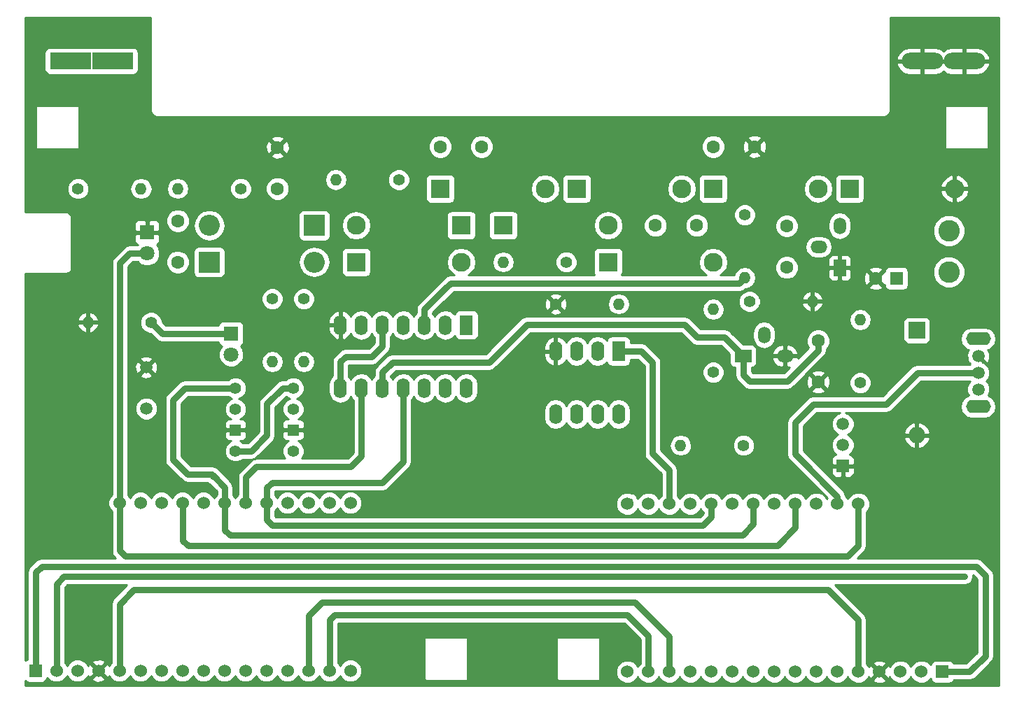
<source format=gbr>
G04 #@! TF.FileFunction,Copper,L1,Top,Signal*
%FSLAX46Y46*%
G04 Gerber Fmt 4.6, Leading zero omitted, Abs format (unit mm)*
G04 Created by KiCad (PCBNEW 4.0.7) date 09/18/24 00:27:45*
%MOMM*%
%LPD*%
G01*
G04 APERTURE LIST*
%ADD10C,0.100000*%
%ADD11R,2.286000X2.286000*%
%ADD12O,2.286000X2.286000*%
%ADD13R,2.540000X2.540000*%
%ADD14O,2.540000X2.540000*%
%ADD15C,1.600000*%
%ADD16C,1.800000*%
%ADD17R,1.800000X1.800000*%
%ADD18C,2.600000*%
%ADD19C,1.400000*%
%ADD20O,1.400000X1.400000*%
%ADD21R,1.600000X2.400000*%
%ADD22O,1.600000X2.400000*%
%ADD23R,1.400000X1.400000*%
%ADD24R,5.000000X2.000000*%
%ADD25O,5.000000X2.000000*%
%ADD26O,1.500000X2.000000*%
%ADD27R,2.000000X1.500000*%
%ADD28O,2.000000X1.500000*%
%ADD29R,1.500000X2.000000*%
%ADD30R,2.000000X2.000000*%
%ADD31O,2.000000X2.000000*%
%ADD32C,1.500000*%
%ADD33R,1.600000X1.600000*%
%ADD34O,3.000000X1.600000*%
%ADD35C,1.520000*%
%ADD36R,1.520000X1.520000*%
%ADD37R,1.524000X1.524000*%
%ADD38C,1.524000*%
%ADD39C,0.600000*%
%ADD40C,0.750000*%
%ADD41C,0.250000*%
%ADD42C,0.254000*%
G04 APERTURE END LIST*
D10*
D11*
X170620000Y-80075000D03*
D12*
X183320000Y-80075000D03*
D11*
X157920000Y-75630000D03*
D12*
X170620000Y-75630000D03*
D11*
X152840000Y-75630000D03*
D12*
X140140000Y-75630000D03*
D11*
X140140000Y-80075000D03*
D12*
X152840000Y-80075000D03*
D13*
X122360000Y-80075000D03*
D14*
X135060000Y-80075000D03*
D13*
X135060000Y-75630000D03*
D14*
X122360000Y-75630000D03*
D11*
X150300000Y-71185000D03*
D12*
X163000000Y-71185000D03*
D11*
X166810000Y-71185000D03*
D12*
X179510000Y-71185000D03*
D11*
X199830000Y-71185000D03*
D12*
X212530000Y-71185000D03*
D11*
X183320000Y-71185000D03*
D12*
X196020000Y-71185000D03*
D15*
X196020000Y-89600000D03*
X196020000Y-94600000D03*
X150300000Y-66105000D03*
X155300000Y-66105000D03*
X192210000Y-80710000D03*
X192210000Y-75710000D03*
X130615000Y-71185000D03*
X130615000Y-66185000D03*
X176335000Y-75630000D03*
X181335000Y-75630000D03*
X183320000Y-66105000D03*
X188320000Y-66105000D03*
D16*
X114850000Y-79020000D03*
D17*
X114850000Y-76480000D03*
D18*
X211836000Y-81280000D03*
X211836000Y-76280000D03*
D19*
X165540000Y-80075000D03*
D20*
X157920000Y-80075000D03*
D19*
X164270000Y-85155000D03*
D20*
X171890000Y-85155000D03*
D19*
X129980000Y-84520000D03*
D20*
X129980000Y-92140000D03*
D19*
X133790000Y-84520000D03*
D20*
X133790000Y-92140000D03*
D19*
X201100000Y-94680000D03*
D20*
X201100000Y-87060000D03*
D19*
X126170000Y-71185000D03*
D20*
X118550000Y-71185000D03*
D19*
X183320000Y-93410000D03*
D20*
X183320000Y-85790000D03*
D19*
X106485000Y-71185000D03*
D20*
X114105000Y-71185000D03*
D19*
X187130000Y-74360000D03*
D20*
X187130000Y-81980000D03*
D21*
X171890000Y-90870000D03*
D22*
X164270000Y-98490000D03*
X169350000Y-90870000D03*
X166810000Y-98490000D03*
X166810000Y-90870000D03*
X169350000Y-98490000D03*
X164270000Y-90870000D03*
X171890000Y-98490000D03*
D19*
X125535000Y-97855000D03*
X125535000Y-95315000D03*
D23*
X125535000Y-100395000D03*
D19*
X125535000Y-102935000D03*
X132520000Y-97855000D03*
X132520000Y-95315000D03*
D23*
X132520000Y-100395000D03*
D19*
X132520000Y-102935000D03*
D24*
X105570000Y-55750000D03*
X110650000Y-55750000D03*
D25*
X208600000Y-55750000D03*
X213680000Y-55750000D03*
D26*
X189484000Y-88900000D03*
D27*
X186944000Y-91440000D03*
D28*
X192024000Y-91440000D03*
X196088000Y-78232000D03*
D29*
X198628000Y-80772000D03*
D26*
X198628000Y-75692000D03*
D21*
X153475000Y-87695000D03*
D22*
X138235000Y-95315000D03*
X150935000Y-87695000D03*
X140775000Y-95315000D03*
X148395000Y-87695000D03*
X143315000Y-95315000D03*
X145855000Y-87695000D03*
X145855000Y-95315000D03*
X143315000Y-87695000D03*
X148395000Y-95315000D03*
X140775000Y-87695000D03*
X150935000Y-95315000D03*
X138235000Y-87695000D03*
X153475000Y-95315000D03*
D30*
X207958000Y-88330000D03*
D31*
X207958000Y-101030000D03*
D32*
X114740000Y-97815000D03*
X114740000Y-92815000D03*
D17*
X125000000Y-88750000D03*
D16*
X125000000Y-91290000D03*
D19*
X115316000Y-87376000D03*
D20*
X107696000Y-87376000D03*
D33*
X205486000Y-82042000D03*
D15*
X202986000Y-82042000D03*
D32*
X215392000Y-95472000D03*
X215392000Y-93472000D03*
X215392000Y-91472000D03*
D34*
X215392000Y-97572000D03*
X215392000Y-89372000D03*
D19*
X187000000Y-102250000D03*
D20*
X179380000Y-102250000D03*
D35*
X199000000Y-102210000D03*
X199000000Y-99670000D03*
D36*
X199000000Y-104750000D03*
D15*
X118550000Y-80075000D03*
X118550000Y-75075000D03*
D19*
X145288000Y-70104000D03*
D20*
X137668000Y-70104000D03*
D19*
X187706000Y-84836000D03*
D20*
X195326000Y-84836000D03*
D37*
X101346000Y-129540000D03*
D38*
X103886000Y-129540000D03*
X106426000Y-129540000D03*
X108966000Y-129540000D03*
X111506000Y-129540000D03*
X114046000Y-129540000D03*
X116586000Y-129540000D03*
X119126000Y-129540000D03*
X121666000Y-129540000D03*
X124206000Y-129540000D03*
X126746000Y-129540000D03*
X129286000Y-129540000D03*
X131826000Y-129540000D03*
X134366000Y-129540000D03*
X136906000Y-129540000D03*
X139446000Y-129540000D03*
X139446000Y-109220000D03*
X136906000Y-109220000D03*
X134366000Y-109220000D03*
X131826000Y-109220000D03*
X129286000Y-109220000D03*
X126746000Y-109220000D03*
X124206000Y-109220000D03*
X121666000Y-109220000D03*
X119126000Y-109220000D03*
X116586000Y-109220000D03*
X114046000Y-109220000D03*
X111506000Y-109220000D03*
D37*
X211050000Y-129660000D03*
D38*
X208510000Y-129660000D03*
X205970000Y-129660000D03*
X203430000Y-129660000D03*
X200890000Y-129660000D03*
X198350000Y-129660000D03*
X195810000Y-129660000D03*
X193270000Y-129660000D03*
X190730000Y-129660000D03*
X188190000Y-129660000D03*
X185650000Y-129660000D03*
X183110000Y-129660000D03*
X180570000Y-129660000D03*
X178030000Y-129660000D03*
X175490000Y-129660000D03*
X172950000Y-129660000D03*
X172950000Y-109340000D03*
X175490000Y-109340000D03*
X178030000Y-109340000D03*
X180570000Y-109340000D03*
X183110000Y-109340000D03*
X185650000Y-109340000D03*
X188190000Y-109340000D03*
X190730000Y-109340000D03*
X193270000Y-109340000D03*
X195810000Y-109340000D03*
X198350000Y-109340000D03*
X200890000Y-109340000D03*
D39*
X213750000Y-118155002D03*
D40*
X186944000Y-91440000D02*
X186944000Y-93726000D01*
X196020000Y-90746000D02*
X196020000Y-89600000D01*
X192278000Y-94488000D02*
X196020000Y-90746000D01*
X187706000Y-94488000D02*
X192278000Y-94488000D01*
X186944000Y-93726000D02*
X187706000Y-94488000D01*
X143315000Y-95315000D02*
X143315000Y-93413000D01*
X184658000Y-89154000D02*
X186944000Y-91440000D01*
X181356000Y-89154000D02*
X184658000Y-89154000D01*
X179832000Y-87630000D02*
X181356000Y-89154000D01*
X160782000Y-87630000D02*
X179832000Y-87630000D01*
X156210000Y-92202000D02*
X160782000Y-87630000D01*
X144526000Y-92202000D02*
X156210000Y-92202000D01*
X143315000Y-93413000D02*
X144526000Y-92202000D01*
X212643002Y-118155002D02*
X213750000Y-118155002D01*
X103886000Y-119019002D02*
X104750000Y-118155002D01*
X104750000Y-118155002D02*
X212643002Y-118155002D01*
X103886000Y-121500000D02*
X103886000Y-119019002D01*
X103886000Y-129540000D02*
X103886000Y-121500000D01*
X171890000Y-99125000D02*
X171890000Y-98490000D01*
X171890000Y-99125000D02*
X171890000Y-98490000D01*
X148395000Y-87695000D02*
X148395000Y-85790000D01*
X186495000Y-82615000D02*
X187130000Y-81980000D01*
X151570000Y-82615000D02*
X186495000Y-82615000D01*
X150935000Y-83250000D02*
X151570000Y-82615000D01*
X148395000Y-85790000D02*
X150935000Y-83250000D01*
X198350000Y-109340000D02*
X198350000Y-108450000D01*
X208028000Y-93472000D02*
X215392000Y-93472000D01*
X204200000Y-97300000D02*
X208028000Y-93472000D01*
X195400000Y-97300000D02*
X204200000Y-97300000D01*
X193200000Y-99500000D02*
X195400000Y-97300000D01*
X193200000Y-103300000D02*
X193200000Y-99500000D01*
X198350000Y-108450000D02*
X193200000Y-103300000D01*
X200890000Y-109340000D02*
X200890000Y-114360000D01*
X200890000Y-114360000D02*
X199595002Y-115654998D01*
X114850000Y-79020000D02*
X112750000Y-79020000D01*
X111565000Y-80205000D02*
X111565000Y-109285000D01*
X112750000Y-79020000D02*
X111565000Y-80205000D01*
X111565000Y-109285000D02*
X111565000Y-115000000D01*
X112219998Y-115654998D02*
X199595002Y-115654998D01*
X111565000Y-115000000D02*
X112219998Y-115654998D01*
X138235000Y-95315000D02*
X138235000Y-94045000D01*
X143315000Y-90235000D02*
X143315000Y-87695000D01*
X142045000Y-91505000D02*
X143315000Y-90235000D01*
X138870000Y-91505000D02*
X142045000Y-91505000D01*
X138235000Y-92140000D02*
X138870000Y-91505000D01*
X138235000Y-94045000D02*
X138235000Y-92140000D01*
X178030000Y-109340000D02*
X178030000Y-105280000D01*
X178030000Y-105280000D02*
X176000000Y-103250000D01*
X171890000Y-90870000D02*
X174620000Y-90870000D01*
X176000000Y-92250000D02*
X176000000Y-103250000D01*
X174620000Y-90870000D02*
X176000000Y-92250000D01*
X216250000Y-119000000D02*
X216250000Y-127750000D01*
X214340000Y-129660000D02*
X211450000Y-129660000D01*
X216250000Y-127750000D02*
X214340000Y-129660000D01*
X215155000Y-116905000D02*
X102095000Y-116905000D01*
X101346000Y-117654000D02*
X102095000Y-116905000D01*
X101346000Y-129540000D02*
X101346000Y-120250000D01*
X101346000Y-120250000D02*
X101346000Y-117654000D01*
X215155000Y-116905000D02*
X216250000Y-118000000D01*
X216250000Y-118000000D02*
X216250000Y-118250000D01*
X216250000Y-118250000D02*
X216250000Y-118000000D01*
X216250000Y-118250000D02*
X216250000Y-119000000D01*
X188190000Y-109340000D02*
X188190000Y-111810000D01*
X188190000Y-111810000D02*
X186845006Y-113154994D01*
X125535000Y-95315000D02*
X119435000Y-95315000D01*
X122635000Y-105750000D02*
X122750000Y-105865000D01*
X119750000Y-105750000D02*
X122635000Y-105750000D01*
X118000000Y-104000000D02*
X119750000Y-105750000D01*
X118000000Y-96750000D02*
X118000000Y-104000000D01*
X119435000Y-95315000D02*
X118000000Y-96750000D01*
X122750000Y-105865000D02*
X122750000Y-106000000D01*
X122750000Y-106000000D02*
X122750000Y-105865000D01*
X124265000Y-107380000D02*
X122750000Y-105865000D01*
X124265000Y-107380000D02*
X124265000Y-109285000D01*
X124265000Y-109285000D02*
X124265000Y-112519994D01*
X124900000Y-113154994D02*
X186845006Y-113154994D01*
X124265000Y-112519994D02*
X124900000Y-113154994D01*
X178030000Y-129660000D02*
X178030000Y-125430000D01*
X178030000Y-125430000D02*
X173850000Y-121250000D01*
X134366000Y-122884000D02*
X134366000Y-129540000D01*
X136000000Y-121250000D02*
X134366000Y-122884000D01*
X173850000Y-121250000D02*
X136000000Y-121250000D01*
X175490000Y-129660000D02*
X175490000Y-125290000D01*
X175490000Y-125290000D02*
X172950000Y-122750000D01*
X136906000Y-129540000D02*
X136906000Y-123344000D01*
X137500000Y-122750000D02*
X172950000Y-122750000D01*
X136906000Y-123344000D02*
X137500000Y-122750000D01*
X140775000Y-95315000D02*
X140775000Y-103570000D01*
X140775000Y-103570000D02*
X139505000Y-104840000D01*
X128075000Y-104840000D02*
X126805000Y-106110000D01*
X139505000Y-104840000D02*
X128075000Y-104840000D01*
X126805000Y-106110000D02*
X126805000Y-109285000D01*
X126805000Y-109285000D02*
X126805000Y-106110000D01*
X183110000Y-109340000D02*
X183110000Y-110890000D01*
X183110000Y-110890000D02*
X182095008Y-111904992D01*
X145855000Y-95315000D02*
X145855000Y-104205000D01*
X129345000Y-107380000D02*
X129345000Y-109285000D01*
X129980000Y-106745000D02*
X129345000Y-107380000D01*
X143315000Y-106745000D02*
X129980000Y-106745000D01*
X145855000Y-104205000D02*
X143315000Y-106745000D01*
X129345000Y-109285000D02*
X129345000Y-111269992D01*
X129980000Y-111904992D02*
X182095008Y-111904992D01*
X129345000Y-111269992D02*
X129980000Y-111904992D01*
X125535000Y-102935000D02*
X127440000Y-102935000D01*
X131250000Y-95315000D02*
X132520000Y-95315000D01*
X129345000Y-97220000D02*
X131250000Y-95315000D01*
X129345000Y-101030000D02*
X129345000Y-97220000D01*
X127440000Y-102935000D02*
X129345000Y-101030000D01*
D41*
X173409000Y-109405000D02*
X173409000Y-108770000D01*
D40*
X193270000Y-109340000D02*
X193270000Y-112230000D01*
X193270000Y-112230000D02*
X191095004Y-114404996D01*
X119185000Y-109285000D02*
X119185000Y-113769996D01*
X119820000Y-114404996D02*
X191095004Y-114404996D01*
X119185000Y-113769996D02*
X119820000Y-114404996D01*
X125000000Y-88750000D02*
X116690000Y-88750000D01*
X116690000Y-88750000D02*
X115316000Y-87376000D01*
X200890000Y-129660000D02*
X200890000Y-123390000D01*
X200890000Y-123390000D02*
X197250000Y-119750000D01*
X111506000Y-129540000D02*
X111506000Y-121494000D01*
X111506000Y-121494000D02*
X113250000Y-119750000D01*
X113250000Y-119750000D02*
X197250000Y-119750000D01*
D42*
G36*
X115290000Y-61750000D02*
X115344046Y-62021705D01*
X115497954Y-62252046D01*
X115728295Y-62405954D01*
X116000000Y-62460000D01*
X204000000Y-62460000D01*
X204271705Y-62405954D01*
X204502046Y-62252046D01*
X204655954Y-62021705D01*
X204710000Y-61750000D01*
X204710000Y-61250000D01*
X211373000Y-61250000D01*
X211373000Y-66250000D01*
X211381685Y-66296159D01*
X211408965Y-66338553D01*
X211450590Y-66366994D01*
X211500000Y-66377000D01*
X216500000Y-66377000D01*
X216546159Y-66368315D01*
X216588553Y-66341035D01*
X216616994Y-66299410D01*
X216627000Y-66250000D01*
X216627000Y-61250000D01*
X216618315Y-61203841D01*
X216591035Y-61161447D01*
X216549410Y-61133006D01*
X216500000Y-61123000D01*
X211500000Y-61123000D01*
X211453841Y-61131685D01*
X211411447Y-61158965D01*
X211383006Y-61200590D01*
X211373000Y-61250000D01*
X204710000Y-61250000D01*
X204710000Y-56130434D01*
X205509876Y-56130434D01*
X205540856Y-56258355D01*
X205854078Y-56816317D01*
X206356980Y-57211942D01*
X206973000Y-57385000D01*
X208473000Y-57385000D01*
X208473000Y-55877000D01*
X208727000Y-55877000D01*
X208727000Y-57385000D01*
X210227000Y-57385000D01*
X210843020Y-57211942D01*
X211140000Y-56978313D01*
X211436980Y-57211942D01*
X212053000Y-57385000D01*
X213553000Y-57385000D01*
X213553000Y-55877000D01*
X213807000Y-55877000D01*
X213807000Y-57385000D01*
X215307000Y-57385000D01*
X215923020Y-57211942D01*
X216425922Y-56816317D01*
X216739144Y-56258355D01*
X216770124Y-56130434D01*
X216650777Y-55877000D01*
X213807000Y-55877000D01*
X213553000Y-55877000D01*
X208727000Y-55877000D01*
X208473000Y-55877000D01*
X205629223Y-55877000D01*
X205509876Y-56130434D01*
X204710000Y-56130434D01*
X204710000Y-55369566D01*
X205509876Y-55369566D01*
X205629223Y-55623000D01*
X208473000Y-55623000D01*
X208473000Y-54115000D01*
X208727000Y-54115000D01*
X208727000Y-55623000D01*
X213553000Y-55623000D01*
X213553000Y-54115000D01*
X213807000Y-54115000D01*
X213807000Y-55623000D01*
X216650777Y-55623000D01*
X216770124Y-55369566D01*
X216739144Y-55241645D01*
X216425922Y-54683683D01*
X215923020Y-54288058D01*
X215307000Y-54115000D01*
X213807000Y-54115000D01*
X213553000Y-54115000D01*
X212053000Y-54115000D01*
X211436980Y-54288058D01*
X211140000Y-54521687D01*
X210843020Y-54288058D01*
X210227000Y-54115000D01*
X208727000Y-54115000D01*
X208473000Y-54115000D01*
X206973000Y-54115000D01*
X206356980Y-54288058D01*
X205854078Y-54683683D01*
X205540856Y-55241645D01*
X205509876Y-55369566D01*
X204710000Y-55369566D01*
X204710000Y-50460000D01*
X217873000Y-50460000D01*
X217873000Y-131290000D01*
X100127000Y-131290000D01*
X100127000Y-130758285D01*
X100332110Y-130898431D01*
X100584000Y-130949440D01*
X102108000Y-130949440D01*
X102343317Y-130905162D01*
X102559441Y-130766090D01*
X102704431Y-130553890D01*
X102741492Y-130370876D01*
X103093630Y-130723629D01*
X103606900Y-130936757D01*
X104162661Y-130937242D01*
X104676303Y-130725010D01*
X105069629Y-130332370D01*
X105155949Y-130124488D01*
X105240990Y-130330303D01*
X105633630Y-130723629D01*
X106146900Y-130936757D01*
X106702661Y-130937242D01*
X107216303Y-130725010D01*
X107421457Y-130520213D01*
X108165392Y-130520213D01*
X108234857Y-130762397D01*
X108758302Y-130949144D01*
X109313368Y-130921362D01*
X109697143Y-130762397D01*
X109766608Y-130520213D01*
X108966000Y-129719605D01*
X108165392Y-130520213D01*
X107421457Y-130520213D01*
X107609629Y-130332370D01*
X107689395Y-130140273D01*
X107743603Y-130271143D01*
X107985787Y-130340608D01*
X108786395Y-129540000D01*
X107985787Y-128739392D01*
X107743603Y-128808857D01*
X107693491Y-128949318D01*
X107611010Y-128749697D01*
X107421432Y-128559787D01*
X108165392Y-128559787D01*
X108966000Y-129360395D01*
X109766608Y-128559787D01*
X109697143Y-128317603D01*
X109173698Y-128130856D01*
X108618632Y-128158638D01*
X108234857Y-128317603D01*
X108165392Y-128559787D01*
X107421432Y-128559787D01*
X107218370Y-128356371D01*
X106705100Y-128143243D01*
X106149339Y-128142758D01*
X105635697Y-128354990D01*
X105242371Y-128747630D01*
X105156051Y-128955512D01*
X105071010Y-128749697D01*
X104896000Y-128574381D01*
X104896000Y-119437358D01*
X105168356Y-119165002D01*
X112406642Y-119165002D01*
X110791822Y-120779822D01*
X110572882Y-121107490D01*
X110496000Y-121494000D01*
X110496000Y-128574304D01*
X110322371Y-128747630D01*
X110242605Y-128939727D01*
X110188397Y-128808857D01*
X109946213Y-128739392D01*
X109145605Y-129540000D01*
X109946213Y-130340608D01*
X110188397Y-130271143D01*
X110238509Y-130130682D01*
X110320990Y-130330303D01*
X110713630Y-130723629D01*
X111226900Y-130936757D01*
X111782661Y-130937242D01*
X112296303Y-130725010D01*
X112689629Y-130332370D01*
X112775949Y-130124488D01*
X112860990Y-130330303D01*
X113253630Y-130723629D01*
X113766900Y-130936757D01*
X114322661Y-130937242D01*
X114836303Y-130725010D01*
X115229629Y-130332370D01*
X115315949Y-130124488D01*
X115400990Y-130330303D01*
X115793630Y-130723629D01*
X116306900Y-130936757D01*
X116862661Y-130937242D01*
X117376303Y-130725010D01*
X117769629Y-130332370D01*
X117855949Y-130124488D01*
X117940990Y-130330303D01*
X118333630Y-130723629D01*
X118846900Y-130936757D01*
X119402661Y-130937242D01*
X119916303Y-130725010D01*
X120309629Y-130332370D01*
X120395949Y-130124488D01*
X120480990Y-130330303D01*
X120873630Y-130723629D01*
X121386900Y-130936757D01*
X121942661Y-130937242D01*
X122456303Y-130725010D01*
X122849629Y-130332370D01*
X122935949Y-130124488D01*
X123020990Y-130330303D01*
X123413630Y-130723629D01*
X123926900Y-130936757D01*
X124482661Y-130937242D01*
X124996303Y-130725010D01*
X125389629Y-130332370D01*
X125475949Y-130124488D01*
X125560990Y-130330303D01*
X125953630Y-130723629D01*
X126466900Y-130936757D01*
X127022661Y-130937242D01*
X127536303Y-130725010D01*
X127929629Y-130332370D01*
X128015949Y-130124488D01*
X128100990Y-130330303D01*
X128493630Y-130723629D01*
X129006900Y-130936757D01*
X129562661Y-130937242D01*
X130076303Y-130725010D01*
X130469629Y-130332370D01*
X130555949Y-130124488D01*
X130640990Y-130330303D01*
X131033630Y-130723629D01*
X131546900Y-130936757D01*
X132102661Y-130937242D01*
X132616303Y-130725010D01*
X133009629Y-130332370D01*
X133095949Y-130124488D01*
X133180990Y-130330303D01*
X133573630Y-130723629D01*
X134086900Y-130936757D01*
X134642661Y-130937242D01*
X135156303Y-130725010D01*
X135549629Y-130332370D01*
X135635949Y-130124488D01*
X135720990Y-130330303D01*
X136113630Y-130723629D01*
X136626900Y-130936757D01*
X137182661Y-130937242D01*
X137696303Y-130725010D01*
X138089629Y-130332370D01*
X138175949Y-130124488D01*
X138260990Y-130330303D01*
X138653630Y-130723629D01*
X139166900Y-130936757D01*
X139722661Y-130937242D01*
X140236303Y-130725010D01*
X140629629Y-130332370D01*
X140842757Y-129819100D01*
X140843242Y-129263339D01*
X140631010Y-128749697D01*
X140238370Y-128356371D01*
X139725100Y-128143243D01*
X139169339Y-128142758D01*
X138655697Y-128354990D01*
X138262371Y-128747630D01*
X138176051Y-128955512D01*
X138091010Y-128749697D01*
X137916000Y-128574381D01*
X137916000Y-125575000D01*
X148373000Y-125575000D01*
X148373000Y-130575000D01*
X148381685Y-130621159D01*
X148408965Y-130663553D01*
X148450590Y-130691994D01*
X148500000Y-130702000D01*
X153500000Y-130702000D01*
X153546159Y-130693315D01*
X153588553Y-130666035D01*
X153616994Y-130624410D01*
X153627000Y-130575000D01*
X153627000Y-125575000D01*
X164373000Y-125575000D01*
X164373000Y-130575000D01*
X164381685Y-130621159D01*
X164408965Y-130663553D01*
X164450590Y-130691994D01*
X164500000Y-130702000D01*
X169500000Y-130702000D01*
X169546159Y-130693315D01*
X169588553Y-130666035D01*
X169616994Y-130624410D01*
X169627000Y-130575000D01*
X169627000Y-125575000D01*
X169618315Y-125528841D01*
X169591035Y-125486447D01*
X169549410Y-125458006D01*
X169500000Y-125448000D01*
X164500000Y-125448000D01*
X164453841Y-125456685D01*
X164411447Y-125483965D01*
X164383006Y-125525590D01*
X164373000Y-125575000D01*
X153627000Y-125575000D01*
X153618315Y-125528841D01*
X153591035Y-125486447D01*
X153549410Y-125458006D01*
X153500000Y-125448000D01*
X148500000Y-125448000D01*
X148453841Y-125456685D01*
X148411447Y-125483965D01*
X148383006Y-125525590D01*
X148373000Y-125575000D01*
X137916000Y-125575000D01*
X137916000Y-123762356D01*
X137918356Y-123760000D01*
X172531644Y-123760000D01*
X174480000Y-125708356D01*
X174480000Y-128694304D01*
X174306371Y-128867630D01*
X174220051Y-129075512D01*
X174135010Y-128869697D01*
X173742370Y-128476371D01*
X173229100Y-128263243D01*
X172673339Y-128262758D01*
X172159697Y-128474990D01*
X171766371Y-128867630D01*
X171553243Y-129380900D01*
X171552758Y-129936661D01*
X171764990Y-130450303D01*
X172157630Y-130843629D01*
X172670900Y-131056757D01*
X173226661Y-131057242D01*
X173740303Y-130845010D01*
X174133629Y-130452370D01*
X174219949Y-130244488D01*
X174304990Y-130450303D01*
X174697630Y-130843629D01*
X175210900Y-131056757D01*
X175766661Y-131057242D01*
X176280303Y-130845010D01*
X176673629Y-130452370D01*
X176759949Y-130244488D01*
X176844990Y-130450303D01*
X177237630Y-130843629D01*
X177750900Y-131056757D01*
X178306661Y-131057242D01*
X178820303Y-130845010D01*
X179213629Y-130452370D01*
X179299949Y-130244488D01*
X179384990Y-130450303D01*
X179777630Y-130843629D01*
X180290900Y-131056757D01*
X180846661Y-131057242D01*
X181360303Y-130845010D01*
X181753629Y-130452370D01*
X181839949Y-130244488D01*
X181924990Y-130450303D01*
X182317630Y-130843629D01*
X182830900Y-131056757D01*
X183386661Y-131057242D01*
X183900303Y-130845010D01*
X184293629Y-130452370D01*
X184379949Y-130244488D01*
X184464990Y-130450303D01*
X184857630Y-130843629D01*
X185370900Y-131056757D01*
X185926661Y-131057242D01*
X186440303Y-130845010D01*
X186833629Y-130452370D01*
X186919949Y-130244488D01*
X187004990Y-130450303D01*
X187397630Y-130843629D01*
X187910900Y-131056757D01*
X188466661Y-131057242D01*
X188980303Y-130845010D01*
X189373629Y-130452370D01*
X189459949Y-130244488D01*
X189544990Y-130450303D01*
X189937630Y-130843629D01*
X190450900Y-131056757D01*
X191006661Y-131057242D01*
X191520303Y-130845010D01*
X191913629Y-130452370D01*
X191999949Y-130244488D01*
X192084990Y-130450303D01*
X192477630Y-130843629D01*
X192990900Y-131056757D01*
X193546661Y-131057242D01*
X194060303Y-130845010D01*
X194453629Y-130452370D01*
X194539949Y-130244488D01*
X194624990Y-130450303D01*
X195017630Y-130843629D01*
X195530900Y-131056757D01*
X196086661Y-131057242D01*
X196600303Y-130845010D01*
X196993629Y-130452370D01*
X197079949Y-130244488D01*
X197164990Y-130450303D01*
X197557630Y-130843629D01*
X198070900Y-131056757D01*
X198626661Y-131057242D01*
X199140303Y-130845010D01*
X199533629Y-130452370D01*
X199619949Y-130244488D01*
X199704990Y-130450303D01*
X200097630Y-130843629D01*
X200610900Y-131056757D01*
X201166661Y-131057242D01*
X201680303Y-130845010D01*
X201885457Y-130640213D01*
X202629392Y-130640213D01*
X202698857Y-130882397D01*
X203222302Y-131069144D01*
X203777368Y-131041362D01*
X204161143Y-130882397D01*
X204230608Y-130640213D01*
X203430000Y-129839605D01*
X202629392Y-130640213D01*
X201885457Y-130640213D01*
X202073629Y-130452370D01*
X202153395Y-130260273D01*
X202207603Y-130391143D01*
X202449787Y-130460608D01*
X203250395Y-129660000D01*
X202449787Y-128859392D01*
X202207603Y-128928857D01*
X202157491Y-129069318D01*
X202075010Y-128869697D01*
X201900000Y-128694381D01*
X201900000Y-128679787D01*
X202629392Y-128679787D01*
X203430000Y-129480395D01*
X204230608Y-128679787D01*
X204161143Y-128437603D01*
X203637698Y-128250856D01*
X203082632Y-128278638D01*
X202698857Y-128437603D01*
X202629392Y-128679787D01*
X201900000Y-128679787D01*
X201900000Y-123390000D01*
X201823118Y-123003490D01*
X201604178Y-122675822D01*
X198093358Y-119165002D01*
X213750000Y-119165002D01*
X214136510Y-119088120D01*
X214464178Y-118869180D01*
X214683118Y-118541512D01*
X214760000Y-118155002D01*
X214712260Y-117915000D01*
X214736644Y-117915000D01*
X215240000Y-118418356D01*
X215240000Y-127331644D01*
X213921644Y-128650000D01*
X212407001Y-128650000D01*
X212276090Y-128446559D01*
X212063890Y-128301569D01*
X211812000Y-128250560D01*
X210288000Y-128250560D01*
X210052683Y-128294838D01*
X209836559Y-128433910D01*
X209691569Y-128646110D01*
X209654508Y-128829124D01*
X209302370Y-128476371D01*
X208789100Y-128263243D01*
X208233339Y-128262758D01*
X207719697Y-128474990D01*
X207326371Y-128867630D01*
X207240051Y-129075512D01*
X207155010Y-128869697D01*
X206762370Y-128476371D01*
X206249100Y-128263243D01*
X205693339Y-128262758D01*
X205179697Y-128474990D01*
X204786371Y-128867630D01*
X204706605Y-129059727D01*
X204652397Y-128928857D01*
X204410213Y-128859392D01*
X203609605Y-129660000D01*
X204410213Y-130460608D01*
X204652397Y-130391143D01*
X204702509Y-130250682D01*
X204784990Y-130450303D01*
X205177630Y-130843629D01*
X205690900Y-131056757D01*
X206246661Y-131057242D01*
X206760303Y-130845010D01*
X207153629Y-130452370D01*
X207239949Y-130244488D01*
X207324990Y-130450303D01*
X207717630Y-130843629D01*
X208230900Y-131056757D01*
X208786661Y-131057242D01*
X209300303Y-130845010D01*
X209653763Y-130492167D01*
X209684838Y-130657317D01*
X209823910Y-130873441D01*
X210036110Y-131018431D01*
X210288000Y-131069440D01*
X211812000Y-131069440D01*
X212047317Y-131025162D01*
X212263441Y-130886090D01*
X212408431Y-130673890D01*
X212409219Y-130670000D01*
X214340000Y-130670000D01*
X214726510Y-130593118D01*
X215054178Y-130374178D01*
X216964178Y-128464178D01*
X217183118Y-128136510D01*
X217260000Y-127750000D01*
X217260000Y-118000000D01*
X217183118Y-117613490D01*
X216964178Y-117285822D01*
X215869178Y-116190822D01*
X215541510Y-115971882D01*
X215155000Y-115895000D01*
X200783356Y-115895000D01*
X201604178Y-115074178D01*
X201823118Y-114746510D01*
X201900000Y-114360000D01*
X201900000Y-110305696D01*
X202073629Y-110132370D01*
X202286757Y-109619100D01*
X202287242Y-109063339D01*
X202075010Y-108549697D01*
X201682370Y-108156371D01*
X201169100Y-107943243D01*
X200613339Y-107942758D01*
X200099697Y-108154990D01*
X199706371Y-108547630D01*
X199620051Y-108755512D01*
X199535010Y-108549697D01*
X199341215Y-108355564D01*
X199283118Y-108063490D01*
X199064178Y-107735822D01*
X196364106Y-105035750D01*
X197605000Y-105035750D01*
X197605000Y-105636310D01*
X197701673Y-105869699D01*
X197880302Y-106048327D01*
X198113691Y-106145000D01*
X198714250Y-106145000D01*
X198873000Y-105986250D01*
X198873000Y-104877000D01*
X199127000Y-104877000D01*
X199127000Y-105986250D01*
X199285750Y-106145000D01*
X199886309Y-106145000D01*
X200119698Y-106048327D01*
X200298327Y-105869699D01*
X200395000Y-105636310D01*
X200395000Y-105035750D01*
X200236250Y-104877000D01*
X199127000Y-104877000D01*
X198873000Y-104877000D01*
X197763750Y-104877000D01*
X197605000Y-105035750D01*
X196364106Y-105035750D01*
X194210000Y-102881644D01*
X194210000Y-99918356D01*
X195818356Y-98310000D01*
X198638443Y-98310000D01*
X198210828Y-98486687D01*
X197818066Y-98878764D01*
X197605242Y-99391300D01*
X197604758Y-99946265D01*
X197816687Y-100459172D01*
X198208764Y-100851934D01*
X198420738Y-100939954D01*
X198210828Y-101026687D01*
X197818066Y-101418764D01*
X197605242Y-101931300D01*
X197604758Y-102486265D01*
X197816687Y-102999172D01*
X198171894Y-103355000D01*
X198113691Y-103355000D01*
X197880302Y-103451673D01*
X197701673Y-103630301D01*
X197605000Y-103863690D01*
X197605000Y-104464250D01*
X197763750Y-104623000D01*
X198873000Y-104623000D01*
X198873000Y-104603000D01*
X199127000Y-104603000D01*
X199127000Y-104623000D01*
X200236250Y-104623000D01*
X200395000Y-104464250D01*
X200395000Y-103863690D01*
X200298327Y-103630301D01*
X200119698Y-103451673D01*
X199886309Y-103355000D01*
X199827552Y-103355000D01*
X200181934Y-103001236D01*
X200394758Y-102488700D01*
X200395242Y-101933735D01*
X200183313Y-101420828D01*
X200172939Y-101410435D01*
X206367867Y-101410435D01*
X206634495Y-101989994D01*
X207102615Y-102423402D01*
X207577566Y-102620124D01*
X207831000Y-102500777D01*
X207831000Y-101157000D01*
X208085000Y-101157000D01*
X208085000Y-102500777D01*
X208338434Y-102620124D01*
X208813385Y-102423402D01*
X209281505Y-101989994D01*
X209548133Y-101410435D01*
X209429319Y-101157000D01*
X208085000Y-101157000D01*
X207831000Y-101157000D01*
X206486681Y-101157000D01*
X206367867Y-101410435D01*
X200172939Y-101410435D01*
X199791236Y-101028066D01*
X199579262Y-100940046D01*
X199789172Y-100853313D01*
X199993275Y-100649565D01*
X206367867Y-100649565D01*
X206486681Y-100903000D01*
X207831000Y-100903000D01*
X207831000Y-99559223D01*
X208085000Y-99559223D01*
X208085000Y-100903000D01*
X209429319Y-100903000D01*
X209548133Y-100649565D01*
X209281505Y-100070006D01*
X208813385Y-99636598D01*
X208338434Y-99439876D01*
X208085000Y-99559223D01*
X207831000Y-99559223D01*
X207577566Y-99439876D01*
X207102615Y-99636598D01*
X206634495Y-100070006D01*
X206367867Y-100649565D01*
X199993275Y-100649565D01*
X200181934Y-100461236D01*
X200394758Y-99948700D01*
X200395242Y-99393735D01*
X200183313Y-98880828D01*
X199791236Y-98488066D01*
X199362406Y-98310000D01*
X204200000Y-98310000D01*
X204586510Y-98233118D01*
X204914178Y-98014178D01*
X208446356Y-94482000D01*
X214423332Y-94482000D01*
X214218539Y-94686436D01*
X214007241Y-95195298D01*
X214006760Y-95746285D01*
X214204804Y-96225589D01*
X214101022Y-96246233D01*
X213635475Y-96557302D01*
X213324406Y-97022849D01*
X213215173Y-97572000D01*
X213324406Y-98121151D01*
X213635475Y-98586698D01*
X214101022Y-98897767D01*
X214650173Y-99007000D01*
X216133827Y-99007000D01*
X216682978Y-98897767D01*
X217148525Y-98586698D01*
X217459594Y-98121151D01*
X217568827Y-97572000D01*
X217459594Y-97022849D01*
X217148525Y-96557302D01*
X216682978Y-96246233D01*
X216578773Y-96225505D01*
X216776759Y-95748702D01*
X216777240Y-95197715D01*
X216566831Y-94688485D01*
X216350687Y-94471964D01*
X216565461Y-94257564D01*
X216776759Y-93748702D01*
X216777240Y-93197715D01*
X216566831Y-92688485D01*
X216177564Y-92298539D01*
X215940494Y-92200099D01*
X215392000Y-91651605D01*
X215377858Y-91665748D01*
X215198253Y-91486143D01*
X215212395Y-91472000D01*
X215198253Y-91457858D01*
X215377858Y-91278253D01*
X215392000Y-91292395D01*
X215406143Y-91278253D01*
X215585748Y-91457858D01*
X215571605Y-91472000D01*
X216363517Y-92263912D01*
X216604460Y-92195923D01*
X216789201Y-91676829D01*
X216761230Y-91126552D01*
X216604460Y-90748077D01*
X216532349Y-90727729D01*
X216682978Y-90697767D01*
X217148525Y-90386698D01*
X217459594Y-89921151D01*
X217568827Y-89372000D01*
X217459594Y-88822849D01*
X217148525Y-88357302D01*
X216682978Y-88046233D01*
X216133827Y-87937000D01*
X214650173Y-87937000D01*
X214101022Y-88046233D01*
X213635475Y-88357302D01*
X213324406Y-88822849D01*
X213215173Y-89372000D01*
X213324406Y-89921151D01*
X213635475Y-90386698D01*
X214101022Y-90697767D01*
X214251651Y-90727729D01*
X214179540Y-90748077D01*
X213994799Y-91267171D01*
X214022770Y-91817448D01*
X214179540Y-92195923D01*
X214420481Y-92263911D01*
X214305426Y-92378966D01*
X214388460Y-92462000D01*
X208028005Y-92462000D01*
X208028000Y-92461999D01*
X207641490Y-92538882D01*
X207313822Y-92757822D01*
X203781644Y-96290000D01*
X195400000Y-96290000D01*
X195013490Y-96366882D01*
X194685822Y-96585822D01*
X192485822Y-98785822D01*
X192266882Y-99113490D01*
X192190000Y-99500000D01*
X192190000Y-103300000D01*
X192266882Y-103686510D01*
X192485822Y-104014178D01*
X197123212Y-108651568D01*
X197080051Y-108755512D01*
X196995010Y-108549697D01*
X196602370Y-108156371D01*
X196089100Y-107943243D01*
X195533339Y-107942758D01*
X195019697Y-108154990D01*
X194626371Y-108547630D01*
X194540051Y-108755512D01*
X194455010Y-108549697D01*
X194062370Y-108156371D01*
X193549100Y-107943243D01*
X192993339Y-107942758D01*
X192479697Y-108154990D01*
X192086371Y-108547630D01*
X192000051Y-108755512D01*
X191915010Y-108549697D01*
X191522370Y-108156371D01*
X191009100Y-107943243D01*
X190453339Y-107942758D01*
X189939697Y-108154990D01*
X189546371Y-108547630D01*
X189460051Y-108755512D01*
X189375010Y-108549697D01*
X188982370Y-108156371D01*
X188469100Y-107943243D01*
X187913339Y-107942758D01*
X187399697Y-108154990D01*
X187006371Y-108547630D01*
X186920051Y-108755512D01*
X186835010Y-108549697D01*
X186442370Y-108156371D01*
X185929100Y-107943243D01*
X185373339Y-107942758D01*
X184859697Y-108154990D01*
X184466371Y-108547630D01*
X184380051Y-108755512D01*
X184295010Y-108549697D01*
X183902370Y-108156371D01*
X183389100Y-107943243D01*
X182833339Y-107942758D01*
X182319697Y-108154990D01*
X181926371Y-108547630D01*
X181840051Y-108755512D01*
X181755010Y-108549697D01*
X181362370Y-108156371D01*
X180849100Y-107943243D01*
X180293339Y-107942758D01*
X179779697Y-108154990D01*
X179386371Y-108547630D01*
X179300051Y-108755512D01*
X179215010Y-108549697D01*
X179040000Y-108374381D01*
X179040000Y-105280005D01*
X179040001Y-105280000D01*
X178963118Y-104893490D01*
X178744178Y-104565822D01*
X177010000Y-102831644D01*
X177010000Y-102250000D01*
X178018846Y-102250000D01*
X178120467Y-102760882D01*
X178409858Y-103193988D01*
X178842964Y-103483379D01*
X179353846Y-103585000D01*
X179406154Y-103585000D01*
X179917036Y-103483379D01*
X180350142Y-103193988D01*
X180639533Y-102760882D01*
X180688564Y-102514383D01*
X185664769Y-102514383D01*
X185867582Y-103005229D01*
X186242796Y-103381098D01*
X186733287Y-103584768D01*
X187264383Y-103585231D01*
X187755229Y-103382418D01*
X188131098Y-103007204D01*
X188334768Y-102516713D01*
X188335231Y-101985617D01*
X188132418Y-101494771D01*
X187757204Y-101118902D01*
X187266713Y-100915232D01*
X186735617Y-100914769D01*
X186244771Y-101117582D01*
X185868902Y-101492796D01*
X185665232Y-101983287D01*
X185664769Y-102514383D01*
X180688564Y-102514383D01*
X180741154Y-102250000D01*
X180639533Y-101739118D01*
X180350142Y-101306012D01*
X179917036Y-101016621D01*
X179406154Y-100915000D01*
X179353846Y-100915000D01*
X178842964Y-101016621D01*
X178409858Y-101306012D01*
X178120467Y-101739118D01*
X178018846Y-102250000D01*
X177010000Y-102250000D01*
X177010000Y-95607745D01*
X195191861Y-95607745D01*
X195265995Y-95853864D01*
X195803223Y-96046965D01*
X196373454Y-96019778D01*
X196774005Y-95853864D01*
X196848139Y-95607745D01*
X196020000Y-94779605D01*
X195191861Y-95607745D01*
X177010000Y-95607745D01*
X177010000Y-93674383D01*
X181984769Y-93674383D01*
X182187582Y-94165229D01*
X182562796Y-94541098D01*
X183053287Y-94744768D01*
X183584383Y-94745231D01*
X184075229Y-94542418D01*
X184451098Y-94167204D01*
X184654768Y-93676713D01*
X184655231Y-93145617D01*
X184452418Y-92654771D01*
X184077204Y-92278902D01*
X183586713Y-92075232D01*
X183055617Y-92074769D01*
X182564771Y-92277582D01*
X182188902Y-92652796D01*
X181985232Y-93143287D01*
X181984769Y-93674383D01*
X177010000Y-93674383D01*
X177010000Y-92250000D01*
X176933118Y-91863490D01*
X176714178Y-91535822D01*
X175334178Y-90155822D01*
X175006510Y-89936882D01*
X174620000Y-89860000D01*
X173337440Y-89860000D01*
X173337440Y-89670000D01*
X173293162Y-89434683D01*
X173154090Y-89218559D01*
X172941890Y-89073569D01*
X172690000Y-89022560D01*
X171090000Y-89022560D01*
X170854683Y-89066838D01*
X170638559Y-89205910D01*
X170493569Y-89418110D01*
X170463403Y-89567074D01*
X170364698Y-89419352D01*
X169899151Y-89108283D01*
X169350000Y-88999050D01*
X168800849Y-89108283D01*
X168335302Y-89419352D01*
X168080000Y-89801438D01*
X167824698Y-89419352D01*
X167359151Y-89108283D01*
X166810000Y-88999050D01*
X166260849Y-89108283D01*
X165795302Y-89419352D01*
X165542493Y-89797707D01*
X165194896Y-89365500D01*
X164701819Y-89095633D01*
X164619039Y-89078096D01*
X164397000Y-89200085D01*
X164397000Y-90743000D01*
X164417000Y-90743000D01*
X164417000Y-90997000D01*
X164397000Y-90997000D01*
X164397000Y-92539915D01*
X164619039Y-92661904D01*
X164701819Y-92644367D01*
X165194896Y-92374500D01*
X165542493Y-91942293D01*
X165795302Y-92320648D01*
X166260849Y-92631717D01*
X166810000Y-92740950D01*
X167359151Y-92631717D01*
X167824698Y-92320648D01*
X168080000Y-91938562D01*
X168335302Y-92320648D01*
X168800849Y-92631717D01*
X169350000Y-92740950D01*
X169899151Y-92631717D01*
X170364698Y-92320648D01*
X170462251Y-92174650D01*
X170486838Y-92305317D01*
X170625910Y-92521441D01*
X170838110Y-92666431D01*
X171090000Y-92717440D01*
X172690000Y-92717440D01*
X172925317Y-92673162D01*
X173141441Y-92534090D01*
X173286431Y-92321890D01*
X173337440Y-92070000D01*
X173337440Y-91880000D01*
X174201644Y-91880000D01*
X174990000Y-92668356D01*
X174990000Y-103250000D01*
X175066882Y-103636510D01*
X175285822Y-103964178D01*
X177020000Y-105698356D01*
X177020000Y-108374304D01*
X176846371Y-108547630D01*
X176760051Y-108755512D01*
X176675010Y-108549697D01*
X176282370Y-108156371D01*
X175769100Y-107943243D01*
X175213339Y-107942758D01*
X174699697Y-108154990D01*
X174306371Y-108547630D01*
X174220051Y-108755512D01*
X174135010Y-108549697D01*
X174122732Y-108537398D01*
X174111148Y-108479161D01*
X173946401Y-108232599D01*
X173699839Y-108067852D01*
X173409000Y-108010000D01*
X173396065Y-108012573D01*
X173229100Y-107943243D01*
X172673339Y-107942758D01*
X172159697Y-108154990D01*
X171766371Y-108547630D01*
X171553243Y-109060900D01*
X171552758Y-109616661D01*
X171764990Y-110130303D01*
X172157630Y-110523629D01*
X172670900Y-110736757D01*
X173226661Y-110737242D01*
X173740303Y-110525010D01*
X174133629Y-110132370D01*
X174219949Y-109924488D01*
X174304990Y-110130303D01*
X174697630Y-110523629D01*
X175210900Y-110736757D01*
X175766661Y-110737242D01*
X176280303Y-110525010D01*
X176673629Y-110132370D01*
X176759949Y-109924488D01*
X176844990Y-110130303D01*
X177237630Y-110523629D01*
X177750900Y-110736757D01*
X178306661Y-110737242D01*
X178820303Y-110525010D01*
X179213629Y-110132370D01*
X179299949Y-109924488D01*
X179384990Y-110130303D01*
X179777630Y-110523629D01*
X180290900Y-110736757D01*
X180846661Y-110737242D01*
X181360303Y-110525010D01*
X181753629Y-110132370D01*
X181839949Y-109924488D01*
X181924990Y-110130303D01*
X182100000Y-110305619D01*
X182100000Y-110471644D01*
X181676652Y-110894992D01*
X130398356Y-110894992D01*
X130355000Y-110851636D01*
X130355000Y-110126799D01*
X130469629Y-110012370D01*
X130555949Y-109804488D01*
X130640990Y-110010303D01*
X131033630Y-110403629D01*
X131546900Y-110616757D01*
X132102661Y-110617242D01*
X132616303Y-110405010D01*
X133009629Y-110012370D01*
X133095949Y-109804488D01*
X133180990Y-110010303D01*
X133573630Y-110403629D01*
X134086900Y-110616757D01*
X134642661Y-110617242D01*
X135156303Y-110405010D01*
X135549629Y-110012370D01*
X135635949Y-109804488D01*
X135720990Y-110010303D01*
X136113630Y-110403629D01*
X136626900Y-110616757D01*
X137182661Y-110617242D01*
X137696303Y-110405010D01*
X138089629Y-110012370D01*
X138175949Y-109804488D01*
X138260990Y-110010303D01*
X138653630Y-110403629D01*
X139166900Y-110616757D01*
X139722661Y-110617242D01*
X140236303Y-110405010D01*
X140629629Y-110012370D01*
X140842757Y-109499100D01*
X140843242Y-108943339D01*
X140631010Y-108429697D01*
X140238370Y-108036371D01*
X139725100Y-107823243D01*
X139169339Y-107822758D01*
X138655697Y-108034990D01*
X138262371Y-108427630D01*
X138176051Y-108635512D01*
X138091010Y-108429697D01*
X137698370Y-108036371D01*
X137185100Y-107823243D01*
X136629339Y-107822758D01*
X136115697Y-108034990D01*
X135722371Y-108427630D01*
X135636051Y-108635512D01*
X135551010Y-108429697D01*
X135158370Y-108036371D01*
X134645100Y-107823243D01*
X134089339Y-107822758D01*
X133575697Y-108034990D01*
X133182371Y-108427630D01*
X133096051Y-108635512D01*
X133011010Y-108429697D01*
X132618370Y-108036371D01*
X132105100Y-107823243D01*
X131549339Y-107822758D01*
X131035697Y-108034990D01*
X130642371Y-108427630D01*
X130556051Y-108635512D01*
X130471010Y-108429697D01*
X130355000Y-108313484D01*
X130355000Y-107798356D01*
X130398356Y-107755000D01*
X143315000Y-107755000D01*
X143701510Y-107678118D01*
X144029178Y-107459178D01*
X146569178Y-104919178D01*
X146788118Y-104591511D01*
X146865000Y-104205000D01*
X146865000Y-98054050D01*
X162835000Y-98054050D01*
X162835000Y-98925950D01*
X162944233Y-99475101D01*
X163255302Y-99940648D01*
X163720849Y-100251717D01*
X164270000Y-100360950D01*
X164819151Y-100251717D01*
X165284698Y-99940648D01*
X165540000Y-99558562D01*
X165795302Y-99940648D01*
X166260849Y-100251717D01*
X166810000Y-100360950D01*
X167359151Y-100251717D01*
X167824698Y-99940648D01*
X168080000Y-99558562D01*
X168335302Y-99940648D01*
X168800849Y-100251717D01*
X169350000Y-100360950D01*
X169899151Y-100251717D01*
X170364698Y-99940648D01*
X170620000Y-99558562D01*
X170875302Y-99940648D01*
X171340849Y-100251717D01*
X171890000Y-100360950D01*
X172439151Y-100251717D01*
X172904698Y-99940648D01*
X173215767Y-99475101D01*
X173325000Y-98925950D01*
X173325000Y-98054050D01*
X173215767Y-97504899D01*
X172904698Y-97039352D01*
X172439151Y-96728283D01*
X171890000Y-96619050D01*
X171340849Y-96728283D01*
X170875302Y-97039352D01*
X170620000Y-97421438D01*
X170364698Y-97039352D01*
X169899151Y-96728283D01*
X169350000Y-96619050D01*
X168800849Y-96728283D01*
X168335302Y-97039352D01*
X168080000Y-97421438D01*
X167824698Y-97039352D01*
X167359151Y-96728283D01*
X166810000Y-96619050D01*
X166260849Y-96728283D01*
X165795302Y-97039352D01*
X165540000Y-97421438D01*
X165284698Y-97039352D01*
X164819151Y-96728283D01*
X164270000Y-96619050D01*
X163720849Y-96728283D01*
X163255302Y-97039352D01*
X162944233Y-97504899D01*
X162835000Y-98054050D01*
X146865000Y-98054050D01*
X146865000Y-96768787D01*
X146869698Y-96765648D01*
X147125000Y-96383562D01*
X147380302Y-96765648D01*
X147845849Y-97076717D01*
X148395000Y-97185950D01*
X148944151Y-97076717D01*
X149409698Y-96765648D01*
X149665000Y-96383562D01*
X149920302Y-96765648D01*
X150385849Y-97076717D01*
X150935000Y-97185950D01*
X151484151Y-97076717D01*
X151949698Y-96765648D01*
X152205000Y-96383562D01*
X152460302Y-96765648D01*
X152925849Y-97076717D01*
X153475000Y-97185950D01*
X154024151Y-97076717D01*
X154489698Y-96765648D01*
X154800767Y-96300101D01*
X154910000Y-95750950D01*
X154910000Y-94879050D01*
X154800767Y-94329899D01*
X154489698Y-93864352D01*
X154024151Y-93553283D01*
X153475000Y-93444050D01*
X152925849Y-93553283D01*
X152460302Y-93864352D01*
X152205000Y-94246438D01*
X151949698Y-93864352D01*
X151484151Y-93553283D01*
X150935000Y-93444050D01*
X150385849Y-93553283D01*
X149920302Y-93864352D01*
X149665000Y-94246438D01*
X149409698Y-93864352D01*
X148944151Y-93553283D01*
X148395000Y-93444050D01*
X147845849Y-93553283D01*
X147380302Y-93864352D01*
X147125000Y-94246438D01*
X146869698Y-93864352D01*
X146404151Y-93553283D01*
X145855000Y-93444050D01*
X145305849Y-93553283D01*
X144840302Y-93864352D01*
X144585000Y-94246438D01*
X144329698Y-93864352D01*
X144325000Y-93861213D01*
X144325000Y-93831356D01*
X144944356Y-93212000D01*
X156210000Y-93212000D01*
X156596510Y-93135118D01*
X156924178Y-92916178D01*
X158843356Y-90997000D01*
X162835000Y-90997000D01*
X162835000Y-91397000D01*
X162992834Y-91936483D01*
X163345104Y-92374500D01*
X163838181Y-92644367D01*
X163920961Y-92661904D01*
X164143000Y-92539915D01*
X164143000Y-90997000D01*
X162835000Y-90997000D01*
X158843356Y-90997000D01*
X159497356Y-90343000D01*
X162835000Y-90343000D01*
X162835000Y-90743000D01*
X164143000Y-90743000D01*
X164143000Y-89200085D01*
X163920961Y-89078096D01*
X163838181Y-89095633D01*
X163345104Y-89365500D01*
X162992834Y-89803517D01*
X162835000Y-90343000D01*
X159497356Y-90343000D01*
X161200356Y-88640000D01*
X179413644Y-88640000D01*
X180641822Y-89868178D01*
X180969489Y-90087118D01*
X181356000Y-90164000D01*
X184239644Y-90164000D01*
X185296560Y-91220916D01*
X185296560Y-92190000D01*
X185340838Y-92425317D01*
X185479910Y-92641441D01*
X185692110Y-92786431D01*
X185934000Y-92835415D01*
X185934000Y-93726000D01*
X186010882Y-94112510D01*
X186229822Y-94440178D01*
X186991822Y-95202178D01*
X187319490Y-95421118D01*
X187706000Y-95498000D01*
X192278000Y-95498000D01*
X192664510Y-95421118D01*
X192992178Y-95202178D01*
X193811133Y-94383223D01*
X194573035Y-94383223D01*
X194600222Y-94953454D01*
X194766136Y-95354005D01*
X195012255Y-95428139D01*
X195840395Y-94600000D01*
X196199605Y-94600000D01*
X197027745Y-95428139D01*
X197273864Y-95354005D01*
X197421098Y-94944383D01*
X199764769Y-94944383D01*
X199967582Y-95435229D01*
X200342796Y-95811098D01*
X200833287Y-96014768D01*
X201364383Y-96015231D01*
X201855229Y-95812418D01*
X202231098Y-95437204D01*
X202434768Y-94946713D01*
X202435231Y-94415617D01*
X202232418Y-93924771D01*
X201857204Y-93548902D01*
X201366713Y-93345232D01*
X200835617Y-93344769D01*
X200344771Y-93547582D01*
X199968902Y-93922796D01*
X199765232Y-94413287D01*
X199764769Y-94944383D01*
X197421098Y-94944383D01*
X197466965Y-94816777D01*
X197439778Y-94246546D01*
X197273864Y-93845995D01*
X197027745Y-93771861D01*
X196199605Y-94600000D01*
X195840395Y-94600000D01*
X195012255Y-93771861D01*
X194766136Y-93845995D01*
X194573035Y-94383223D01*
X193811133Y-94383223D01*
X194602101Y-93592255D01*
X195191861Y-93592255D01*
X196020000Y-94420395D01*
X196848139Y-93592255D01*
X196774005Y-93346136D01*
X196236777Y-93153035D01*
X195666546Y-93180222D01*
X195265995Y-93346136D01*
X195191861Y-93592255D01*
X194602101Y-93592255D01*
X196734178Y-91460178D01*
X196953118Y-91132510D01*
X197030000Y-90746000D01*
X197030000Y-90619388D01*
X197235824Y-90413923D01*
X197454750Y-89886691D01*
X197455248Y-89315813D01*
X197237243Y-88788200D01*
X196833923Y-88384176D01*
X196306691Y-88165250D01*
X195735813Y-88164752D01*
X195208200Y-88382757D01*
X194804176Y-88786077D01*
X194585250Y-89313309D01*
X194584752Y-89884187D01*
X194802757Y-90411800D01*
X194864247Y-90473397D01*
X193594520Y-91743124D01*
X193493656Y-91567000D01*
X192151000Y-91567000D01*
X192151000Y-92671868D01*
X192370055Y-92832739D01*
X192555189Y-92782455D01*
X191859644Y-93478000D01*
X188124356Y-93478000D01*
X187954000Y-93307644D01*
X187954000Y-92835558D01*
X188179317Y-92793162D01*
X188395441Y-92654090D01*
X188540431Y-92441890D01*
X188591440Y-92190000D01*
X188591440Y-91781185D01*
X190431682Y-91781185D01*
X190450519Y-91884235D01*
X190721264Y-92356894D01*
X191152279Y-92689964D01*
X191677945Y-92832739D01*
X191897000Y-92671868D01*
X191897000Y-91567000D01*
X190554344Y-91567000D01*
X190431682Y-91781185D01*
X188591440Y-91781185D01*
X188591440Y-91098815D01*
X190431682Y-91098815D01*
X190554344Y-91313000D01*
X191897000Y-91313000D01*
X191897000Y-90208132D01*
X192151000Y-90208132D01*
X192151000Y-91313000D01*
X193493656Y-91313000D01*
X193616318Y-91098815D01*
X193597481Y-90995765D01*
X193326736Y-90523106D01*
X192895721Y-90190036D01*
X192370055Y-90047261D01*
X192151000Y-90208132D01*
X191897000Y-90208132D01*
X191677945Y-90047261D01*
X191152279Y-90190036D01*
X190721264Y-90523106D01*
X190450519Y-90995765D01*
X190431682Y-91098815D01*
X188591440Y-91098815D01*
X188591440Y-90690000D01*
X188547162Y-90454683D01*
X188408090Y-90238559D01*
X188195890Y-90093569D01*
X187944000Y-90042560D01*
X186974916Y-90042560D01*
X185550324Y-88617968D01*
X188099000Y-88617968D01*
X188099000Y-89182032D01*
X188204427Y-89712049D01*
X188504657Y-90161375D01*
X188953983Y-90461605D01*
X189484000Y-90567032D01*
X190014017Y-90461605D01*
X190463343Y-90161375D01*
X190763573Y-89712049D01*
X190869000Y-89182032D01*
X190869000Y-88617968D01*
X190763573Y-88087951D01*
X190463343Y-87638625D01*
X190014017Y-87338395D01*
X189484000Y-87232968D01*
X188953983Y-87338395D01*
X188504657Y-87638625D01*
X188204427Y-88087951D01*
X188099000Y-88617968D01*
X185550324Y-88617968D01*
X185372178Y-88439822D01*
X185044510Y-88220882D01*
X184658000Y-88144000D01*
X181774356Y-88144000D01*
X180546178Y-86915822D01*
X180218510Y-86696882D01*
X179832000Y-86620000D01*
X160782000Y-86620000D01*
X160395489Y-86696882D01*
X160067822Y-86915822D01*
X155791644Y-91192000D01*
X144526000Y-91192000D01*
X144139490Y-91268882D01*
X143811822Y-91487822D01*
X142600822Y-92698822D01*
X142381882Y-93026490D01*
X142305000Y-93413000D01*
X142305000Y-93861213D01*
X142300302Y-93864352D01*
X142045000Y-94246438D01*
X141789698Y-93864352D01*
X141324151Y-93553283D01*
X140775000Y-93444050D01*
X140225849Y-93553283D01*
X139760302Y-93864352D01*
X139505000Y-94246438D01*
X139249698Y-93864352D01*
X139245000Y-93861213D01*
X139245000Y-92558356D01*
X139288356Y-92515000D01*
X142045000Y-92515000D01*
X142431510Y-92438118D01*
X142759178Y-92219178D01*
X144029178Y-90949178D01*
X144248118Y-90621510D01*
X144325000Y-90235000D01*
X144325000Y-89148787D01*
X144329698Y-89145648D01*
X144585000Y-88763562D01*
X144840302Y-89145648D01*
X145305849Y-89456717D01*
X145855000Y-89565950D01*
X146404151Y-89456717D01*
X146869698Y-89145648D01*
X147125000Y-88763562D01*
X147380302Y-89145648D01*
X147845849Y-89456717D01*
X148395000Y-89565950D01*
X148944151Y-89456717D01*
X149409698Y-89145648D01*
X149665000Y-88763562D01*
X149920302Y-89145648D01*
X150385849Y-89456717D01*
X150935000Y-89565950D01*
X151484151Y-89456717D01*
X151949698Y-89145648D01*
X152047251Y-88999650D01*
X152071838Y-89130317D01*
X152210910Y-89346441D01*
X152423110Y-89491431D01*
X152675000Y-89542440D01*
X154275000Y-89542440D01*
X154510317Y-89498162D01*
X154726441Y-89359090D01*
X154871431Y-89146890D01*
X154922440Y-88895000D01*
X154922440Y-86495000D01*
X154878162Y-86259683D01*
X154769151Y-86090275D01*
X163514331Y-86090275D01*
X163576169Y-86326042D01*
X164077122Y-86502419D01*
X164607440Y-86473664D01*
X164963831Y-86326042D01*
X165025669Y-86090275D01*
X164270000Y-85334605D01*
X163514331Y-86090275D01*
X154769151Y-86090275D01*
X154739090Y-86043559D01*
X154526890Y-85898569D01*
X154275000Y-85847560D01*
X152675000Y-85847560D01*
X152439683Y-85891838D01*
X152223559Y-86030910D01*
X152078569Y-86243110D01*
X152048403Y-86392074D01*
X151949698Y-86244352D01*
X151484151Y-85933283D01*
X150935000Y-85824050D01*
X150385849Y-85933283D01*
X149920302Y-86244352D01*
X149665000Y-86626438D01*
X149409698Y-86244352D01*
X149405000Y-86241213D01*
X149405000Y-86208356D01*
X150651234Y-84962122D01*
X162922581Y-84962122D01*
X162951336Y-85492440D01*
X163098958Y-85848831D01*
X163334725Y-85910669D01*
X164090395Y-85155000D01*
X164449605Y-85155000D01*
X165205275Y-85910669D01*
X165441042Y-85848831D01*
X165617419Y-85347878D01*
X165606961Y-85155000D01*
X170528846Y-85155000D01*
X170630467Y-85665882D01*
X170919858Y-86098988D01*
X171352964Y-86388379D01*
X171863846Y-86490000D01*
X171916154Y-86490000D01*
X172427036Y-86388379D01*
X172860142Y-86098988D01*
X173084075Y-85763846D01*
X181985000Y-85763846D01*
X181985000Y-85816154D01*
X182086621Y-86327036D01*
X182376012Y-86760142D01*
X182809118Y-87049533D01*
X183320000Y-87151154D01*
X183830882Y-87049533D01*
X183854359Y-87033846D01*
X199765000Y-87033846D01*
X199765000Y-87086154D01*
X199866621Y-87597036D01*
X200156012Y-88030142D01*
X200589118Y-88319533D01*
X201100000Y-88421154D01*
X201610882Y-88319533D01*
X202043988Y-88030142D01*
X202333379Y-87597036D01*
X202386495Y-87330000D01*
X206310560Y-87330000D01*
X206310560Y-89330000D01*
X206354838Y-89565317D01*
X206493910Y-89781441D01*
X206706110Y-89926431D01*
X206958000Y-89977440D01*
X208958000Y-89977440D01*
X209193317Y-89933162D01*
X209409441Y-89794090D01*
X209554431Y-89581890D01*
X209605440Y-89330000D01*
X209605440Y-87330000D01*
X209561162Y-87094683D01*
X209422090Y-86878559D01*
X209209890Y-86733569D01*
X208958000Y-86682560D01*
X206958000Y-86682560D01*
X206722683Y-86726838D01*
X206506559Y-86865910D01*
X206361569Y-87078110D01*
X206310560Y-87330000D01*
X202386495Y-87330000D01*
X202435000Y-87086154D01*
X202435000Y-87033846D01*
X202333379Y-86522964D01*
X202043988Y-86089858D01*
X201610882Y-85800467D01*
X201100000Y-85698846D01*
X200589118Y-85800467D01*
X200156012Y-86089858D01*
X199866621Y-86522964D01*
X199765000Y-87033846D01*
X183854359Y-87033846D01*
X184263988Y-86760142D01*
X184553379Y-86327036D01*
X184655000Y-85816154D01*
X184655000Y-85763846D01*
X184553379Y-85252964D01*
X184451429Y-85100383D01*
X186370769Y-85100383D01*
X186573582Y-85591229D01*
X186948796Y-85967098D01*
X187439287Y-86170768D01*
X187970383Y-86171231D01*
X188461229Y-85968418D01*
X188837098Y-85593204D01*
X189013106Y-85169329D01*
X194033284Y-85169329D01*
X194176203Y-85514396D01*
X194523337Y-85902764D01*
X194992669Y-86128727D01*
X195199000Y-86006206D01*
X195199000Y-84963000D01*
X195453000Y-84963000D01*
X195453000Y-86006206D01*
X195659331Y-86128727D01*
X196128663Y-85902764D01*
X196475797Y-85514396D01*
X196618716Y-85169329D01*
X196495374Y-84963000D01*
X195453000Y-84963000D01*
X195199000Y-84963000D01*
X194156626Y-84963000D01*
X194033284Y-85169329D01*
X189013106Y-85169329D01*
X189040768Y-85102713D01*
X189041231Y-84571617D01*
X189012744Y-84502671D01*
X194033284Y-84502671D01*
X194156626Y-84709000D01*
X195199000Y-84709000D01*
X195199000Y-83665794D01*
X195453000Y-83665794D01*
X195453000Y-84709000D01*
X196495374Y-84709000D01*
X196618716Y-84502671D01*
X196475797Y-84157604D01*
X196128663Y-83769236D01*
X195659331Y-83543273D01*
X195453000Y-83665794D01*
X195199000Y-83665794D01*
X194992669Y-83543273D01*
X194523337Y-83769236D01*
X194176203Y-84157604D01*
X194033284Y-84502671D01*
X189012744Y-84502671D01*
X188838418Y-84080771D01*
X188463204Y-83704902D01*
X187972713Y-83501232D01*
X187441617Y-83500769D01*
X186950771Y-83703582D01*
X186574902Y-84078796D01*
X186371232Y-84569287D01*
X186370769Y-85100383D01*
X184451429Y-85100383D01*
X184263988Y-84819858D01*
X183830882Y-84530467D01*
X183320000Y-84428846D01*
X182809118Y-84530467D01*
X182376012Y-84819858D01*
X182086621Y-85252964D01*
X181985000Y-85763846D01*
X173084075Y-85763846D01*
X173149533Y-85665882D01*
X173251154Y-85155000D01*
X173149533Y-84644118D01*
X172860142Y-84211012D01*
X172427036Y-83921621D01*
X171916154Y-83820000D01*
X171863846Y-83820000D01*
X171352964Y-83921621D01*
X170919858Y-84211012D01*
X170630467Y-84644118D01*
X170528846Y-85155000D01*
X165606961Y-85155000D01*
X165588664Y-84817560D01*
X165441042Y-84461169D01*
X165205275Y-84399331D01*
X164449605Y-85155000D01*
X164090395Y-85155000D01*
X163334725Y-84399331D01*
X163098958Y-84461169D01*
X162922581Y-84962122D01*
X150651234Y-84962122D01*
X151393631Y-84219725D01*
X163514331Y-84219725D01*
X164270000Y-84975395D01*
X165025669Y-84219725D01*
X164963831Y-83983958D01*
X164462878Y-83807581D01*
X163932560Y-83836336D01*
X163576169Y-83983958D01*
X163514331Y-84219725D01*
X151393631Y-84219725D01*
X151988356Y-83625000D01*
X186495000Y-83625000D01*
X186881510Y-83548118D01*
X187209178Y-83329178D01*
X187213889Y-83324467D01*
X187640882Y-83239533D01*
X187924920Y-83049745D01*
X202157861Y-83049745D01*
X202231995Y-83295864D01*
X202769223Y-83488965D01*
X203339454Y-83461778D01*
X203740005Y-83295864D01*
X203814139Y-83049745D01*
X202986000Y-82221605D01*
X202157861Y-83049745D01*
X187924920Y-83049745D01*
X188073988Y-82950142D01*
X188363379Y-82517036D01*
X188465000Y-82006154D01*
X188465000Y-81953846D01*
X188363379Y-81442964D01*
X188073988Y-81009858D01*
X188050535Y-80994187D01*
X190774752Y-80994187D01*
X190992757Y-81521800D01*
X191396077Y-81925824D01*
X191923309Y-82144750D01*
X192494187Y-82145248D01*
X193021800Y-81927243D01*
X193425824Y-81523923D01*
X193619396Y-81057750D01*
X197243000Y-81057750D01*
X197243000Y-81898310D01*
X197339673Y-82131699D01*
X197518302Y-82310327D01*
X197751691Y-82407000D01*
X198342250Y-82407000D01*
X198501000Y-82248250D01*
X198501000Y-80899000D01*
X198755000Y-80899000D01*
X198755000Y-82248250D01*
X198913750Y-82407000D01*
X199504309Y-82407000D01*
X199737698Y-82310327D01*
X199916327Y-82131699D01*
X200013000Y-81898310D01*
X200013000Y-81825223D01*
X201539035Y-81825223D01*
X201566222Y-82395454D01*
X201732136Y-82796005D01*
X201978255Y-82870139D01*
X202806395Y-82042000D01*
X203165605Y-82042000D01*
X203993745Y-82870139D01*
X204041167Y-82855855D01*
X204082838Y-83077317D01*
X204221910Y-83293441D01*
X204434110Y-83438431D01*
X204686000Y-83489440D01*
X206286000Y-83489440D01*
X206521317Y-83445162D01*
X206737441Y-83306090D01*
X206882431Y-83093890D01*
X206933440Y-82842000D01*
X206933440Y-81663207D01*
X209900665Y-81663207D01*
X210194630Y-82374658D01*
X210738479Y-82919457D01*
X211449416Y-83214663D01*
X212219207Y-83215335D01*
X212930658Y-82921370D01*
X213475457Y-82377521D01*
X213770663Y-81666584D01*
X213771335Y-80896793D01*
X213477370Y-80185342D01*
X212933521Y-79640543D01*
X212222584Y-79345337D01*
X211452793Y-79344665D01*
X210741342Y-79638630D01*
X210196543Y-80182479D01*
X209901337Y-80893416D01*
X209900665Y-81663207D01*
X206933440Y-81663207D01*
X206933440Y-81242000D01*
X206889162Y-81006683D01*
X206750090Y-80790559D01*
X206537890Y-80645569D01*
X206286000Y-80594560D01*
X204686000Y-80594560D01*
X204450683Y-80638838D01*
X204234559Y-80777910D01*
X204089569Y-80990110D01*
X204041354Y-81228201D01*
X203993745Y-81213861D01*
X203165605Y-82042000D01*
X202806395Y-82042000D01*
X201978255Y-81213861D01*
X201732136Y-81287995D01*
X201539035Y-81825223D01*
X200013000Y-81825223D01*
X200013000Y-81057750D01*
X199989505Y-81034255D01*
X202157861Y-81034255D01*
X202986000Y-81862395D01*
X203814139Y-81034255D01*
X203740005Y-80788136D01*
X203202777Y-80595035D01*
X202632546Y-80622222D01*
X202231995Y-80788136D01*
X202157861Y-81034255D01*
X199989505Y-81034255D01*
X199854250Y-80899000D01*
X198755000Y-80899000D01*
X198501000Y-80899000D01*
X197401750Y-80899000D01*
X197243000Y-81057750D01*
X193619396Y-81057750D01*
X193644750Y-80996691D01*
X193645248Y-80425813D01*
X193427243Y-79898200D01*
X193175173Y-79645690D01*
X197243000Y-79645690D01*
X197243000Y-80486250D01*
X197401750Y-80645000D01*
X198501000Y-80645000D01*
X198501000Y-79295750D01*
X198755000Y-79295750D01*
X198755000Y-80645000D01*
X199854250Y-80645000D01*
X200013000Y-80486250D01*
X200013000Y-79645690D01*
X199916327Y-79412301D01*
X199737698Y-79233673D01*
X199504309Y-79137000D01*
X198913750Y-79137000D01*
X198755000Y-79295750D01*
X198501000Y-79295750D01*
X198342250Y-79137000D01*
X197751691Y-79137000D01*
X197518302Y-79233673D01*
X197339673Y-79412301D01*
X197243000Y-79645690D01*
X193175173Y-79645690D01*
X193023923Y-79494176D01*
X192496691Y-79275250D01*
X191925813Y-79274752D01*
X191398200Y-79492757D01*
X190994176Y-79896077D01*
X190775250Y-80423309D01*
X190774752Y-80994187D01*
X188050535Y-80994187D01*
X187640882Y-80720467D01*
X187130000Y-80618846D01*
X186619118Y-80720467D01*
X186186012Y-81009858D01*
X185896621Y-81442964D01*
X185864390Y-81605000D01*
X184203849Y-81605000D01*
X184612069Y-81332236D01*
X184997491Y-80755411D01*
X185132833Y-80075000D01*
X184997491Y-79394589D01*
X184612069Y-78817764D01*
X184035244Y-78432342D01*
X183354833Y-78297000D01*
X183285167Y-78297000D01*
X182604756Y-78432342D01*
X182027931Y-78817764D01*
X181642509Y-79394589D01*
X181507167Y-80075000D01*
X181642509Y-80755411D01*
X182027931Y-81332236D01*
X182436151Y-81605000D01*
X172267114Y-81605000D01*
X172359431Y-81469890D01*
X172410440Y-81218000D01*
X172410440Y-78932000D01*
X172366162Y-78696683D01*
X172227090Y-78480559D01*
X172014890Y-78335569D01*
X171763000Y-78284560D01*
X169477000Y-78284560D01*
X169241683Y-78328838D01*
X169025559Y-78467910D01*
X168880569Y-78680110D01*
X168829560Y-78932000D01*
X168829560Y-81218000D01*
X168873838Y-81453317D01*
X168971443Y-81605000D01*
X153723849Y-81605000D01*
X154132069Y-81332236D01*
X154517491Y-80755411D01*
X154652833Y-80075000D01*
X156558846Y-80075000D01*
X156660467Y-80585882D01*
X156949858Y-81018988D01*
X157382964Y-81308379D01*
X157893846Y-81410000D01*
X157946154Y-81410000D01*
X158457036Y-81308379D01*
X158890142Y-81018988D01*
X159179533Y-80585882D01*
X159228564Y-80339383D01*
X164204769Y-80339383D01*
X164407582Y-80830229D01*
X164782796Y-81206098D01*
X165273287Y-81409768D01*
X165804383Y-81410231D01*
X166295229Y-81207418D01*
X166671098Y-80832204D01*
X166874768Y-80341713D01*
X166875231Y-79810617D01*
X166672418Y-79319771D01*
X166297204Y-78943902D01*
X165806713Y-78740232D01*
X165275617Y-78739769D01*
X164784771Y-78942582D01*
X164408902Y-79317796D01*
X164205232Y-79808287D01*
X164204769Y-80339383D01*
X159228564Y-80339383D01*
X159281154Y-80075000D01*
X159179533Y-79564118D01*
X158890142Y-79131012D01*
X158457036Y-78841621D01*
X157946154Y-78740000D01*
X157893846Y-78740000D01*
X157382964Y-78841621D01*
X156949858Y-79131012D01*
X156660467Y-79564118D01*
X156558846Y-80075000D01*
X154652833Y-80075000D01*
X154517491Y-79394589D01*
X154132069Y-78817764D01*
X153555244Y-78432342D01*
X152874833Y-78297000D01*
X152805167Y-78297000D01*
X152124756Y-78432342D01*
X151547931Y-78817764D01*
X151162509Y-79394589D01*
X151027167Y-80075000D01*
X151162509Y-80755411D01*
X151547931Y-81332236D01*
X151956151Y-81605000D01*
X151570000Y-81605000D01*
X151183490Y-81681882D01*
X150855822Y-81900822D01*
X147680822Y-85075822D01*
X147461882Y-85403490D01*
X147385000Y-85790000D01*
X147385000Y-86241213D01*
X147380302Y-86244352D01*
X147125000Y-86626438D01*
X146869698Y-86244352D01*
X146404151Y-85933283D01*
X145855000Y-85824050D01*
X145305849Y-85933283D01*
X144840302Y-86244352D01*
X144585000Y-86626438D01*
X144329698Y-86244352D01*
X143864151Y-85933283D01*
X143315000Y-85824050D01*
X142765849Y-85933283D01*
X142300302Y-86244352D01*
X142045000Y-86626438D01*
X141789698Y-86244352D01*
X141324151Y-85933283D01*
X140775000Y-85824050D01*
X140225849Y-85933283D01*
X139760302Y-86244352D01*
X139507493Y-86622707D01*
X139159896Y-86190500D01*
X138666819Y-85920633D01*
X138584039Y-85903096D01*
X138362000Y-86025085D01*
X138362000Y-87568000D01*
X138382000Y-87568000D01*
X138382000Y-87822000D01*
X138362000Y-87822000D01*
X138362000Y-89364915D01*
X138584039Y-89486904D01*
X138666819Y-89469367D01*
X139159896Y-89199500D01*
X139507493Y-88767293D01*
X139760302Y-89145648D01*
X140225849Y-89456717D01*
X140775000Y-89565950D01*
X141324151Y-89456717D01*
X141789698Y-89145648D01*
X142045000Y-88763562D01*
X142300302Y-89145648D01*
X142305000Y-89148787D01*
X142305000Y-89816644D01*
X141626644Y-90495000D01*
X138870000Y-90495000D01*
X138483490Y-90571882D01*
X138155822Y-90790822D01*
X137520822Y-91425822D01*
X137301882Y-91753490D01*
X137225000Y-92140000D01*
X137225000Y-93861213D01*
X137220302Y-93864352D01*
X136909233Y-94329899D01*
X136800000Y-94879050D01*
X136800000Y-95750950D01*
X136909233Y-96300101D01*
X137220302Y-96765648D01*
X137685849Y-97076717D01*
X138235000Y-97185950D01*
X138784151Y-97076717D01*
X139249698Y-96765648D01*
X139505000Y-96383562D01*
X139760302Y-96765648D01*
X139765000Y-96768787D01*
X139765000Y-103151644D01*
X139086644Y-103830000D01*
X133513061Y-103830000D01*
X133651098Y-103692204D01*
X133854768Y-103201713D01*
X133855231Y-102670617D01*
X133652418Y-102179771D01*
X133277204Y-101803902D01*
X133099229Y-101730000D01*
X133346310Y-101730000D01*
X133579699Y-101633327D01*
X133758327Y-101454698D01*
X133855000Y-101221309D01*
X133855000Y-100680750D01*
X133696250Y-100522000D01*
X132647000Y-100522000D01*
X132647000Y-100542000D01*
X132393000Y-100542000D01*
X132393000Y-100522000D01*
X131343750Y-100522000D01*
X131185000Y-100680750D01*
X131185000Y-101221309D01*
X131281673Y-101454698D01*
X131460301Y-101633327D01*
X131693690Y-101730000D01*
X131940433Y-101730000D01*
X131764771Y-101802582D01*
X131388902Y-102177796D01*
X131185232Y-102668287D01*
X131184769Y-103199383D01*
X131387582Y-103690229D01*
X131527109Y-103830000D01*
X128075000Y-103830000D01*
X127688490Y-103906882D01*
X127360822Y-104125822D01*
X126090822Y-105395822D01*
X125871882Y-105723490D01*
X125795000Y-106110000D01*
X125795000Y-108195407D01*
X125562371Y-108427630D01*
X125476051Y-108635512D01*
X125391010Y-108429697D01*
X125275000Y-108313484D01*
X125275000Y-107380005D01*
X125275001Y-107380000D01*
X125198118Y-106993490D01*
X124979178Y-106665822D01*
X123349178Y-105035822D01*
X123021510Y-104816882D01*
X122635000Y-104740000D01*
X120168356Y-104740000D01*
X119010000Y-103581644D01*
X119010000Y-103199383D01*
X124199769Y-103199383D01*
X124402582Y-103690229D01*
X124777796Y-104066098D01*
X125268287Y-104269768D01*
X125799383Y-104270231D01*
X126290229Y-104067418D01*
X126412861Y-103945000D01*
X127440000Y-103945000D01*
X127826510Y-103868118D01*
X128154178Y-103649178D01*
X130059178Y-101744178D01*
X130278118Y-101416510D01*
X130355000Y-101030000D01*
X130355000Y-97638356D01*
X131655121Y-96338235D01*
X131762796Y-96446098D01*
X132097527Y-96585091D01*
X131764771Y-96722582D01*
X131388902Y-97097796D01*
X131185232Y-97588287D01*
X131184769Y-98119383D01*
X131387582Y-98610229D01*
X131762796Y-98986098D01*
X131940771Y-99060000D01*
X131693690Y-99060000D01*
X131460301Y-99156673D01*
X131281673Y-99335302D01*
X131185000Y-99568691D01*
X131185000Y-100109250D01*
X131343750Y-100268000D01*
X132393000Y-100268000D01*
X132393000Y-100248000D01*
X132647000Y-100248000D01*
X132647000Y-100268000D01*
X133696250Y-100268000D01*
X133855000Y-100109250D01*
X133855000Y-99568691D01*
X133758327Y-99335302D01*
X133579699Y-99156673D01*
X133346310Y-99060000D01*
X133099567Y-99060000D01*
X133275229Y-98987418D01*
X133651098Y-98612204D01*
X133854768Y-98121713D01*
X133855231Y-97590617D01*
X133652418Y-97099771D01*
X133277204Y-96723902D01*
X132942473Y-96584909D01*
X133275229Y-96447418D01*
X133651098Y-96072204D01*
X133854768Y-95581713D01*
X133855231Y-95050617D01*
X133652418Y-94559771D01*
X133277204Y-94183902D01*
X132786713Y-93980232D01*
X132255617Y-93979769D01*
X131764771Y-94182582D01*
X131642139Y-94305000D01*
X131250000Y-94305000D01*
X130863490Y-94381882D01*
X130535822Y-94600822D01*
X128630822Y-96505822D01*
X128411882Y-96833490D01*
X128335000Y-97220000D01*
X128335000Y-100611644D01*
X127021644Y-101925000D01*
X126413091Y-101925000D01*
X126292204Y-101803902D01*
X126114229Y-101730000D01*
X126361310Y-101730000D01*
X126594699Y-101633327D01*
X126773327Y-101454698D01*
X126870000Y-101221309D01*
X126870000Y-100680750D01*
X126711250Y-100522000D01*
X125662000Y-100522000D01*
X125662000Y-100542000D01*
X125408000Y-100542000D01*
X125408000Y-100522000D01*
X124358750Y-100522000D01*
X124200000Y-100680750D01*
X124200000Y-101221309D01*
X124296673Y-101454698D01*
X124475301Y-101633327D01*
X124708690Y-101730000D01*
X124955433Y-101730000D01*
X124779771Y-101802582D01*
X124403902Y-102177796D01*
X124200232Y-102668287D01*
X124199769Y-103199383D01*
X119010000Y-103199383D01*
X119010000Y-97168356D01*
X119853356Y-96325000D01*
X124656909Y-96325000D01*
X124777796Y-96446098D01*
X125112527Y-96585091D01*
X124779771Y-96722582D01*
X124403902Y-97097796D01*
X124200232Y-97588287D01*
X124199769Y-98119383D01*
X124402582Y-98610229D01*
X124777796Y-98986098D01*
X124955771Y-99060000D01*
X124708690Y-99060000D01*
X124475301Y-99156673D01*
X124296673Y-99335302D01*
X124200000Y-99568691D01*
X124200000Y-100109250D01*
X124358750Y-100268000D01*
X125408000Y-100268000D01*
X125408000Y-100248000D01*
X125662000Y-100248000D01*
X125662000Y-100268000D01*
X126711250Y-100268000D01*
X126870000Y-100109250D01*
X126870000Y-99568691D01*
X126773327Y-99335302D01*
X126594699Y-99156673D01*
X126361310Y-99060000D01*
X126114567Y-99060000D01*
X126290229Y-98987418D01*
X126666098Y-98612204D01*
X126869768Y-98121713D01*
X126870231Y-97590617D01*
X126667418Y-97099771D01*
X126292204Y-96723902D01*
X125957473Y-96584909D01*
X126290229Y-96447418D01*
X126666098Y-96072204D01*
X126869768Y-95581713D01*
X126870231Y-95050617D01*
X126667418Y-94559771D01*
X126292204Y-94183902D01*
X125801713Y-93980232D01*
X125270617Y-93979769D01*
X124779771Y-94182582D01*
X124657139Y-94305000D01*
X119435000Y-94305000D01*
X119048489Y-94381882D01*
X118720822Y-94600822D01*
X117285822Y-96035822D01*
X117066882Y-96363490D01*
X116990000Y-96750000D01*
X116990000Y-104000000D01*
X117066882Y-104386510D01*
X117285822Y-104714178D01*
X119035822Y-106464178D01*
X119363490Y-106683118D01*
X119750000Y-106760000D01*
X122104400Y-106760000D01*
X122363490Y-106933118D01*
X122396285Y-106939641D01*
X123255000Y-107798356D01*
X123255000Y-108195407D01*
X123022371Y-108427630D01*
X122936051Y-108635512D01*
X122851010Y-108429697D01*
X122458370Y-108036371D01*
X121945100Y-107823243D01*
X121389339Y-107822758D01*
X120875697Y-108034990D01*
X120482371Y-108427630D01*
X120396051Y-108635512D01*
X120311010Y-108429697D01*
X119918370Y-108036371D01*
X119405100Y-107823243D01*
X118849339Y-107822758D01*
X118335697Y-108034990D01*
X117942371Y-108427630D01*
X117856051Y-108635512D01*
X117771010Y-108429697D01*
X117378370Y-108036371D01*
X116865100Y-107823243D01*
X116309339Y-107822758D01*
X115795697Y-108034990D01*
X115402371Y-108427630D01*
X115316051Y-108635512D01*
X115231010Y-108429697D01*
X114838370Y-108036371D01*
X114325100Y-107823243D01*
X113769339Y-107822758D01*
X113255697Y-108034990D01*
X112862371Y-108427630D01*
X112776051Y-108635512D01*
X112691010Y-108429697D01*
X112575000Y-108313484D01*
X112575000Y-98089285D01*
X113354760Y-98089285D01*
X113565169Y-98598515D01*
X113954436Y-98988461D01*
X114463298Y-99199759D01*
X115014285Y-99200240D01*
X115523515Y-98989831D01*
X115913461Y-98600564D01*
X116124759Y-98091702D01*
X116125240Y-97540715D01*
X115914831Y-97031485D01*
X115525564Y-96641539D01*
X115016702Y-96430241D01*
X114465715Y-96429760D01*
X113956485Y-96640169D01*
X113566539Y-97029436D01*
X113355241Y-97538298D01*
X113354760Y-98089285D01*
X112575000Y-98089285D01*
X112575000Y-93786517D01*
X113948088Y-93786517D01*
X114016077Y-94027460D01*
X114535171Y-94212201D01*
X115085448Y-94184230D01*
X115463923Y-94027460D01*
X115531912Y-93786517D01*
X114740000Y-92994605D01*
X113948088Y-93786517D01*
X112575000Y-93786517D01*
X112575000Y-92610171D01*
X113342799Y-92610171D01*
X113370770Y-93160448D01*
X113527540Y-93538923D01*
X113768483Y-93606912D01*
X114560395Y-92815000D01*
X114919605Y-92815000D01*
X115711517Y-93606912D01*
X115952460Y-93538923D01*
X116137201Y-93019829D01*
X116109230Y-92469552D01*
X115952460Y-92091077D01*
X115711517Y-92023088D01*
X114919605Y-92815000D01*
X114560395Y-92815000D01*
X113768483Y-92023088D01*
X113527540Y-92091077D01*
X113342799Y-92610171D01*
X112575000Y-92610171D01*
X112575000Y-91843483D01*
X113948088Y-91843483D01*
X114740000Y-92635395D01*
X115531912Y-91843483D01*
X115463923Y-91602540D01*
X114944829Y-91417799D01*
X114394552Y-91445770D01*
X114016077Y-91602540D01*
X113948088Y-91843483D01*
X112575000Y-91843483D01*
X112575000Y-87640383D01*
X113980769Y-87640383D01*
X114183582Y-88131229D01*
X114558796Y-88507098D01*
X115049287Y-88710768D01*
X115222563Y-88710919D01*
X115975822Y-89464178D01*
X116303489Y-89683118D01*
X116690000Y-89760000D01*
X123473258Y-89760000D01*
X123496838Y-89885317D01*
X123635910Y-90101441D01*
X123848110Y-90246431D01*
X123868534Y-90250567D01*
X123699449Y-90419357D01*
X123465267Y-90983330D01*
X123464735Y-91593991D01*
X123697932Y-92158371D01*
X124129357Y-92590551D01*
X124693330Y-92824733D01*
X125303991Y-92825265D01*
X125868371Y-92592068D01*
X126300551Y-92160643D01*
X126319982Y-92113846D01*
X128645000Y-92113846D01*
X128645000Y-92166154D01*
X128746621Y-92677036D01*
X129036012Y-93110142D01*
X129469118Y-93399533D01*
X129980000Y-93501154D01*
X130490882Y-93399533D01*
X130923988Y-93110142D01*
X131213379Y-92677036D01*
X131315000Y-92166154D01*
X131315000Y-92113846D01*
X132455000Y-92113846D01*
X132455000Y-92166154D01*
X132556621Y-92677036D01*
X132846012Y-93110142D01*
X133279118Y-93399533D01*
X133790000Y-93501154D01*
X134300882Y-93399533D01*
X134733988Y-93110142D01*
X135023379Y-92677036D01*
X135125000Y-92166154D01*
X135125000Y-92113846D01*
X135023379Y-91602964D01*
X134733988Y-91169858D01*
X134300882Y-90880467D01*
X133790000Y-90778846D01*
X133279118Y-90880467D01*
X132846012Y-91169858D01*
X132556621Y-91602964D01*
X132455000Y-92113846D01*
X131315000Y-92113846D01*
X131213379Y-91602964D01*
X130923988Y-91169858D01*
X130490882Y-90880467D01*
X129980000Y-90778846D01*
X129469118Y-90880467D01*
X129036012Y-91169858D01*
X128746621Y-91602964D01*
X128645000Y-92113846D01*
X126319982Y-92113846D01*
X126534733Y-91596670D01*
X126535265Y-90986009D01*
X126302068Y-90421629D01*
X126134120Y-90253387D01*
X126135317Y-90253162D01*
X126351441Y-90114090D01*
X126496431Y-89901890D01*
X126547440Y-89650000D01*
X126547440Y-87850000D01*
X126542172Y-87822000D01*
X136800000Y-87822000D01*
X136800000Y-88222000D01*
X136957834Y-88761483D01*
X137310104Y-89199500D01*
X137803181Y-89469367D01*
X137885961Y-89486904D01*
X138108000Y-89364915D01*
X138108000Y-87822000D01*
X136800000Y-87822000D01*
X126542172Y-87822000D01*
X126503162Y-87614683D01*
X126364090Y-87398559D01*
X126151890Y-87253569D01*
X125900000Y-87202560D01*
X124100000Y-87202560D01*
X123864683Y-87246838D01*
X123648559Y-87385910D01*
X123503569Y-87598110D01*
X123474836Y-87740000D01*
X117108356Y-87740000D01*
X116651082Y-87282726D01*
X116651181Y-87168000D01*
X136800000Y-87168000D01*
X136800000Y-87568000D01*
X138108000Y-87568000D01*
X138108000Y-86025085D01*
X137885961Y-85903096D01*
X137803181Y-85920633D01*
X137310104Y-86190500D01*
X136957834Y-86628517D01*
X136800000Y-87168000D01*
X116651181Y-87168000D01*
X116651231Y-87111617D01*
X116448418Y-86620771D01*
X116073204Y-86244902D01*
X115582713Y-86041232D01*
X115051617Y-86040769D01*
X114560771Y-86243582D01*
X114184902Y-86618796D01*
X113981232Y-87109287D01*
X113980769Y-87640383D01*
X112575000Y-87640383D01*
X112575000Y-84784383D01*
X128644769Y-84784383D01*
X128847582Y-85275229D01*
X129222796Y-85651098D01*
X129713287Y-85854768D01*
X130244383Y-85855231D01*
X130735229Y-85652418D01*
X131111098Y-85277204D01*
X131314768Y-84786713D01*
X131314770Y-84784383D01*
X132454769Y-84784383D01*
X132657582Y-85275229D01*
X133032796Y-85651098D01*
X133523287Y-85854768D01*
X134054383Y-85855231D01*
X134545229Y-85652418D01*
X134921098Y-85277204D01*
X135124768Y-84786713D01*
X135125231Y-84255617D01*
X134922418Y-83764771D01*
X134547204Y-83388902D01*
X134056713Y-83185232D01*
X133525617Y-83184769D01*
X133034771Y-83387582D01*
X132658902Y-83762796D01*
X132455232Y-84253287D01*
X132454769Y-84784383D01*
X131314770Y-84784383D01*
X131315231Y-84255617D01*
X131112418Y-83764771D01*
X130737204Y-83388902D01*
X130246713Y-83185232D01*
X129715617Y-83184769D01*
X129224771Y-83387582D01*
X128848902Y-83762796D01*
X128645232Y-84253287D01*
X128644769Y-84784383D01*
X112575000Y-84784383D01*
X112575000Y-80623356D01*
X113168356Y-80030000D01*
X113689314Y-80030000D01*
X113979357Y-80320551D01*
X114543330Y-80554733D01*
X115153991Y-80555265D01*
X115628536Y-80359187D01*
X117114752Y-80359187D01*
X117332757Y-80886800D01*
X117736077Y-81290824D01*
X118263309Y-81509750D01*
X118834187Y-81510248D01*
X119361800Y-81292243D01*
X119765824Y-80888923D01*
X119984750Y-80361691D01*
X119985248Y-79790813D01*
X119767243Y-79263200D01*
X119363923Y-78859176D01*
X119233453Y-78805000D01*
X120442560Y-78805000D01*
X120442560Y-81345000D01*
X120486838Y-81580317D01*
X120625910Y-81796441D01*
X120838110Y-81941431D01*
X121090000Y-81992440D01*
X123630000Y-81992440D01*
X123865317Y-81948162D01*
X124081441Y-81809090D01*
X124226431Y-81596890D01*
X124277440Y-81345000D01*
X124277440Y-80075000D01*
X133117679Y-80075000D01*
X133262688Y-80804012D01*
X133675641Y-81422038D01*
X134293667Y-81834991D01*
X135022679Y-81980000D01*
X135097321Y-81980000D01*
X135826333Y-81834991D01*
X136444359Y-81422038D01*
X136857312Y-80804012D01*
X137002321Y-80075000D01*
X136857312Y-79345988D01*
X136580694Y-78932000D01*
X138349560Y-78932000D01*
X138349560Y-81218000D01*
X138393838Y-81453317D01*
X138532910Y-81669441D01*
X138745110Y-81814431D01*
X138997000Y-81865440D01*
X141283000Y-81865440D01*
X141518317Y-81821162D01*
X141734441Y-81682090D01*
X141879431Y-81469890D01*
X141930440Y-81218000D01*
X141930440Y-78932000D01*
X141886162Y-78696683D01*
X141747090Y-78480559D01*
X141534890Y-78335569D01*
X141283000Y-78284560D01*
X138997000Y-78284560D01*
X138761683Y-78328838D01*
X138545559Y-78467910D01*
X138400569Y-78680110D01*
X138349560Y-78932000D01*
X136580694Y-78932000D01*
X136444359Y-78727962D01*
X135826333Y-78315009D01*
X135409018Y-78232000D01*
X194420968Y-78232000D01*
X194526395Y-78762017D01*
X194826625Y-79211343D01*
X195275951Y-79511573D01*
X195805968Y-79617000D01*
X196370032Y-79617000D01*
X196900049Y-79511573D01*
X197349375Y-79211343D01*
X197649605Y-78762017D01*
X197755032Y-78232000D01*
X197649605Y-77701983D01*
X197349375Y-77252657D01*
X196900049Y-76952427D01*
X196370032Y-76847000D01*
X195805968Y-76847000D01*
X195275951Y-76952427D01*
X194826625Y-77252657D01*
X194526395Y-77701983D01*
X194420968Y-78232000D01*
X135409018Y-78232000D01*
X135097321Y-78170000D01*
X135022679Y-78170000D01*
X134293667Y-78315009D01*
X133675641Y-78727962D01*
X133262688Y-79345988D01*
X133117679Y-80075000D01*
X124277440Y-80075000D01*
X124277440Y-78805000D01*
X124233162Y-78569683D01*
X124094090Y-78353559D01*
X123881890Y-78208569D01*
X123630000Y-78157560D01*
X121090000Y-78157560D01*
X120854683Y-78201838D01*
X120638559Y-78340910D01*
X120493569Y-78553110D01*
X120442560Y-78805000D01*
X119233453Y-78805000D01*
X118836691Y-78640250D01*
X118265813Y-78639752D01*
X117738200Y-78857757D01*
X117334176Y-79261077D01*
X117115250Y-79788309D01*
X117114752Y-80359187D01*
X115628536Y-80359187D01*
X115718371Y-80322068D01*
X116150551Y-79890643D01*
X116384733Y-79326670D01*
X116385265Y-78716009D01*
X116152068Y-78151629D01*
X115974908Y-77974159D01*
X116109699Y-77918327D01*
X116288327Y-77739698D01*
X116385000Y-77506309D01*
X116385000Y-76765750D01*
X116226250Y-76607000D01*
X114977000Y-76607000D01*
X114977000Y-76627000D01*
X114723000Y-76627000D01*
X114723000Y-76607000D01*
X113473750Y-76607000D01*
X113315000Y-76765750D01*
X113315000Y-77506309D01*
X113411673Y-77739698D01*
X113590301Y-77918327D01*
X113724994Y-77974119D01*
X113689050Y-78010000D01*
X112750000Y-78010000D01*
X112363490Y-78086882D01*
X112035822Y-78305822D01*
X110850822Y-79490822D01*
X110631882Y-79818490D01*
X110555000Y-80205000D01*
X110555000Y-108195407D01*
X110322371Y-108427630D01*
X110109243Y-108940900D01*
X110108758Y-109496661D01*
X110320990Y-110010303D01*
X110555000Y-110244722D01*
X110555000Y-115000000D01*
X110631882Y-115386510D01*
X110850822Y-115714178D01*
X111031644Y-115895000D01*
X102095000Y-115895000D01*
X101708490Y-115971882D01*
X101380822Y-116190822D01*
X100631822Y-116939822D01*
X100412882Y-117267490D01*
X100336000Y-117654000D01*
X100336000Y-128182999D01*
X100132559Y-128313910D01*
X100127000Y-128322046D01*
X100127000Y-87709329D01*
X106403284Y-87709329D01*
X106546203Y-88054396D01*
X106893337Y-88442764D01*
X107362669Y-88668727D01*
X107569000Y-88546206D01*
X107569000Y-87503000D01*
X107823000Y-87503000D01*
X107823000Y-88546206D01*
X108029331Y-88668727D01*
X108498663Y-88442764D01*
X108845797Y-88054396D01*
X108988716Y-87709329D01*
X108865374Y-87503000D01*
X107823000Y-87503000D01*
X107569000Y-87503000D01*
X106526626Y-87503000D01*
X106403284Y-87709329D01*
X100127000Y-87709329D01*
X100127000Y-87042671D01*
X106403284Y-87042671D01*
X106526626Y-87249000D01*
X107569000Y-87249000D01*
X107569000Y-86205794D01*
X107823000Y-86205794D01*
X107823000Y-87249000D01*
X108865374Y-87249000D01*
X108988716Y-87042671D01*
X108845797Y-86697604D01*
X108498663Y-86309236D01*
X108029331Y-86083273D01*
X107823000Y-86205794D01*
X107569000Y-86205794D01*
X107362669Y-86083273D01*
X106893337Y-86309236D01*
X106546203Y-86697604D01*
X106403284Y-87042671D01*
X100127000Y-87042671D01*
X100127000Y-81460000D01*
X105000000Y-81460000D01*
X105271705Y-81405954D01*
X105502046Y-81252046D01*
X105655954Y-81021705D01*
X105710000Y-80750000D01*
X105710000Y-75453691D01*
X113315000Y-75453691D01*
X113315000Y-76194250D01*
X113473750Y-76353000D01*
X114723000Y-76353000D01*
X114723000Y-75103750D01*
X114977000Y-75103750D01*
X114977000Y-76353000D01*
X116226250Y-76353000D01*
X116385000Y-76194250D01*
X116385000Y-75453691D01*
X116345856Y-75359187D01*
X117114752Y-75359187D01*
X117332757Y-75886800D01*
X117736077Y-76290824D01*
X118263309Y-76509750D01*
X118834187Y-76510248D01*
X119361800Y-76292243D01*
X119765824Y-75888923D01*
X119873338Y-75630000D01*
X120417679Y-75630000D01*
X120562688Y-76359012D01*
X120975641Y-76977038D01*
X121593667Y-77389991D01*
X122322679Y-77535000D01*
X122397321Y-77535000D01*
X123126333Y-77389991D01*
X123744359Y-76977038D01*
X124157312Y-76359012D01*
X124302321Y-75630000D01*
X124157312Y-74900988D01*
X123795835Y-74360000D01*
X133142560Y-74360000D01*
X133142560Y-76900000D01*
X133186838Y-77135317D01*
X133325910Y-77351441D01*
X133538110Y-77496431D01*
X133790000Y-77547440D01*
X136330000Y-77547440D01*
X136565317Y-77503162D01*
X136781441Y-77364090D01*
X136926431Y-77151890D01*
X136977440Y-76900000D01*
X136977440Y-75630000D01*
X138327167Y-75630000D01*
X138462509Y-76310411D01*
X138847931Y-76887236D01*
X139424756Y-77272658D01*
X140105167Y-77408000D01*
X140174833Y-77408000D01*
X140855244Y-77272658D01*
X141432069Y-76887236D01*
X141817491Y-76310411D01*
X141952833Y-75630000D01*
X141817491Y-74949589D01*
X141508400Y-74487000D01*
X151049560Y-74487000D01*
X151049560Y-76773000D01*
X151093838Y-77008317D01*
X151232910Y-77224441D01*
X151445110Y-77369431D01*
X151697000Y-77420440D01*
X153983000Y-77420440D01*
X154218317Y-77376162D01*
X154434441Y-77237090D01*
X154579431Y-77024890D01*
X154630440Y-76773000D01*
X154630440Y-74487000D01*
X156129560Y-74487000D01*
X156129560Y-76773000D01*
X156173838Y-77008317D01*
X156312910Y-77224441D01*
X156525110Y-77369431D01*
X156777000Y-77420440D01*
X159063000Y-77420440D01*
X159298317Y-77376162D01*
X159514441Y-77237090D01*
X159659431Y-77024890D01*
X159710440Y-76773000D01*
X159710440Y-75630000D01*
X168807167Y-75630000D01*
X168942509Y-76310411D01*
X169327931Y-76887236D01*
X169904756Y-77272658D01*
X170585167Y-77408000D01*
X170654833Y-77408000D01*
X171335244Y-77272658D01*
X171912069Y-76887236D01*
X172297491Y-76310411D01*
X172376304Y-75914187D01*
X174899752Y-75914187D01*
X175117757Y-76441800D01*
X175521077Y-76845824D01*
X176048309Y-77064750D01*
X176619187Y-77065248D01*
X177146800Y-76847243D01*
X177550824Y-76443923D01*
X177769750Y-75916691D01*
X177769752Y-75914187D01*
X179899752Y-75914187D01*
X180117757Y-76441800D01*
X180521077Y-76845824D01*
X181048309Y-77064750D01*
X181619187Y-77065248D01*
X182146800Y-76847243D01*
X182550824Y-76443923D01*
X182737570Y-75994187D01*
X190774752Y-75994187D01*
X190992757Y-76521800D01*
X191396077Y-76925824D01*
X191923309Y-77144750D01*
X192494187Y-77145248D01*
X193021800Y-76927243D01*
X193425824Y-76523923D01*
X193644750Y-75996691D01*
X193645248Y-75425813D01*
X193638701Y-75409968D01*
X197243000Y-75409968D01*
X197243000Y-75974032D01*
X197348427Y-76504049D01*
X197648657Y-76953375D01*
X198097983Y-77253605D01*
X198628000Y-77359032D01*
X199158017Y-77253605D01*
X199607343Y-76953375D01*
X199801227Y-76663207D01*
X209900665Y-76663207D01*
X210194630Y-77374658D01*
X210738479Y-77919457D01*
X211449416Y-78214663D01*
X212219207Y-78215335D01*
X212930658Y-77921370D01*
X213475457Y-77377521D01*
X213770663Y-76666584D01*
X213771335Y-75896793D01*
X213477370Y-75185342D01*
X212933521Y-74640543D01*
X212222584Y-74345337D01*
X211452793Y-74344665D01*
X210741342Y-74638630D01*
X210196543Y-75182479D01*
X209901337Y-75893416D01*
X209900665Y-76663207D01*
X199801227Y-76663207D01*
X199907573Y-76504049D01*
X200013000Y-75974032D01*
X200013000Y-75409968D01*
X199907573Y-74879951D01*
X199607343Y-74430625D01*
X199158017Y-74130395D01*
X198628000Y-74024968D01*
X198097983Y-74130395D01*
X197648657Y-74430625D01*
X197348427Y-74879951D01*
X197243000Y-75409968D01*
X193638701Y-75409968D01*
X193427243Y-74898200D01*
X193023923Y-74494176D01*
X192496691Y-74275250D01*
X191925813Y-74274752D01*
X191398200Y-74492757D01*
X190994176Y-74896077D01*
X190775250Y-75423309D01*
X190774752Y-75994187D01*
X182737570Y-75994187D01*
X182769750Y-75916691D01*
X182770248Y-75345813D01*
X182552243Y-74818200D01*
X182358764Y-74624383D01*
X185794769Y-74624383D01*
X185997582Y-75115229D01*
X186372796Y-75491098D01*
X186863287Y-75694768D01*
X187394383Y-75695231D01*
X187885229Y-75492418D01*
X188261098Y-75117204D01*
X188464768Y-74626713D01*
X188465231Y-74095617D01*
X188262418Y-73604771D01*
X187887204Y-73228902D01*
X187396713Y-73025232D01*
X186865617Y-73024769D01*
X186374771Y-73227582D01*
X185998902Y-73602796D01*
X185795232Y-74093287D01*
X185794769Y-74624383D01*
X182358764Y-74624383D01*
X182148923Y-74414176D01*
X181621691Y-74195250D01*
X181050813Y-74194752D01*
X180523200Y-74412757D01*
X180119176Y-74816077D01*
X179900250Y-75343309D01*
X179899752Y-75914187D01*
X177769752Y-75914187D01*
X177770248Y-75345813D01*
X177552243Y-74818200D01*
X177148923Y-74414176D01*
X176621691Y-74195250D01*
X176050813Y-74194752D01*
X175523200Y-74412757D01*
X175119176Y-74816077D01*
X174900250Y-75343309D01*
X174899752Y-75914187D01*
X172376304Y-75914187D01*
X172432833Y-75630000D01*
X172297491Y-74949589D01*
X171912069Y-74372764D01*
X171335244Y-73987342D01*
X170654833Y-73852000D01*
X170585167Y-73852000D01*
X169904756Y-73987342D01*
X169327931Y-74372764D01*
X168942509Y-74949589D01*
X168807167Y-75630000D01*
X159710440Y-75630000D01*
X159710440Y-74487000D01*
X159666162Y-74251683D01*
X159527090Y-74035559D01*
X159314890Y-73890569D01*
X159063000Y-73839560D01*
X156777000Y-73839560D01*
X156541683Y-73883838D01*
X156325559Y-74022910D01*
X156180569Y-74235110D01*
X156129560Y-74487000D01*
X154630440Y-74487000D01*
X154586162Y-74251683D01*
X154447090Y-74035559D01*
X154234890Y-73890569D01*
X153983000Y-73839560D01*
X151697000Y-73839560D01*
X151461683Y-73883838D01*
X151245559Y-74022910D01*
X151100569Y-74235110D01*
X151049560Y-74487000D01*
X141508400Y-74487000D01*
X141432069Y-74372764D01*
X140855244Y-73987342D01*
X140174833Y-73852000D01*
X140105167Y-73852000D01*
X139424756Y-73987342D01*
X138847931Y-74372764D01*
X138462509Y-74949589D01*
X138327167Y-75630000D01*
X136977440Y-75630000D01*
X136977440Y-74360000D01*
X136933162Y-74124683D01*
X136794090Y-73908559D01*
X136581890Y-73763569D01*
X136330000Y-73712560D01*
X133790000Y-73712560D01*
X133554683Y-73756838D01*
X133338559Y-73895910D01*
X133193569Y-74108110D01*
X133142560Y-74360000D01*
X123795835Y-74360000D01*
X123744359Y-74282962D01*
X123126333Y-73870009D01*
X122397321Y-73725000D01*
X122322679Y-73725000D01*
X121593667Y-73870009D01*
X120975641Y-74282962D01*
X120562688Y-74900988D01*
X120417679Y-75630000D01*
X119873338Y-75630000D01*
X119984750Y-75361691D01*
X119985248Y-74790813D01*
X119767243Y-74263200D01*
X119363923Y-73859176D01*
X118836691Y-73640250D01*
X118265813Y-73639752D01*
X117738200Y-73857757D01*
X117334176Y-74261077D01*
X117115250Y-74788309D01*
X117114752Y-75359187D01*
X116345856Y-75359187D01*
X116288327Y-75220302D01*
X116109699Y-75041673D01*
X115876310Y-74945000D01*
X115135750Y-74945000D01*
X114977000Y-75103750D01*
X114723000Y-75103750D01*
X114564250Y-74945000D01*
X113823690Y-74945000D01*
X113590301Y-75041673D01*
X113411673Y-75220302D01*
X113315000Y-75453691D01*
X105710000Y-75453691D01*
X105710000Y-74750000D01*
X105655954Y-74478295D01*
X105502046Y-74247954D01*
X105338990Y-74139004D01*
X105333315Y-74108841D01*
X105306035Y-74066447D01*
X105264410Y-74038006D01*
X105215000Y-74028000D01*
X100127000Y-74028000D01*
X100127000Y-71449383D01*
X105149769Y-71449383D01*
X105352582Y-71940229D01*
X105727796Y-72316098D01*
X106218287Y-72519768D01*
X106749383Y-72520231D01*
X107240229Y-72317418D01*
X107616098Y-71942204D01*
X107819768Y-71451713D01*
X107820000Y-71185000D01*
X112743846Y-71185000D01*
X112845467Y-71695882D01*
X113134858Y-72128988D01*
X113567964Y-72418379D01*
X114078846Y-72520000D01*
X114131154Y-72520000D01*
X114642036Y-72418379D01*
X115075142Y-72128988D01*
X115364533Y-71695882D01*
X115466154Y-71185000D01*
X117188846Y-71185000D01*
X117290467Y-71695882D01*
X117579858Y-72128988D01*
X118012964Y-72418379D01*
X118523846Y-72520000D01*
X118576154Y-72520000D01*
X119087036Y-72418379D01*
X119520142Y-72128988D01*
X119809533Y-71695882D01*
X119858564Y-71449383D01*
X124834769Y-71449383D01*
X125037582Y-71940229D01*
X125412796Y-72316098D01*
X125903287Y-72519768D01*
X126434383Y-72520231D01*
X126925229Y-72317418D01*
X127301098Y-71942204D01*
X127497512Y-71469187D01*
X129179752Y-71469187D01*
X129397757Y-71996800D01*
X129801077Y-72400824D01*
X130328309Y-72619750D01*
X130899187Y-72620248D01*
X131426800Y-72402243D01*
X131830824Y-71998923D01*
X132049750Y-71471691D01*
X132050248Y-70900813D01*
X131832243Y-70373200D01*
X131563513Y-70104000D01*
X136306846Y-70104000D01*
X136408467Y-70614882D01*
X136697858Y-71047988D01*
X137130964Y-71337379D01*
X137641846Y-71439000D01*
X137694154Y-71439000D01*
X138205036Y-71337379D01*
X138638142Y-71047988D01*
X138927533Y-70614882D01*
X138976564Y-70368383D01*
X143952769Y-70368383D01*
X144155582Y-70859229D01*
X144530796Y-71235098D01*
X145021287Y-71438768D01*
X145552383Y-71439231D01*
X146043229Y-71236418D01*
X146419098Y-70861204D01*
X146622768Y-70370713D01*
X146623054Y-70042000D01*
X148509560Y-70042000D01*
X148509560Y-72328000D01*
X148553838Y-72563317D01*
X148692910Y-72779441D01*
X148905110Y-72924431D01*
X149157000Y-72975440D01*
X151443000Y-72975440D01*
X151678317Y-72931162D01*
X151894441Y-72792090D01*
X152039431Y-72579890D01*
X152090440Y-72328000D01*
X152090440Y-71185000D01*
X161187167Y-71185000D01*
X161322509Y-71865411D01*
X161707931Y-72442236D01*
X162284756Y-72827658D01*
X162965167Y-72963000D01*
X163034833Y-72963000D01*
X163715244Y-72827658D01*
X164292069Y-72442236D01*
X164677491Y-71865411D01*
X164812833Y-71185000D01*
X164677491Y-70504589D01*
X164368400Y-70042000D01*
X165019560Y-70042000D01*
X165019560Y-72328000D01*
X165063838Y-72563317D01*
X165202910Y-72779441D01*
X165415110Y-72924431D01*
X165667000Y-72975440D01*
X167953000Y-72975440D01*
X168188317Y-72931162D01*
X168404441Y-72792090D01*
X168549431Y-72579890D01*
X168600440Y-72328000D01*
X168600440Y-71185000D01*
X177697167Y-71185000D01*
X177832509Y-71865411D01*
X178217931Y-72442236D01*
X178794756Y-72827658D01*
X179475167Y-72963000D01*
X179544833Y-72963000D01*
X180225244Y-72827658D01*
X180802069Y-72442236D01*
X181187491Y-71865411D01*
X181322833Y-71185000D01*
X181187491Y-70504589D01*
X180878400Y-70042000D01*
X181529560Y-70042000D01*
X181529560Y-72328000D01*
X181573838Y-72563317D01*
X181712910Y-72779441D01*
X181925110Y-72924431D01*
X182177000Y-72975440D01*
X184463000Y-72975440D01*
X184698317Y-72931162D01*
X184914441Y-72792090D01*
X185059431Y-72579890D01*
X185110440Y-72328000D01*
X185110440Y-71185000D01*
X194207167Y-71185000D01*
X194342509Y-71865411D01*
X194727931Y-72442236D01*
X195304756Y-72827658D01*
X195985167Y-72963000D01*
X196054833Y-72963000D01*
X196735244Y-72827658D01*
X197312069Y-72442236D01*
X197697491Y-71865411D01*
X197832833Y-71185000D01*
X197697491Y-70504589D01*
X197388400Y-70042000D01*
X198039560Y-70042000D01*
X198039560Y-72328000D01*
X198083838Y-72563317D01*
X198222910Y-72779441D01*
X198435110Y-72924431D01*
X198687000Y-72975440D01*
X200973000Y-72975440D01*
X201208317Y-72931162D01*
X201424441Y-72792090D01*
X201569431Y-72579890D01*
X201620440Y-72328000D01*
X201620440Y-71587866D01*
X210798243Y-71587866D01*
X211020586Y-72124672D01*
X211495080Y-72630772D01*
X212127132Y-72916766D01*
X212403000Y-72799717D01*
X212403000Y-71312000D01*
X212657000Y-71312000D01*
X212657000Y-72799717D01*
X212932868Y-72916766D01*
X213564920Y-72630772D01*
X214039414Y-72124672D01*
X214261757Y-71587866D01*
X214144262Y-71312000D01*
X212657000Y-71312000D01*
X212403000Y-71312000D01*
X210915738Y-71312000D01*
X210798243Y-71587866D01*
X201620440Y-71587866D01*
X201620440Y-70782134D01*
X210798243Y-70782134D01*
X210915738Y-71058000D01*
X212403000Y-71058000D01*
X212403000Y-69570283D01*
X212657000Y-69570283D01*
X212657000Y-71058000D01*
X214144262Y-71058000D01*
X214261757Y-70782134D01*
X214039414Y-70245328D01*
X213564920Y-69739228D01*
X212932868Y-69453234D01*
X212657000Y-69570283D01*
X212403000Y-69570283D01*
X212127132Y-69453234D01*
X211495080Y-69739228D01*
X211020586Y-70245328D01*
X210798243Y-70782134D01*
X201620440Y-70782134D01*
X201620440Y-70042000D01*
X201576162Y-69806683D01*
X201437090Y-69590559D01*
X201224890Y-69445569D01*
X200973000Y-69394560D01*
X198687000Y-69394560D01*
X198451683Y-69438838D01*
X198235559Y-69577910D01*
X198090569Y-69790110D01*
X198039560Y-70042000D01*
X197388400Y-70042000D01*
X197312069Y-69927764D01*
X196735244Y-69542342D01*
X196054833Y-69407000D01*
X195985167Y-69407000D01*
X195304756Y-69542342D01*
X194727931Y-69927764D01*
X194342509Y-70504589D01*
X194207167Y-71185000D01*
X185110440Y-71185000D01*
X185110440Y-70042000D01*
X185066162Y-69806683D01*
X184927090Y-69590559D01*
X184714890Y-69445569D01*
X184463000Y-69394560D01*
X182177000Y-69394560D01*
X181941683Y-69438838D01*
X181725559Y-69577910D01*
X181580569Y-69790110D01*
X181529560Y-70042000D01*
X180878400Y-70042000D01*
X180802069Y-69927764D01*
X180225244Y-69542342D01*
X179544833Y-69407000D01*
X179475167Y-69407000D01*
X178794756Y-69542342D01*
X178217931Y-69927764D01*
X177832509Y-70504589D01*
X177697167Y-71185000D01*
X168600440Y-71185000D01*
X168600440Y-70042000D01*
X168556162Y-69806683D01*
X168417090Y-69590559D01*
X168204890Y-69445569D01*
X167953000Y-69394560D01*
X165667000Y-69394560D01*
X165431683Y-69438838D01*
X165215559Y-69577910D01*
X165070569Y-69790110D01*
X165019560Y-70042000D01*
X164368400Y-70042000D01*
X164292069Y-69927764D01*
X163715244Y-69542342D01*
X163034833Y-69407000D01*
X162965167Y-69407000D01*
X162284756Y-69542342D01*
X161707931Y-69927764D01*
X161322509Y-70504589D01*
X161187167Y-71185000D01*
X152090440Y-71185000D01*
X152090440Y-70042000D01*
X152046162Y-69806683D01*
X151907090Y-69590559D01*
X151694890Y-69445569D01*
X151443000Y-69394560D01*
X149157000Y-69394560D01*
X148921683Y-69438838D01*
X148705559Y-69577910D01*
X148560569Y-69790110D01*
X148509560Y-70042000D01*
X146623054Y-70042000D01*
X146623231Y-69839617D01*
X146420418Y-69348771D01*
X146045204Y-68972902D01*
X145554713Y-68769232D01*
X145023617Y-68768769D01*
X144532771Y-68971582D01*
X144156902Y-69346796D01*
X143953232Y-69837287D01*
X143952769Y-70368383D01*
X138976564Y-70368383D01*
X139029154Y-70104000D01*
X138927533Y-69593118D01*
X138638142Y-69160012D01*
X138205036Y-68870621D01*
X137694154Y-68769000D01*
X137641846Y-68769000D01*
X137130964Y-68870621D01*
X136697858Y-69160012D01*
X136408467Y-69593118D01*
X136306846Y-70104000D01*
X131563513Y-70104000D01*
X131428923Y-69969176D01*
X130901691Y-69750250D01*
X130330813Y-69749752D01*
X129803200Y-69967757D01*
X129399176Y-70371077D01*
X129180250Y-70898309D01*
X129179752Y-71469187D01*
X127497512Y-71469187D01*
X127504768Y-71451713D01*
X127505231Y-70920617D01*
X127302418Y-70429771D01*
X126927204Y-70053902D01*
X126436713Y-69850232D01*
X125905617Y-69849769D01*
X125414771Y-70052582D01*
X125038902Y-70427796D01*
X124835232Y-70918287D01*
X124834769Y-71449383D01*
X119858564Y-71449383D01*
X119911154Y-71185000D01*
X119809533Y-70674118D01*
X119520142Y-70241012D01*
X119087036Y-69951621D01*
X118576154Y-69850000D01*
X118523846Y-69850000D01*
X118012964Y-69951621D01*
X117579858Y-70241012D01*
X117290467Y-70674118D01*
X117188846Y-71185000D01*
X115466154Y-71185000D01*
X115364533Y-70674118D01*
X115075142Y-70241012D01*
X114642036Y-69951621D01*
X114131154Y-69850000D01*
X114078846Y-69850000D01*
X113567964Y-69951621D01*
X113134858Y-70241012D01*
X112845467Y-70674118D01*
X112743846Y-71185000D01*
X107820000Y-71185000D01*
X107820231Y-70920617D01*
X107617418Y-70429771D01*
X107242204Y-70053902D01*
X106751713Y-69850232D01*
X106220617Y-69849769D01*
X105729771Y-70052582D01*
X105353902Y-70427796D01*
X105150232Y-70918287D01*
X105149769Y-71449383D01*
X100127000Y-71449383D01*
X100127000Y-67192745D01*
X129786861Y-67192745D01*
X129860995Y-67438864D01*
X130398223Y-67631965D01*
X130968454Y-67604778D01*
X131369005Y-67438864D01*
X131443139Y-67192745D01*
X130615000Y-66364605D01*
X129786861Y-67192745D01*
X100127000Y-67192745D01*
X100127000Y-61250000D01*
X101373000Y-61250000D01*
X101373000Y-66250000D01*
X101381685Y-66296159D01*
X101408965Y-66338553D01*
X101450590Y-66366994D01*
X101500000Y-66377000D01*
X106500000Y-66377000D01*
X106546159Y-66368315D01*
X106588553Y-66341035D01*
X106616994Y-66299410D01*
X106627000Y-66250000D01*
X106627000Y-65968223D01*
X129168035Y-65968223D01*
X129195222Y-66538454D01*
X129361136Y-66939005D01*
X129607255Y-67013139D01*
X130435395Y-66185000D01*
X130794605Y-66185000D01*
X131622745Y-67013139D01*
X131868864Y-66939005D01*
X132061965Y-66401777D01*
X132061365Y-66389187D01*
X148864752Y-66389187D01*
X149082757Y-66916800D01*
X149486077Y-67320824D01*
X150013309Y-67539750D01*
X150584187Y-67540248D01*
X151111800Y-67322243D01*
X151515824Y-66918923D01*
X151734750Y-66391691D01*
X151734752Y-66389187D01*
X153864752Y-66389187D01*
X154082757Y-66916800D01*
X154486077Y-67320824D01*
X155013309Y-67539750D01*
X155584187Y-67540248D01*
X156111800Y-67322243D01*
X156515824Y-66918923D01*
X156734750Y-66391691D01*
X156734752Y-66389187D01*
X181884752Y-66389187D01*
X182102757Y-66916800D01*
X182506077Y-67320824D01*
X183033309Y-67539750D01*
X183604187Y-67540248D01*
X184131800Y-67322243D01*
X184341663Y-67112745D01*
X187491861Y-67112745D01*
X187565995Y-67358864D01*
X188103223Y-67551965D01*
X188673454Y-67524778D01*
X189074005Y-67358864D01*
X189148139Y-67112745D01*
X188320000Y-66284605D01*
X187491861Y-67112745D01*
X184341663Y-67112745D01*
X184535824Y-66918923D01*
X184754750Y-66391691D01*
X184755189Y-65888223D01*
X186873035Y-65888223D01*
X186900222Y-66458454D01*
X187066136Y-66859005D01*
X187312255Y-66933139D01*
X188140395Y-66105000D01*
X188499605Y-66105000D01*
X189327745Y-66933139D01*
X189573864Y-66859005D01*
X189766965Y-66321777D01*
X189739778Y-65751546D01*
X189573864Y-65350995D01*
X189327745Y-65276861D01*
X188499605Y-66105000D01*
X188140395Y-66105000D01*
X187312255Y-65276861D01*
X187066136Y-65350995D01*
X186873035Y-65888223D01*
X184755189Y-65888223D01*
X184755248Y-65820813D01*
X184537243Y-65293200D01*
X184341640Y-65097255D01*
X187491861Y-65097255D01*
X188320000Y-65925395D01*
X189148139Y-65097255D01*
X189074005Y-64851136D01*
X188536777Y-64658035D01*
X187966546Y-64685222D01*
X187565995Y-64851136D01*
X187491861Y-65097255D01*
X184341640Y-65097255D01*
X184133923Y-64889176D01*
X183606691Y-64670250D01*
X183035813Y-64669752D01*
X182508200Y-64887757D01*
X182104176Y-65291077D01*
X181885250Y-65818309D01*
X181884752Y-66389187D01*
X156734752Y-66389187D01*
X156735248Y-65820813D01*
X156517243Y-65293200D01*
X156113923Y-64889176D01*
X155586691Y-64670250D01*
X155015813Y-64669752D01*
X154488200Y-64887757D01*
X154084176Y-65291077D01*
X153865250Y-65818309D01*
X153864752Y-66389187D01*
X151734752Y-66389187D01*
X151735248Y-65820813D01*
X151517243Y-65293200D01*
X151113923Y-64889176D01*
X150586691Y-64670250D01*
X150015813Y-64669752D01*
X149488200Y-64887757D01*
X149084176Y-65291077D01*
X148865250Y-65818309D01*
X148864752Y-66389187D01*
X132061365Y-66389187D01*
X132034778Y-65831546D01*
X131868864Y-65430995D01*
X131622745Y-65356861D01*
X130794605Y-66185000D01*
X130435395Y-66185000D01*
X129607255Y-65356861D01*
X129361136Y-65430995D01*
X129168035Y-65968223D01*
X106627000Y-65968223D01*
X106627000Y-65177255D01*
X129786861Y-65177255D01*
X130615000Y-66005395D01*
X131443139Y-65177255D01*
X131369005Y-64931136D01*
X130831777Y-64738035D01*
X130261546Y-64765222D01*
X129860995Y-64931136D01*
X129786861Y-65177255D01*
X106627000Y-65177255D01*
X106627000Y-61250000D01*
X106618315Y-61203841D01*
X106591035Y-61161447D01*
X106549410Y-61133006D01*
X106500000Y-61123000D01*
X101500000Y-61123000D01*
X101453841Y-61131685D01*
X101411447Y-61158965D01*
X101383006Y-61200590D01*
X101373000Y-61250000D01*
X100127000Y-61250000D01*
X100127000Y-54750000D01*
X102422560Y-54750000D01*
X102422560Y-56750000D01*
X102466838Y-56985317D01*
X102605910Y-57201441D01*
X102818110Y-57346431D01*
X103070000Y-57397440D01*
X108070000Y-57397440D01*
X108111468Y-57389637D01*
X108150000Y-57397440D01*
X113150000Y-57397440D01*
X113385317Y-57353162D01*
X113601441Y-57214090D01*
X113746431Y-57001890D01*
X113797440Y-56750000D01*
X113797440Y-54750000D01*
X113753162Y-54514683D01*
X113614090Y-54298559D01*
X113401890Y-54153569D01*
X113150000Y-54102560D01*
X108150000Y-54102560D01*
X108108532Y-54110363D01*
X108070000Y-54102560D01*
X103070000Y-54102560D01*
X102834683Y-54146838D01*
X102618559Y-54285910D01*
X102473569Y-54498110D01*
X102422560Y-54750000D01*
X100127000Y-54750000D01*
X100127000Y-50460000D01*
X115290000Y-50460000D01*
X115290000Y-61750000D01*
X115290000Y-61750000D01*
G37*
X115290000Y-61750000D02*
X115344046Y-62021705D01*
X115497954Y-62252046D01*
X115728295Y-62405954D01*
X116000000Y-62460000D01*
X204000000Y-62460000D01*
X204271705Y-62405954D01*
X204502046Y-62252046D01*
X204655954Y-62021705D01*
X204710000Y-61750000D01*
X204710000Y-61250000D01*
X211373000Y-61250000D01*
X211373000Y-66250000D01*
X211381685Y-66296159D01*
X211408965Y-66338553D01*
X211450590Y-66366994D01*
X211500000Y-66377000D01*
X216500000Y-66377000D01*
X216546159Y-66368315D01*
X216588553Y-66341035D01*
X216616994Y-66299410D01*
X216627000Y-66250000D01*
X216627000Y-61250000D01*
X216618315Y-61203841D01*
X216591035Y-61161447D01*
X216549410Y-61133006D01*
X216500000Y-61123000D01*
X211500000Y-61123000D01*
X211453841Y-61131685D01*
X211411447Y-61158965D01*
X211383006Y-61200590D01*
X211373000Y-61250000D01*
X204710000Y-61250000D01*
X204710000Y-56130434D01*
X205509876Y-56130434D01*
X205540856Y-56258355D01*
X205854078Y-56816317D01*
X206356980Y-57211942D01*
X206973000Y-57385000D01*
X208473000Y-57385000D01*
X208473000Y-55877000D01*
X208727000Y-55877000D01*
X208727000Y-57385000D01*
X210227000Y-57385000D01*
X210843020Y-57211942D01*
X211140000Y-56978313D01*
X211436980Y-57211942D01*
X212053000Y-57385000D01*
X213553000Y-57385000D01*
X213553000Y-55877000D01*
X213807000Y-55877000D01*
X213807000Y-57385000D01*
X215307000Y-57385000D01*
X215923020Y-57211942D01*
X216425922Y-56816317D01*
X216739144Y-56258355D01*
X216770124Y-56130434D01*
X216650777Y-55877000D01*
X213807000Y-55877000D01*
X213553000Y-55877000D01*
X208727000Y-55877000D01*
X208473000Y-55877000D01*
X205629223Y-55877000D01*
X205509876Y-56130434D01*
X204710000Y-56130434D01*
X204710000Y-55369566D01*
X205509876Y-55369566D01*
X205629223Y-55623000D01*
X208473000Y-55623000D01*
X208473000Y-54115000D01*
X208727000Y-54115000D01*
X208727000Y-55623000D01*
X213553000Y-55623000D01*
X213553000Y-54115000D01*
X213807000Y-54115000D01*
X213807000Y-55623000D01*
X216650777Y-55623000D01*
X216770124Y-55369566D01*
X216739144Y-55241645D01*
X216425922Y-54683683D01*
X215923020Y-54288058D01*
X215307000Y-54115000D01*
X213807000Y-54115000D01*
X213553000Y-54115000D01*
X212053000Y-54115000D01*
X211436980Y-54288058D01*
X211140000Y-54521687D01*
X210843020Y-54288058D01*
X210227000Y-54115000D01*
X208727000Y-54115000D01*
X208473000Y-54115000D01*
X206973000Y-54115000D01*
X206356980Y-54288058D01*
X205854078Y-54683683D01*
X205540856Y-55241645D01*
X205509876Y-55369566D01*
X204710000Y-55369566D01*
X204710000Y-50460000D01*
X217873000Y-50460000D01*
X217873000Y-131290000D01*
X100127000Y-131290000D01*
X100127000Y-130758285D01*
X100332110Y-130898431D01*
X100584000Y-130949440D01*
X102108000Y-130949440D01*
X102343317Y-130905162D01*
X102559441Y-130766090D01*
X102704431Y-130553890D01*
X102741492Y-130370876D01*
X103093630Y-130723629D01*
X103606900Y-130936757D01*
X104162661Y-130937242D01*
X104676303Y-130725010D01*
X105069629Y-130332370D01*
X105155949Y-130124488D01*
X105240990Y-130330303D01*
X105633630Y-130723629D01*
X106146900Y-130936757D01*
X106702661Y-130937242D01*
X107216303Y-130725010D01*
X107421457Y-130520213D01*
X108165392Y-130520213D01*
X108234857Y-130762397D01*
X108758302Y-130949144D01*
X109313368Y-130921362D01*
X109697143Y-130762397D01*
X109766608Y-130520213D01*
X108966000Y-129719605D01*
X108165392Y-130520213D01*
X107421457Y-130520213D01*
X107609629Y-130332370D01*
X107689395Y-130140273D01*
X107743603Y-130271143D01*
X107985787Y-130340608D01*
X108786395Y-129540000D01*
X107985787Y-128739392D01*
X107743603Y-128808857D01*
X107693491Y-128949318D01*
X107611010Y-128749697D01*
X107421432Y-128559787D01*
X108165392Y-128559787D01*
X108966000Y-129360395D01*
X109766608Y-128559787D01*
X109697143Y-128317603D01*
X109173698Y-128130856D01*
X108618632Y-128158638D01*
X108234857Y-128317603D01*
X108165392Y-128559787D01*
X107421432Y-128559787D01*
X107218370Y-128356371D01*
X106705100Y-128143243D01*
X106149339Y-128142758D01*
X105635697Y-128354990D01*
X105242371Y-128747630D01*
X105156051Y-128955512D01*
X105071010Y-128749697D01*
X104896000Y-128574381D01*
X104896000Y-119437358D01*
X105168356Y-119165002D01*
X112406642Y-119165002D01*
X110791822Y-120779822D01*
X110572882Y-121107490D01*
X110496000Y-121494000D01*
X110496000Y-128574304D01*
X110322371Y-128747630D01*
X110242605Y-128939727D01*
X110188397Y-128808857D01*
X109946213Y-128739392D01*
X109145605Y-129540000D01*
X109946213Y-130340608D01*
X110188397Y-130271143D01*
X110238509Y-130130682D01*
X110320990Y-130330303D01*
X110713630Y-130723629D01*
X111226900Y-130936757D01*
X111782661Y-130937242D01*
X112296303Y-130725010D01*
X112689629Y-130332370D01*
X112775949Y-130124488D01*
X112860990Y-130330303D01*
X113253630Y-130723629D01*
X113766900Y-130936757D01*
X114322661Y-130937242D01*
X114836303Y-130725010D01*
X115229629Y-130332370D01*
X115315949Y-130124488D01*
X115400990Y-130330303D01*
X115793630Y-130723629D01*
X116306900Y-130936757D01*
X116862661Y-130937242D01*
X117376303Y-130725010D01*
X117769629Y-130332370D01*
X117855949Y-130124488D01*
X117940990Y-130330303D01*
X118333630Y-130723629D01*
X118846900Y-130936757D01*
X119402661Y-130937242D01*
X119916303Y-130725010D01*
X120309629Y-130332370D01*
X120395949Y-130124488D01*
X120480990Y-130330303D01*
X120873630Y-130723629D01*
X121386900Y-130936757D01*
X121942661Y-130937242D01*
X122456303Y-130725010D01*
X122849629Y-130332370D01*
X122935949Y-130124488D01*
X123020990Y-130330303D01*
X123413630Y-130723629D01*
X123926900Y-130936757D01*
X124482661Y-130937242D01*
X124996303Y-130725010D01*
X125389629Y-130332370D01*
X125475949Y-130124488D01*
X125560990Y-130330303D01*
X125953630Y-130723629D01*
X126466900Y-130936757D01*
X127022661Y-130937242D01*
X127536303Y-130725010D01*
X127929629Y-130332370D01*
X128015949Y-130124488D01*
X128100990Y-130330303D01*
X128493630Y-130723629D01*
X129006900Y-130936757D01*
X129562661Y-130937242D01*
X130076303Y-130725010D01*
X130469629Y-130332370D01*
X130555949Y-130124488D01*
X130640990Y-130330303D01*
X131033630Y-130723629D01*
X131546900Y-130936757D01*
X132102661Y-130937242D01*
X132616303Y-130725010D01*
X133009629Y-130332370D01*
X133095949Y-130124488D01*
X133180990Y-130330303D01*
X133573630Y-130723629D01*
X134086900Y-130936757D01*
X134642661Y-130937242D01*
X135156303Y-130725010D01*
X135549629Y-130332370D01*
X135635949Y-130124488D01*
X135720990Y-130330303D01*
X136113630Y-130723629D01*
X136626900Y-130936757D01*
X137182661Y-130937242D01*
X137696303Y-130725010D01*
X138089629Y-130332370D01*
X138175949Y-130124488D01*
X138260990Y-130330303D01*
X138653630Y-130723629D01*
X139166900Y-130936757D01*
X139722661Y-130937242D01*
X140236303Y-130725010D01*
X140629629Y-130332370D01*
X140842757Y-129819100D01*
X140843242Y-129263339D01*
X140631010Y-128749697D01*
X140238370Y-128356371D01*
X139725100Y-128143243D01*
X139169339Y-128142758D01*
X138655697Y-128354990D01*
X138262371Y-128747630D01*
X138176051Y-128955512D01*
X138091010Y-128749697D01*
X137916000Y-128574381D01*
X137916000Y-125575000D01*
X148373000Y-125575000D01*
X148373000Y-130575000D01*
X148381685Y-130621159D01*
X148408965Y-130663553D01*
X148450590Y-130691994D01*
X148500000Y-130702000D01*
X153500000Y-130702000D01*
X153546159Y-130693315D01*
X153588553Y-130666035D01*
X153616994Y-130624410D01*
X153627000Y-130575000D01*
X153627000Y-125575000D01*
X164373000Y-125575000D01*
X164373000Y-130575000D01*
X164381685Y-130621159D01*
X164408965Y-130663553D01*
X164450590Y-130691994D01*
X164500000Y-130702000D01*
X169500000Y-130702000D01*
X169546159Y-130693315D01*
X169588553Y-130666035D01*
X169616994Y-130624410D01*
X169627000Y-130575000D01*
X169627000Y-125575000D01*
X169618315Y-125528841D01*
X169591035Y-125486447D01*
X169549410Y-125458006D01*
X169500000Y-125448000D01*
X164500000Y-125448000D01*
X164453841Y-125456685D01*
X164411447Y-125483965D01*
X164383006Y-125525590D01*
X164373000Y-125575000D01*
X153627000Y-125575000D01*
X153618315Y-125528841D01*
X153591035Y-125486447D01*
X153549410Y-125458006D01*
X153500000Y-125448000D01*
X148500000Y-125448000D01*
X148453841Y-125456685D01*
X148411447Y-125483965D01*
X148383006Y-125525590D01*
X148373000Y-125575000D01*
X137916000Y-125575000D01*
X137916000Y-123762356D01*
X137918356Y-123760000D01*
X172531644Y-123760000D01*
X174480000Y-125708356D01*
X174480000Y-128694304D01*
X174306371Y-128867630D01*
X174220051Y-129075512D01*
X174135010Y-128869697D01*
X173742370Y-128476371D01*
X173229100Y-128263243D01*
X172673339Y-128262758D01*
X172159697Y-128474990D01*
X171766371Y-128867630D01*
X171553243Y-129380900D01*
X171552758Y-129936661D01*
X171764990Y-130450303D01*
X172157630Y-130843629D01*
X172670900Y-131056757D01*
X173226661Y-131057242D01*
X173740303Y-130845010D01*
X174133629Y-130452370D01*
X174219949Y-130244488D01*
X174304990Y-130450303D01*
X174697630Y-130843629D01*
X175210900Y-131056757D01*
X175766661Y-131057242D01*
X176280303Y-130845010D01*
X176673629Y-130452370D01*
X176759949Y-130244488D01*
X176844990Y-130450303D01*
X177237630Y-130843629D01*
X177750900Y-131056757D01*
X178306661Y-131057242D01*
X178820303Y-130845010D01*
X179213629Y-130452370D01*
X179299949Y-130244488D01*
X179384990Y-130450303D01*
X179777630Y-130843629D01*
X180290900Y-131056757D01*
X180846661Y-131057242D01*
X181360303Y-130845010D01*
X181753629Y-130452370D01*
X181839949Y-130244488D01*
X181924990Y-130450303D01*
X182317630Y-130843629D01*
X182830900Y-131056757D01*
X183386661Y-131057242D01*
X183900303Y-130845010D01*
X184293629Y-130452370D01*
X184379949Y-130244488D01*
X184464990Y-130450303D01*
X184857630Y-130843629D01*
X185370900Y-131056757D01*
X185926661Y-131057242D01*
X186440303Y-130845010D01*
X186833629Y-130452370D01*
X186919949Y-130244488D01*
X187004990Y-130450303D01*
X187397630Y-130843629D01*
X187910900Y-131056757D01*
X188466661Y-131057242D01*
X188980303Y-130845010D01*
X189373629Y-130452370D01*
X189459949Y-130244488D01*
X189544990Y-130450303D01*
X189937630Y-130843629D01*
X190450900Y-131056757D01*
X191006661Y-131057242D01*
X191520303Y-130845010D01*
X191913629Y-130452370D01*
X191999949Y-130244488D01*
X192084990Y-130450303D01*
X192477630Y-130843629D01*
X192990900Y-131056757D01*
X193546661Y-131057242D01*
X194060303Y-130845010D01*
X194453629Y-130452370D01*
X194539949Y-130244488D01*
X194624990Y-130450303D01*
X195017630Y-130843629D01*
X195530900Y-131056757D01*
X196086661Y-131057242D01*
X196600303Y-130845010D01*
X196993629Y-130452370D01*
X197079949Y-130244488D01*
X197164990Y-130450303D01*
X197557630Y-130843629D01*
X198070900Y-131056757D01*
X198626661Y-131057242D01*
X199140303Y-130845010D01*
X199533629Y-130452370D01*
X199619949Y-130244488D01*
X199704990Y-130450303D01*
X200097630Y-130843629D01*
X200610900Y-131056757D01*
X201166661Y-131057242D01*
X201680303Y-130845010D01*
X201885457Y-130640213D01*
X202629392Y-130640213D01*
X202698857Y-130882397D01*
X203222302Y-131069144D01*
X203777368Y-131041362D01*
X204161143Y-130882397D01*
X204230608Y-130640213D01*
X203430000Y-129839605D01*
X202629392Y-130640213D01*
X201885457Y-130640213D01*
X202073629Y-130452370D01*
X202153395Y-130260273D01*
X202207603Y-130391143D01*
X202449787Y-130460608D01*
X203250395Y-129660000D01*
X202449787Y-128859392D01*
X202207603Y-128928857D01*
X202157491Y-129069318D01*
X202075010Y-128869697D01*
X201900000Y-128694381D01*
X201900000Y-128679787D01*
X202629392Y-128679787D01*
X203430000Y-129480395D01*
X204230608Y-128679787D01*
X204161143Y-128437603D01*
X203637698Y-128250856D01*
X203082632Y-128278638D01*
X202698857Y-128437603D01*
X202629392Y-128679787D01*
X201900000Y-128679787D01*
X201900000Y-123390000D01*
X201823118Y-123003490D01*
X201604178Y-122675822D01*
X198093358Y-119165002D01*
X213750000Y-119165002D01*
X214136510Y-119088120D01*
X214464178Y-118869180D01*
X214683118Y-118541512D01*
X214760000Y-118155002D01*
X214712260Y-117915000D01*
X214736644Y-117915000D01*
X215240000Y-118418356D01*
X215240000Y-127331644D01*
X213921644Y-128650000D01*
X212407001Y-128650000D01*
X212276090Y-128446559D01*
X212063890Y-128301569D01*
X211812000Y-128250560D01*
X210288000Y-128250560D01*
X210052683Y-128294838D01*
X209836559Y-128433910D01*
X209691569Y-128646110D01*
X209654508Y-128829124D01*
X209302370Y-128476371D01*
X208789100Y-128263243D01*
X208233339Y-128262758D01*
X207719697Y-128474990D01*
X207326371Y-128867630D01*
X207240051Y-129075512D01*
X207155010Y-128869697D01*
X206762370Y-128476371D01*
X206249100Y-128263243D01*
X205693339Y-128262758D01*
X205179697Y-128474990D01*
X204786371Y-128867630D01*
X204706605Y-129059727D01*
X204652397Y-128928857D01*
X204410213Y-128859392D01*
X203609605Y-129660000D01*
X204410213Y-130460608D01*
X204652397Y-130391143D01*
X204702509Y-130250682D01*
X204784990Y-130450303D01*
X205177630Y-130843629D01*
X205690900Y-131056757D01*
X206246661Y-131057242D01*
X206760303Y-130845010D01*
X207153629Y-130452370D01*
X207239949Y-130244488D01*
X207324990Y-130450303D01*
X207717630Y-130843629D01*
X208230900Y-131056757D01*
X208786661Y-131057242D01*
X209300303Y-130845010D01*
X209653763Y-130492167D01*
X209684838Y-130657317D01*
X209823910Y-130873441D01*
X210036110Y-131018431D01*
X210288000Y-131069440D01*
X211812000Y-131069440D01*
X212047317Y-131025162D01*
X212263441Y-130886090D01*
X212408431Y-130673890D01*
X212409219Y-130670000D01*
X214340000Y-130670000D01*
X214726510Y-130593118D01*
X215054178Y-130374178D01*
X216964178Y-128464178D01*
X217183118Y-128136510D01*
X217260000Y-127750000D01*
X217260000Y-118000000D01*
X217183118Y-117613490D01*
X216964178Y-117285822D01*
X215869178Y-116190822D01*
X215541510Y-115971882D01*
X215155000Y-115895000D01*
X200783356Y-115895000D01*
X201604178Y-115074178D01*
X201823118Y-114746510D01*
X201900000Y-114360000D01*
X201900000Y-110305696D01*
X202073629Y-110132370D01*
X202286757Y-109619100D01*
X202287242Y-109063339D01*
X202075010Y-108549697D01*
X201682370Y-108156371D01*
X201169100Y-107943243D01*
X200613339Y-107942758D01*
X200099697Y-108154990D01*
X199706371Y-108547630D01*
X199620051Y-108755512D01*
X199535010Y-108549697D01*
X199341215Y-108355564D01*
X199283118Y-108063490D01*
X199064178Y-107735822D01*
X196364106Y-105035750D01*
X197605000Y-105035750D01*
X197605000Y-105636310D01*
X197701673Y-105869699D01*
X197880302Y-106048327D01*
X198113691Y-106145000D01*
X198714250Y-106145000D01*
X198873000Y-105986250D01*
X198873000Y-104877000D01*
X199127000Y-104877000D01*
X199127000Y-105986250D01*
X199285750Y-106145000D01*
X199886309Y-106145000D01*
X200119698Y-106048327D01*
X200298327Y-105869699D01*
X200395000Y-105636310D01*
X200395000Y-105035750D01*
X200236250Y-104877000D01*
X199127000Y-104877000D01*
X198873000Y-104877000D01*
X197763750Y-104877000D01*
X197605000Y-105035750D01*
X196364106Y-105035750D01*
X194210000Y-102881644D01*
X194210000Y-99918356D01*
X195818356Y-98310000D01*
X198638443Y-98310000D01*
X198210828Y-98486687D01*
X197818066Y-98878764D01*
X197605242Y-99391300D01*
X197604758Y-99946265D01*
X197816687Y-100459172D01*
X198208764Y-100851934D01*
X198420738Y-100939954D01*
X198210828Y-101026687D01*
X197818066Y-101418764D01*
X197605242Y-101931300D01*
X197604758Y-102486265D01*
X197816687Y-102999172D01*
X198171894Y-103355000D01*
X198113691Y-103355000D01*
X197880302Y-103451673D01*
X197701673Y-103630301D01*
X197605000Y-103863690D01*
X197605000Y-104464250D01*
X197763750Y-104623000D01*
X198873000Y-104623000D01*
X198873000Y-104603000D01*
X199127000Y-104603000D01*
X199127000Y-104623000D01*
X200236250Y-104623000D01*
X200395000Y-104464250D01*
X200395000Y-103863690D01*
X200298327Y-103630301D01*
X200119698Y-103451673D01*
X199886309Y-103355000D01*
X199827552Y-103355000D01*
X200181934Y-103001236D01*
X200394758Y-102488700D01*
X200395242Y-101933735D01*
X200183313Y-101420828D01*
X200172939Y-101410435D01*
X206367867Y-101410435D01*
X206634495Y-101989994D01*
X207102615Y-102423402D01*
X207577566Y-102620124D01*
X207831000Y-102500777D01*
X207831000Y-101157000D01*
X208085000Y-101157000D01*
X208085000Y-102500777D01*
X208338434Y-102620124D01*
X208813385Y-102423402D01*
X209281505Y-101989994D01*
X209548133Y-101410435D01*
X209429319Y-101157000D01*
X208085000Y-101157000D01*
X207831000Y-101157000D01*
X206486681Y-101157000D01*
X206367867Y-101410435D01*
X200172939Y-101410435D01*
X199791236Y-101028066D01*
X199579262Y-100940046D01*
X199789172Y-100853313D01*
X199993275Y-100649565D01*
X206367867Y-100649565D01*
X206486681Y-100903000D01*
X207831000Y-100903000D01*
X207831000Y-99559223D01*
X208085000Y-99559223D01*
X208085000Y-100903000D01*
X209429319Y-100903000D01*
X209548133Y-100649565D01*
X209281505Y-100070006D01*
X208813385Y-99636598D01*
X208338434Y-99439876D01*
X208085000Y-99559223D01*
X207831000Y-99559223D01*
X207577566Y-99439876D01*
X207102615Y-99636598D01*
X206634495Y-100070006D01*
X206367867Y-100649565D01*
X199993275Y-100649565D01*
X200181934Y-100461236D01*
X200394758Y-99948700D01*
X200395242Y-99393735D01*
X200183313Y-98880828D01*
X199791236Y-98488066D01*
X199362406Y-98310000D01*
X204200000Y-98310000D01*
X204586510Y-98233118D01*
X204914178Y-98014178D01*
X208446356Y-94482000D01*
X214423332Y-94482000D01*
X214218539Y-94686436D01*
X214007241Y-95195298D01*
X214006760Y-95746285D01*
X214204804Y-96225589D01*
X214101022Y-96246233D01*
X213635475Y-96557302D01*
X213324406Y-97022849D01*
X213215173Y-97572000D01*
X213324406Y-98121151D01*
X213635475Y-98586698D01*
X214101022Y-98897767D01*
X214650173Y-99007000D01*
X216133827Y-99007000D01*
X216682978Y-98897767D01*
X217148525Y-98586698D01*
X217459594Y-98121151D01*
X217568827Y-97572000D01*
X217459594Y-97022849D01*
X217148525Y-96557302D01*
X216682978Y-96246233D01*
X216578773Y-96225505D01*
X216776759Y-95748702D01*
X216777240Y-95197715D01*
X216566831Y-94688485D01*
X216350687Y-94471964D01*
X216565461Y-94257564D01*
X216776759Y-93748702D01*
X216777240Y-93197715D01*
X216566831Y-92688485D01*
X216177564Y-92298539D01*
X215940494Y-92200099D01*
X215392000Y-91651605D01*
X215377858Y-91665748D01*
X215198253Y-91486143D01*
X215212395Y-91472000D01*
X215198253Y-91457858D01*
X215377858Y-91278253D01*
X215392000Y-91292395D01*
X215406143Y-91278253D01*
X215585748Y-91457858D01*
X215571605Y-91472000D01*
X216363517Y-92263912D01*
X216604460Y-92195923D01*
X216789201Y-91676829D01*
X216761230Y-91126552D01*
X216604460Y-90748077D01*
X216532349Y-90727729D01*
X216682978Y-90697767D01*
X217148525Y-90386698D01*
X217459594Y-89921151D01*
X217568827Y-89372000D01*
X217459594Y-88822849D01*
X217148525Y-88357302D01*
X216682978Y-88046233D01*
X216133827Y-87937000D01*
X214650173Y-87937000D01*
X214101022Y-88046233D01*
X213635475Y-88357302D01*
X213324406Y-88822849D01*
X213215173Y-89372000D01*
X213324406Y-89921151D01*
X213635475Y-90386698D01*
X214101022Y-90697767D01*
X214251651Y-90727729D01*
X214179540Y-90748077D01*
X213994799Y-91267171D01*
X214022770Y-91817448D01*
X214179540Y-92195923D01*
X214420481Y-92263911D01*
X214305426Y-92378966D01*
X214388460Y-92462000D01*
X208028005Y-92462000D01*
X208028000Y-92461999D01*
X207641490Y-92538882D01*
X207313822Y-92757822D01*
X203781644Y-96290000D01*
X195400000Y-96290000D01*
X195013490Y-96366882D01*
X194685822Y-96585822D01*
X192485822Y-98785822D01*
X192266882Y-99113490D01*
X192190000Y-99500000D01*
X192190000Y-103300000D01*
X192266882Y-103686510D01*
X192485822Y-104014178D01*
X197123212Y-108651568D01*
X197080051Y-108755512D01*
X196995010Y-108549697D01*
X196602370Y-108156371D01*
X196089100Y-107943243D01*
X195533339Y-107942758D01*
X195019697Y-108154990D01*
X194626371Y-108547630D01*
X194540051Y-108755512D01*
X194455010Y-108549697D01*
X194062370Y-108156371D01*
X193549100Y-107943243D01*
X192993339Y-107942758D01*
X192479697Y-108154990D01*
X192086371Y-108547630D01*
X192000051Y-108755512D01*
X191915010Y-108549697D01*
X191522370Y-108156371D01*
X191009100Y-107943243D01*
X190453339Y-107942758D01*
X189939697Y-108154990D01*
X189546371Y-108547630D01*
X189460051Y-108755512D01*
X189375010Y-108549697D01*
X188982370Y-108156371D01*
X188469100Y-107943243D01*
X187913339Y-107942758D01*
X187399697Y-108154990D01*
X187006371Y-108547630D01*
X186920051Y-108755512D01*
X186835010Y-108549697D01*
X186442370Y-108156371D01*
X185929100Y-107943243D01*
X185373339Y-107942758D01*
X184859697Y-108154990D01*
X184466371Y-108547630D01*
X184380051Y-108755512D01*
X184295010Y-108549697D01*
X183902370Y-108156371D01*
X183389100Y-107943243D01*
X182833339Y-107942758D01*
X182319697Y-108154990D01*
X181926371Y-108547630D01*
X181840051Y-108755512D01*
X181755010Y-108549697D01*
X181362370Y-108156371D01*
X180849100Y-107943243D01*
X180293339Y-107942758D01*
X179779697Y-108154990D01*
X179386371Y-108547630D01*
X179300051Y-108755512D01*
X179215010Y-108549697D01*
X179040000Y-108374381D01*
X179040000Y-105280005D01*
X179040001Y-105280000D01*
X178963118Y-104893490D01*
X178744178Y-104565822D01*
X177010000Y-102831644D01*
X177010000Y-102250000D01*
X178018846Y-102250000D01*
X178120467Y-102760882D01*
X178409858Y-103193988D01*
X178842964Y-103483379D01*
X179353846Y-103585000D01*
X179406154Y-103585000D01*
X179917036Y-103483379D01*
X180350142Y-103193988D01*
X180639533Y-102760882D01*
X180688564Y-102514383D01*
X185664769Y-102514383D01*
X185867582Y-103005229D01*
X186242796Y-103381098D01*
X186733287Y-103584768D01*
X187264383Y-103585231D01*
X187755229Y-103382418D01*
X188131098Y-103007204D01*
X188334768Y-102516713D01*
X188335231Y-101985617D01*
X188132418Y-101494771D01*
X187757204Y-101118902D01*
X187266713Y-100915232D01*
X186735617Y-100914769D01*
X186244771Y-101117582D01*
X185868902Y-101492796D01*
X185665232Y-101983287D01*
X185664769Y-102514383D01*
X180688564Y-102514383D01*
X180741154Y-102250000D01*
X180639533Y-101739118D01*
X180350142Y-101306012D01*
X179917036Y-101016621D01*
X179406154Y-100915000D01*
X179353846Y-100915000D01*
X178842964Y-101016621D01*
X178409858Y-101306012D01*
X178120467Y-101739118D01*
X178018846Y-102250000D01*
X177010000Y-102250000D01*
X177010000Y-95607745D01*
X195191861Y-95607745D01*
X195265995Y-95853864D01*
X195803223Y-96046965D01*
X196373454Y-96019778D01*
X196774005Y-95853864D01*
X196848139Y-95607745D01*
X196020000Y-94779605D01*
X195191861Y-95607745D01*
X177010000Y-95607745D01*
X177010000Y-93674383D01*
X181984769Y-93674383D01*
X182187582Y-94165229D01*
X182562796Y-94541098D01*
X183053287Y-94744768D01*
X183584383Y-94745231D01*
X184075229Y-94542418D01*
X184451098Y-94167204D01*
X184654768Y-93676713D01*
X184655231Y-93145617D01*
X184452418Y-92654771D01*
X184077204Y-92278902D01*
X183586713Y-92075232D01*
X183055617Y-92074769D01*
X182564771Y-92277582D01*
X182188902Y-92652796D01*
X181985232Y-93143287D01*
X181984769Y-93674383D01*
X177010000Y-93674383D01*
X177010000Y-92250000D01*
X176933118Y-91863490D01*
X176714178Y-91535822D01*
X175334178Y-90155822D01*
X175006510Y-89936882D01*
X174620000Y-89860000D01*
X173337440Y-89860000D01*
X173337440Y-89670000D01*
X173293162Y-89434683D01*
X173154090Y-89218559D01*
X172941890Y-89073569D01*
X172690000Y-89022560D01*
X171090000Y-89022560D01*
X170854683Y-89066838D01*
X170638559Y-89205910D01*
X170493569Y-89418110D01*
X170463403Y-89567074D01*
X170364698Y-89419352D01*
X169899151Y-89108283D01*
X169350000Y-88999050D01*
X168800849Y-89108283D01*
X168335302Y-89419352D01*
X168080000Y-89801438D01*
X167824698Y-89419352D01*
X167359151Y-89108283D01*
X166810000Y-88999050D01*
X166260849Y-89108283D01*
X165795302Y-89419352D01*
X165542493Y-89797707D01*
X165194896Y-89365500D01*
X164701819Y-89095633D01*
X164619039Y-89078096D01*
X164397000Y-89200085D01*
X164397000Y-90743000D01*
X164417000Y-90743000D01*
X164417000Y-90997000D01*
X164397000Y-90997000D01*
X164397000Y-92539915D01*
X164619039Y-92661904D01*
X164701819Y-92644367D01*
X165194896Y-92374500D01*
X165542493Y-91942293D01*
X165795302Y-92320648D01*
X166260849Y-92631717D01*
X166810000Y-92740950D01*
X167359151Y-92631717D01*
X167824698Y-92320648D01*
X168080000Y-91938562D01*
X168335302Y-92320648D01*
X168800849Y-92631717D01*
X169350000Y-92740950D01*
X169899151Y-92631717D01*
X170364698Y-92320648D01*
X170462251Y-92174650D01*
X170486838Y-92305317D01*
X170625910Y-92521441D01*
X170838110Y-92666431D01*
X171090000Y-92717440D01*
X172690000Y-92717440D01*
X172925317Y-92673162D01*
X173141441Y-92534090D01*
X173286431Y-92321890D01*
X173337440Y-92070000D01*
X173337440Y-91880000D01*
X174201644Y-91880000D01*
X174990000Y-92668356D01*
X174990000Y-103250000D01*
X175066882Y-103636510D01*
X175285822Y-103964178D01*
X177020000Y-105698356D01*
X177020000Y-108374304D01*
X176846371Y-108547630D01*
X176760051Y-108755512D01*
X176675010Y-108549697D01*
X176282370Y-108156371D01*
X175769100Y-107943243D01*
X175213339Y-107942758D01*
X174699697Y-108154990D01*
X174306371Y-108547630D01*
X174220051Y-108755512D01*
X174135010Y-108549697D01*
X174122732Y-108537398D01*
X174111148Y-108479161D01*
X173946401Y-108232599D01*
X173699839Y-108067852D01*
X173409000Y-108010000D01*
X173396065Y-108012573D01*
X173229100Y-107943243D01*
X172673339Y-107942758D01*
X172159697Y-108154990D01*
X171766371Y-108547630D01*
X171553243Y-109060900D01*
X171552758Y-109616661D01*
X171764990Y-110130303D01*
X172157630Y-110523629D01*
X172670900Y-110736757D01*
X173226661Y-110737242D01*
X173740303Y-110525010D01*
X174133629Y-110132370D01*
X174219949Y-109924488D01*
X174304990Y-110130303D01*
X174697630Y-110523629D01*
X175210900Y-110736757D01*
X175766661Y-110737242D01*
X176280303Y-110525010D01*
X176673629Y-110132370D01*
X176759949Y-109924488D01*
X176844990Y-110130303D01*
X177237630Y-110523629D01*
X177750900Y-110736757D01*
X178306661Y-110737242D01*
X178820303Y-110525010D01*
X179213629Y-110132370D01*
X179299949Y-109924488D01*
X179384990Y-110130303D01*
X179777630Y-110523629D01*
X180290900Y-110736757D01*
X180846661Y-110737242D01*
X181360303Y-110525010D01*
X181753629Y-110132370D01*
X181839949Y-109924488D01*
X181924990Y-110130303D01*
X182100000Y-110305619D01*
X182100000Y-110471644D01*
X181676652Y-110894992D01*
X130398356Y-110894992D01*
X130355000Y-110851636D01*
X130355000Y-110126799D01*
X130469629Y-110012370D01*
X130555949Y-109804488D01*
X130640990Y-110010303D01*
X131033630Y-110403629D01*
X131546900Y-110616757D01*
X132102661Y-110617242D01*
X132616303Y-110405010D01*
X133009629Y-110012370D01*
X133095949Y-109804488D01*
X133180990Y-110010303D01*
X133573630Y-110403629D01*
X134086900Y-110616757D01*
X134642661Y-110617242D01*
X135156303Y-110405010D01*
X135549629Y-110012370D01*
X135635949Y-109804488D01*
X135720990Y-110010303D01*
X136113630Y-110403629D01*
X136626900Y-110616757D01*
X137182661Y-110617242D01*
X137696303Y-110405010D01*
X138089629Y-110012370D01*
X138175949Y-109804488D01*
X138260990Y-110010303D01*
X138653630Y-110403629D01*
X139166900Y-110616757D01*
X139722661Y-110617242D01*
X140236303Y-110405010D01*
X140629629Y-110012370D01*
X140842757Y-109499100D01*
X140843242Y-108943339D01*
X140631010Y-108429697D01*
X140238370Y-108036371D01*
X139725100Y-107823243D01*
X139169339Y-107822758D01*
X138655697Y-108034990D01*
X138262371Y-108427630D01*
X138176051Y-108635512D01*
X138091010Y-108429697D01*
X137698370Y-108036371D01*
X137185100Y-107823243D01*
X136629339Y-107822758D01*
X136115697Y-108034990D01*
X135722371Y-108427630D01*
X135636051Y-108635512D01*
X135551010Y-108429697D01*
X135158370Y-108036371D01*
X134645100Y-107823243D01*
X134089339Y-107822758D01*
X133575697Y-108034990D01*
X133182371Y-108427630D01*
X133096051Y-108635512D01*
X133011010Y-108429697D01*
X132618370Y-108036371D01*
X132105100Y-107823243D01*
X131549339Y-107822758D01*
X131035697Y-108034990D01*
X130642371Y-108427630D01*
X130556051Y-108635512D01*
X130471010Y-108429697D01*
X130355000Y-108313484D01*
X130355000Y-107798356D01*
X130398356Y-107755000D01*
X143315000Y-107755000D01*
X143701510Y-107678118D01*
X144029178Y-107459178D01*
X146569178Y-104919178D01*
X146788118Y-104591511D01*
X146865000Y-104205000D01*
X146865000Y-98054050D01*
X162835000Y-98054050D01*
X162835000Y-98925950D01*
X162944233Y-99475101D01*
X163255302Y-99940648D01*
X163720849Y-100251717D01*
X164270000Y-100360950D01*
X164819151Y-100251717D01*
X165284698Y-99940648D01*
X165540000Y-99558562D01*
X165795302Y-99940648D01*
X166260849Y-100251717D01*
X166810000Y-100360950D01*
X167359151Y-100251717D01*
X167824698Y-99940648D01*
X168080000Y-99558562D01*
X168335302Y-99940648D01*
X168800849Y-100251717D01*
X169350000Y-100360950D01*
X169899151Y-100251717D01*
X170364698Y-99940648D01*
X170620000Y-99558562D01*
X170875302Y-99940648D01*
X171340849Y-100251717D01*
X171890000Y-100360950D01*
X172439151Y-100251717D01*
X172904698Y-99940648D01*
X173215767Y-99475101D01*
X173325000Y-98925950D01*
X173325000Y-98054050D01*
X173215767Y-97504899D01*
X172904698Y-97039352D01*
X172439151Y-96728283D01*
X171890000Y-96619050D01*
X171340849Y-96728283D01*
X170875302Y-97039352D01*
X170620000Y-97421438D01*
X170364698Y-97039352D01*
X169899151Y-96728283D01*
X169350000Y-96619050D01*
X168800849Y-96728283D01*
X168335302Y-97039352D01*
X168080000Y-97421438D01*
X167824698Y-97039352D01*
X167359151Y-96728283D01*
X166810000Y-96619050D01*
X166260849Y-96728283D01*
X165795302Y-97039352D01*
X165540000Y-97421438D01*
X165284698Y-97039352D01*
X164819151Y-96728283D01*
X164270000Y-96619050D01*
X163720849Y-96728283D01*
X163255302Y-97039352D01*
X162944233Y-97504899D01*
X162835000Y-98054050D01*
X146865000Y-98054050D01*
X146865000Y-96768787D01*
X146869698Y-96765648D01*
X147125000Y-96383562D01*
X147380302Y-96765648D01*
X147845849Y-97076717D01*
X148395000Y-97185950D01*
X148944151Y-97076717D01*
X149409698Y-96765648D01*
X149665000Y-96383562D01*
X149920302Y-96765648D01*
X150385849Y-97076717D01*
X150935000Y-97185950D01*
X151484151Y-97076717D01*
X151949698Y-96765648D01*
X152205000Y-96383562D01*
X152460302Y-96765648D01*
X152925849Y-97076717D01*
X153475000Y-97185950D01*
X154024151Y-97076717D01*
X154489698Y-96765648D01*
X154800767Y-96300101D01*
X154910000Y-95750950D01*
X154910000Y-94879050D01*
X154800767Y-94329899D01*
X154489698Y-93864352D01*
X154024151Y-93553283D01*
X153475000Y-93444050D01*
X152925849Y-93553283D01*
X152460302Y-93864352D01*
X152205000Y-94246438D01*
X151949698Y-93864352D01*
X151484151Y-93553283D01*
X150935000Y-93444050D01*
X150385849Y-93553283D01*
X149920302Y-93864352D01*
X149665000Y-94246438D01*
X149409698Y-93864352D01*
X148944151Y-93553283D01*
X148395000Y-93444050D01*
X147845849Y-93553283D01*
X147380302Y-93864352D01*
X147125000Y-94246438D01*
X146869698Y-93864352D01*
X146404151Y-93553283D01*
X145855000Y-93444050D01*
X145305849Y-93553283D01*
X144840302Y-93864352D01*
X144585000Y-94246438D01*
X144329698Y-93864352D01*
X144325000Y-93861213D01*
X144325000Y-93831356D01*
X144944356Y-93212000D01*
X156210000Y-93212000D01*
X156596510Y-93135118D01*
X156924178Y-92916178D01*
X158843356Y-90997000D01*
X162835000Y-90997000D01*
X162835000Y-91397000D01*
X162992834Y-91936483D01*
X163345104Y-92374500D01*
X163838181Y-92644367D01*
X163920961Y-92661904D01*
X164143000Y-92539915D01*
X164143000Y-90997000D01*
X162835000Y-90997000D01*
X158843356Y-90997000D01*
X159497356Y-90343000D01*
X162835000Y-90343000D01*
X162835000Y-90743000D01*
X164143000Y-90743000D01*
X164143000Y-89200085D01*
X163920961Y-89078096D01*
X163838181Y-89095633D01*
X163345104Y-89365500D01*
X162992834Y-89803517D01*
X162835000Y-90343000D01*
X159497356Y-90343000D01*
X161200356Y-88640000D01*
X179413644Y-88640000D01*
X180641822Y-89868178D01*
X180969489Y-90087118D01*
X181356000Y-90164000D01*
X184239644Y-90164000D01*
X185296560Y-91220916D01*
X185296560Y-92190000D01*
X185340838Y-92425317D01*
X185479910Y-92641441D01*
X185692110Y-92786431D01*
X185934000Y-92835415D01*
X185934000Y-93726000D01*
X186010882Y-94112510D01*
X186229822Y-94440178D01*
X186991822Y-95202178D01*
X187319490Y-95421118D01*
X187706000Y-95498000D01*
X192278000Y-95498000D01*
X192664510Y-95421118D01*
X192992178Y-95202178D01*
X193811133Y-94383223D01*
X194573035Y-94383223D01*
X194600222Y-94953454D01*
X194766136Y-95354005D01*
X195012255Y-95428139D01*
X195840395Y-94600000D01*
X196199605Y-94600000D01*
X197027745Y-95428139D01*
X197273864Y-95354005D01*
X197421098Y-94944383D01*
X199764769Y-94944383D01*
X199967582Y-95435229D01*
X200342796Y-95811098D01*
X200833287Y-96014768D01*
X201364383Y-96015231D01*
X201855229Y-95812418D01*
X202231098Y-95437204D01*
X202434768Y-94946713D01*
X202435231Y-94415617D01*
X202232418Y-93924771D01*
X201857204Y-93548902D01*
X201366713Y-93345232D01*
X200835617Y-93344769D01*
X200344771Y-93547582D01*
X199968902Y-93922796D01*
X199765232Y-94413287D01*
X199764769Y-94944383D01*
X197421098Y-94944383D01*
X197466965Y-94816777D01*
X197439778Y-94246546D01*
X197273864Y-93845995D01*
X197027745Y-93771861D01*
X196199605Y-94600000D01*
X195840395Y-94600000D01*
X195012255Y-93771861D01*
X194766136Y-93845995D01*
X194573035Y-94383223D01*
X193811133Y-94383223D01*
X194602101Y-93592255D01*
X195191861Y-93592255D01*
X196020000Y-94420395D01*
X196848139Y-93592255D01*
X196774005Y-93346136D01*
X196236777Y-93153035D01*
X195666546Y-93180222D01*
X195265995Y-93346136D01*
X195191861Y-93592255D01*
X194602101Y-93592255D01*
X196734178Y-91460178D01*
X196953118Y-91132510D01*
X197030000Y-90746000D01*
X197030000Y-90619388D01*
X197235824Y-90413923D01*
X197454750Y-89886691D01*
X197455248Y-89315813D01*
X197237243Y-88788200D01*
X196833923Y-88384176D01*
X196306691Y-88165250D01*
X195735813Y-88164752D01*
X195208200Y-88382757D01*
X194804176Y-88786077D01*
X194585250Y-89313309D01*
X194584752Y-89884187D01*
X194802757Y-90411800D01*
X194864247Y-90473397D01*
X193594520Y-91743124D01*
X193493656Y-91567000D01*
X192151000Y-91567000D01*
X192151000Y-92671868D01*
X192370055Y-92832739D01*
X192555189Y-92782455D01*
X191859644Y-93478000D01*
X188124356Y-93478000D01*
X187954000Y-93307644D01*
X187954000Y-92835558D01*
X188179317Y-92793162D01*
X188395441Y-92654090D01*
X188540431Y-92441890D01*
X188591440Y-92190000D01*
X188591440Y-91781185D01*
X190431682Y-91781185D01*
X190450519Y-91884235D01*
X190721264Y-92356894D01*
X191152279Y-92689964D01*
X191677945Y-92832739D01*
X191897000Y-92671868D01*
X191897000Y-91567000D01*
X190554344Y-91567000D01*
X190431682Y-91781185D01*
X188591440Y-91781185D01*
X188591440Y-91098815D01*
X190431682Y-91098815D01*
X190554344Y-91313000D01*
X191897000Y-91313000D01*
X191897000Y-90208132D01*
X192151000Y-90208132D01*
X192151000Y-91313000D01*
X193493656Y-91313000D01*
X193616318Y-91098815D01*
X193597481Y-90995765D01*
X193326736Y-90523106D01*
X192895721Y-90190036D01*
X192370055Y-90047261D01*
X192151000Y-90208132D01*
X191897000Y-90208132D01*
X191677945Y-90047261D01*
X191152279Y-90190036D01*
X190721264Y-90523106D01*
X190450519Y-90995765D01*
X190431682Y-91098815D01*
X188591440Y-91098815D01*
X188591440Y-90690000D01*
X188547162Y-90454683D01*
X188408090Y-90238559D01*
X188195890Y-90093569D01*
X187944000Y-90042560D01*
X186974916Y-90042560D01*
X185550324Y-88617968D01*
X188099000Y-88617968D01*
X188099000Y-89182032D01*
X188204427Y-89712049D01*
X188504657Y-90161375D01*
X188953983Y-90461605D01*
X189484000Y-90567032D01*
X190014017Y-90461605D01*
X190463343Y-90161375D01*
X190763573Y-89712049D01*
X190869000Y-89182032D01*
X190869000Y-88617968D01*
X190763573Y-88087951D01*
X190463343Y-87638625D01*
X190014017Y-87338395D01*
X189484000Y-87232968D01*
X188953983Y-87338395D01*
X188504657Y-87638625D01*
X188204427Y-88087951D01*
X188099000Y-88617968D01*
X185550324Y-88617968D01*
X185372178Y-88439822D01*
X185044510Y-88220882D01*
X184658000Y-88144000D01*
X181774356Y-88144000D01*
X180546178Y-86915822D01*
X180218510Y-86696882D01*
X179832000Y-86620000D01*
X160782000Y-86620000D01*
X160395489Y-86696882D01*
X160067822Y-86915822D01*
X155791644Y-91192000D01*
X144526000Y-91192000D01*
X144139490Y-91268882D01*
X143811822Y-91487822D01*
X142600822Y-92698822D01*
X142381882Y-93026490D01*
X142305000Y-93413000D01*
X142305000Y-93861213D01*
X142300302Y-93864352D01*
X142045000Y-94246438D01*
X141789698Y-93864352D01*
X141324151Y-93553283D01*
X140775000Y-93444050D01*
X140225849Y-93553283D01*
X139760302Y-93864352D01*
X139505000Y-94246438D01*
X139249698Y-93864352D01*
X139245000Y-93861213D01*
X139245000Y-92558356D01*
X139288356Y-92515000D01*
X142045000Y-92515000D01*
X142431510Y-92438118D01*
X142759178Y-92219178D01*
X144029178Y-90949178D01*
X144248118Y-90621510D01*
X144325000Y-90235000D01*
X144325000Y-89148787D01*
X144329698Y-89145648D01*
X144585000Y-88763562D01*
X144840302Y-89145648D01*
X145305849Y-89456717D01*
X145855000Y-89565950D01*
X146404151Y-89456717D01*
X146869698Y-89145648D01*
X147125000Y-88763562D01*
X147380302Y-89145648D01*
X147845849Y-89456717D01*
X148395000Y-89565950D01*
X148944151Y-89456717D01*
X149409698Y-89145648D01*
X149665000Y-88763562D01*
X149920302Y-89145648D01*
X150385849Y-89456717D01*
X150935000Y-89565950D01*
X151484151Y-89456717D01*
X151949698Y-89145648D01*
X152047251Y-88999650D01*
X152071838Y-89130317D01*
X152210910Y-89346441D01*
X152423110Y-89491431D01*
X152675000Y-89542440D01*
X154275000Y-89542440D01*
X154510317Y-89498162D01*
X154726441Y-89359090D01*
X154871431Y-89146890D01*
X154922440Y-88895000D01*
X154922440Y-86495000D01*
X154878162Y-86259683D01*
X154769151Y-86090275D01*
X163514331Y-86090275D01*
X163576169Y-86326042D01*
X164077122Y-86502419D01*
X164607440Y-86473664D01*
X164963831Y-86326042D01*
X165025669Y-86090275D01*
X164270000Y-85334605D01*
X163514331Y-86090275D01*
X154769151Y-86090275D01*
X154739090Y-86043559D01*
X154526890Y-85898569D01*
X154275000Y-85847560D01*
X152675000Y-85847560D01*
X152439683Y-85891838D01*
X152223559Y-86030910D01*
X152078569Y-86243110D01*
X152048403Y-86392074D01*
X151949698Y-86244352D01*
X151484151Y-85933283D01*
X150935000Y-85824050D01*
X150385849Y-85933283D01*
X149920302Y-86244352D01*
X149665000Y-86626438D01*
X149409698Y-86244352D01*
X149405000Y-86241213D01*
X149405000Y-86208356D01*
X150651234Y-84962122D01*
X162922581Y-84962122D01*
X162951336Y-85492440D01*
X163098958Y-85848831D01*
X163334725Y-85910669D01*
X164090395Y-85155000D01*
X164449605Y-85155000D01*
X165205275Y-85910669D01*
X165441042Y-85848831D01*
X165617419Y-85347878D01*
X165606961Y-85155000D01*
X170528846Y-85155000D01*
X170630467Y-85665882D01*
X170919858Y-86098988D01*
X171352964Y-86388379D01*
X171863846Y-86490000D01*
X171916154Y-86490000D01*
X172427036Y-86388379D01*
X172860142Y-86098988D01*
X173084075Y-85763846D01*
X181985000Y-85763846D01*
X181985000Y-85816154D01*
X182086621Y-86327036D01*
X182376012Y-86760142D01*
X182809118Y-87049533D01*
X183320000Y-87151154D01*
X183830882Y-87049533D01*
X183854359Y-87033846D01*
X199765000Y-87033846D01*
X199765000Y-87086154D01*
X199866621Y-87597036D01*
X200156012Y-88030142D01*
X200589118Y-88319533D01*
X201100000Y-88421154D01*
X201610882Y-88319533D01*
X202043988Y-88030142D01*
X202333379Y-87597036D01*
X202386495Y-87330000D01*
X206310560Y-87330000D01*
X206310560Y-89330000D01*
X206354838Y-89565317D01*
X206493910Y-89781441D01*
X206706110Y-89926431D01*
X206958000Y-89977440D01*
X208958000Y-89977440D01*
X209193317Y-89933162D01*
X209409441Y-89794090D01*
X209554431Y-89581890D01*
X209605440Y-89330000D01*
X209605440Y-87330000D01*
X209561162Y-87094683D01*
X209422090Y-86878559D01*
X209209890Y-86733569D01*
X208958000Y-86682560D01*
X206958000Y-86682560D01*
X206722683Y-86726838D01*
X206506559Y-86865910D01*
X206361569Y-87078110D01*
X206310560Y-87330000D01*
X202386495Y-87330000D01*
X202435000Y-87086154D01*
X202435000Y-87033846D01*
X202333379Y-86522964D01*
X202043988Y-86089858D01*
X201610882Y-85800467D01*
X201100000Y-85698846D01*
X200589118Y-85800467D01*
X200156012Y-86089858D01*
X199866621Y-86522964D01*
X199765000Y-87033846D01*
X183854359Y-87033846D01*
X184263988Y-86760142D01*
X184553379Y-86327036D01*
X184655000Y-85816154D01*
X184655000Y-85763846D01*
X184553379Y-85252964D01*
X184451429Y-85100383D01*
X186370769Y-85100383D01*
X186573582Y-85591229D01*
X186948796Y-85967098D01*
X187439287Y-86170768D01*
X187970383Y-86171231D01*
X188461229Y-85968418D01*
X188837098Y-85593204D01*
X189013106Y-85169329D01*
X194033284Y-85169329D01*
X194176203Y-85514396D01*
X194523337Y-85902764D01*
X194992669Y-86128727D01*
X195199000Y-86006206D01*
X195199000Y-84963000D01*
X195453000Y-84963000D01*
X195453000Y-86006206D01*
X195659331Y-86128727D01*
X196128663Y-85902764D01*
X196475797Y-85514396D01*
X196618716Y-85169329D01*
X196495374Y-84963000D01*
X195453000Y-84963000D01*
X195199000Y-84963000D01*
X194156626Y-84963000D01*
X194033284Y-85169329D01*
X189013106Y-85169329D01*
X189040768Y-85102713D01*
X189041231Y-84571617D01*
X189012744Y-84502671D01*
X194033284Y-84502671D01*
X194156626Y-84709000D01*
X195199000Y-84709000D01*
X195199000Y-83665794D01*
X195453000Y-83665794D01*
X195453000Y-84709000D01*
X196495374Y-84709000D01*
X196618716Y-84502671D01*
X196475797Y-84157604D01*
X196128663Y-83769236D01*
X195659331Y-83543273D01*
X195453000Y-83665794D01*
X195199000Y-83665794D01*
X194992669Y-83543273D01*
X194523337Y-83769236D01*
X194176203Y-84157604D01*
X194033284Y-84502671D01*
X189012744Y-84502671D01*
X188838418Y-84080771D01*
X188463204Y-83704902D01*
X187972713Y-83501232D01*
X187441617Y-83500769D01*
X186950771Y-83703582D01*
X186574902Y-84078796D01*
X186371232Y-84569287D01*
X186370769Y-85100383D01*
X184451429Y-85100383D01*
X184263988Y-84819858D01*
X183830882Y-84530467D01*
X183320000Y-84428846D01*
X182809118Y-84530467D01*
X182376012Y-84819858D01*
X182086621Y-85252964D01*
X181985000Y-85763846D01*
X173084075Y-85763846D01*
X173149533Y-85665882D01*
X173251154Y-85155000D01*
X173149533Y-84644118D01*
X172860142Y-84211012D01*
X172427036Y-83921621D01*
X171916154Y-83820000D01*
X171863846Y-83820000D01*
X171352964Y-83921621D01*
X170919858Y-84211012D01*
X170630467Y-84644118D01*
X170528846Y-85155000D01*
X165606961Y-85155000D01*
X165588664Y-84817560D01*
X165441042Y-84461169D01*
X165205275Y-84399331D01*
X164449605Y-85155000D01*
X164090395Y-85155000D01*
X163334725Y-84399331D01*
X163098958Y-84461169D01*
X162922581Y-84962122D01*
X150651234Y-84962122D01*
X151393631Y-84219725D01*
X163514331Y-84219725D01*
X164270000Y-84975395D01*
X165025669Y-84219725D01*
X164963831Y-83983958D01*
X164462878Y-83807581D01*
X163932560Y-83836336D01*
X163576169Y-83983958D01*
X163514331Y-84219725D01*
X151393631Y-84219725D01*
X151988356Y-83625000D01*
X186495000Y-83625000D01*
X186881510Y-83548118D01*
X187209178Y-83329178D01*
X187213889Y-83324467D01*
X187640882Y-83239533D01*
X187924920Y-83049745D01*
X202157861Y-83049745D01*
X202231995Y-83295864D01*
X202769223Y-83488965D01*
X203339454Y-83461778D01*
X203740005Y-83295864D01*
X203814139Y-83049745D01*
X202986000Y-82221605D01*
X202157861Y-83049745D01*
X187924920Y-83049745D01*
X188073988Y-82950142D01*
X188363379Y-82517036D01*
X188465000Y-82006154D01*
X188465000Y-81953846D01*
X188363379Y-81442964D01*
X188073988Y-81009858D01*
X188050535Y-80994187D01*
X190774752Y-80994187D01*
X190992757Y-81521800D01*
X191396077Y-81925824D01*
X191923309Y-82144750D01*
X192494187Y-82145248D01*
X193021800Y-81927243D01*
X193425824Y-81523923D01*
X193619396Y-81057750D01*
X197243000Y-81057750D01*
X197243000Y-81898310D01*
X197339673Y-82131699D01*
X197518302Y-82310327D01*
X197751691Y-82407000D01*
X198342250Y-82407000D01*
X198501000Y-82248250D01*
X198501000Y-80899000D01*
X198755000Y-80899000D01*
X198755000Y-82248250D01*
X198913750Y-82407000D01*
X199504309Y-82407000D01*
X199737698Y-82310327D01*
X199916327Y-82131699D01*
X200013000Y-81898310D01*
X200013000Y-81825223D01*
X201539035Y-81825223D01*
X201566222Y-82395454D01*
X201732136Y-82796005D01*
X201978255Y-82870139D01*
X202806395Y-82042000D01*
X203165605Y-82042000D01*
X203993745Y-82870139D01*
X204041167Y-82855855D01*
X204082838Y-83077317D01*
X204221910Y-83293441D01*
X204434110Y-83438431D01*
X204686000Y-83489440D01*
X206286000Y-83489440D01*
X206521317Y-83445162D01*
X206737441Y-83306090D01*
X206882431Y-83093890D01*
X206933440Y-82842000D01*
X206933440Y-81663207D01*
X209900665Y-81663207D01*
X210194630Y-82374658D01*
X210738479Y-82919457D01*
X211449416Y-83214663D01*
X212219207Y-83215335D01*
X212930658Y-82921370D01*
X213475457Y-82377521D01*
X213770663Y-81666584D01*
X213771335Y-80896793D01*
X213477370Y-80185342D01*
X212933521Y-79640543D01*
X212222584Y-79345337D01*
X211452793Y-79344665D01*
X210741342Y-79638630D01*
X210196543Y-80182479D01*
X209901337Y-80893416D01*
X209900665Y-81663207D01*
X206933440Y-81663207D01*
X206933440Y-81242000D01*
X206889162Y-81006683D01*
X206750090Y-80790559D01*
X206537890Y-80645569D01*
X206286000Y-80594560D01*
X204686000Y-80594560D01*
X204450683Y-80638838D01*
X204234559Y-80777910D01*
X204089569Y-80990110D01*
X204041354Y-81228201D01*
X203993745Y-81213861D01*
X203165605Y-82042000D01*
X202806395Y-82042000D01*
X201978255Y-81213861D01*
X201732136Y-81287995D01*
X201539035Y-81825223D01*
X200013000Y-81825223D01*
X200013000Y-81057750D01*
X199989505Y-81034255D01*
X202157861Y-81034255D01*
X202986000Y-81862395D01*
X203814139Y-81034255D01*
X203740005Y-80788136D01*
X203202777Y-80595035D01*
X202632546Y-80622222D01*
X202231995Y-80788136D01*
X202157861Y-81034255D01*
X199989505Y-81034255D01*
X199854250Y-80899000D01*
X198755000Y-80899000D01*
X198501000Y-80899000D01*
X197401750Y-80899000D01*
X197243000Y-81057750D01*
X193619396Y-81057750D01*
X193644750Y-80996691D01*
X193645248Y-80425813D01*
X193427243Y-79898200D01*
X193175173Y-79645690D01*
X197243000Y-79645690D01*
X197243000Y-80486250D01*
X197401750Y-80645000D01*
X198501000Y-80645000D01*
X198501000Y-79295750D01*
X198755000Y-79295750D01*
X198755000Y-80645000D01*
X199854250Y-80645000D01*
X200013000Y-80486250D01*
X200013000Y-79645690D01*
X199916327Y-79412301D01*
X199737698Y-79233673D01*
X199504309Y-79137000D01*
X198913750Y-79137000D01*
X198755000Y-79295750D01*
X198501000Y-79295750D01*
X198342250Y-79137000D01*
X197751691Y-79137000D01*
X197518302Y-79233673D01*
X197339673Y-79412301D01*
X197243000Y-79645690D01*
X193175173Y-79645690D01*
X193023923Y-79494176D01*
X192496691Y-79275250D01*
X191925813Y-79274752D01*
X191398200Y-79492757D01*
X190994176Y-79896077D01*
X190775250Y-80423309D01*
X190774752Y-80994187D01*
X188050535Y-80994187D01*
X187640882Y-80720467D01*
X187130000Y-80618846D01*
X186619118Y-80720467D01*
X186186012Y-81009858D01*
X185896621Y-81442964D01*
X185864390Y-81605000D01*
X184203849Y-81605000D01*
X184612069Y-81332236D01*
X184997491Y-80755411D01*
X185132833Y-80075000D01*
X184997491Y-79394589D01*
X184612069Y-78817764D01*
X184035244Y-78432342D01*
X183354833Y-78297000D01*
X183285167Y-78297000D01*
X182604756Y-78432342D01*
X182027931Y-78817764D01*
X181642509Y-79394589D01*
X181507167Y-80075000D01*
X181642509Y-80755411D01*
X182027931Y-81332236D01*
X182436151Y-81605000D01*
X172267114Y-81605000D01*
X172359431Y-81469890D01*
X172410440Y-81218000D01*
X172410440Y-78932000D01*
X172366162Y-78696683D01*
X172227090Y-78480559D01*
X172014890Y-78335569D01*
X171763000Y-78284560D01*
X169477000Y-78284560D01*
X169241683Y-78328838D01*
X169025559Y-78467910D01*
X168880569Y-78680110D01*
X168829560Y-78932000D01*
X168829560Y-81218000D01*
X168873838Y-81453317D01*
X168971443Y-81605000D01*
X153723849Y-81605000D01*
X154132069Y-81332236D01*
X154517491Y-80755411D01*
X154652833Y-80075000D01*
X156558846Y-80075000D01*
X156660467Y-80585882D01*
X156949858Y-81018988D01*
X157382964Y-81308379D01*
X157893846Y-81410000D01*
X157946154Y-81410000D01*
X158457036Y-81308379D01*
X158890142Y-81018988D01*
X159179533Y-80585882D01*
X159228564Y-80339383D01*
X164204769Y-80339383D01*
X164407582Y-80830229D01*
X164782796Y-81206098D01*
X165273287Y-81409768D01*
X165804383Y-81410231D01*
X166295229Y-81207418D01*
X166671098Y-80832204D01*
X166874768Y-80341713D01*
X166875231Y-79810617D01*
X166672418Y-79319771D01*
X166297204Y-78943902D01*
X165806713Y-78740232D01*
X165275617Y-78739769D01*
X164784771Y-78942582D01*
X164408902Y-79317796D01*
X164205232Y-79808287D01*
X164204769Y-80339383D01*
X159228564Y-80339383D01*
X159281154Y-80075000D01*
X159179533Y-79564118D01*
X158890142Y-79131012D01*
X158457036Y-78841621D01*
X157946154Y-78740000D01*
X157893846Y-78740000D01*
X157382964Y-78841621D01*
X156949858Y-79131012D01*
X156660467Y-79564118D01*
X156558846Y-80075000D01*
X154652833Y-80075000D01*
X154517491Y-79394589D01*
X154132069Y-78817764D01*
X153555244Y-78432342D01*
X152874833Y-78297000D01*
X152805167Y-78297000D01*
X152124756Y-78432342D01*
X151547931Y-78817764D01*
X151162509Y-79394589D01*
X151027167Y-80075000D01*
X151162509Y-80755411D01*
X151547931Y-81332236D01*
X151956151Y-81605000D01*
X151570000Y-81605000D01*
X151183490Y-81681882D01*
X150855822Y-81900822D01*
X147680822Y-85075822D01*
X147461882Y-85403490D01*
X147385000Y-85790000D01*
X147385000Y-86241213D01*
X147380302Y-86244352D01*
X147125000Y-86626438D01*
X146869698Y-86244352D01*
X146404151Y-85933283D01*
X145855000Y-85824050D01*
X145305849Y-85933283D01*
X144840302Y-86244352D01*
X144585000Y-86626438D01*
X144329698Y-86244352D01*
X143864151Y-85933283D01*
X143315000Y-85824050D01*
X142765849Y-85933283D01*
X142300302Y-86244352D01*
X142045000Y-86626438D01*
X141789698Y-86244352D01*
X141324151Y-85933283D01*
X140775000Y-85824050D01*
X140225849Y-85933283D01*
X139760302Y-86244352D01*
X139507493Y-86622707D01*
X139159896Y-86190500D01*
X138666819Y-85920633D01*
X138584039Y-85903096D01*
X138362000Y-86025085D01*
X138362000Y-87568000D01*
X138382000Y-87568000D01*
X138382000Y-87822000D01*
X138362000Y-87822000D01*
X138362000Y-89364915D01*
X138584039Y-89486904D01*
X138666819Y-89469367D01*
X139159896Y-89199500D01*
X139507493Y-88767293D01*
X139760302Y-89145648D01*
X140225849Y-89456717D01*
X140775000Y-89565950D01*
X141324151Y-89456717D01*
X141789698Y-89145648D01*
X142045000Y-88763562D01*
X142300302Y-89145648D01*
X142305000Y-89148787D01*
X142305000Y-89816644D01*
X141626644Y-90495000D01*
X138870000Y-90495000D01*
X138483490Y-90571882D01*
X138155822Y-90790822D01*
X137520822Y-91425822D01*
X137301882Y-91753490D01*
X137225000Y-92140000D01*
X137225000Y-93861213D01*
X137220302Y-93864352D01*
X136909233Y-94329899D01*
X136800000Y-94879050D01*
X136800000Y-95750950D01*
X136909233Y-96300101D01*
X137220302Y-96765648D01*
X137685849Y-97076717D01*
X138235000Y-97185950D01*
X138784151Y-97076717D01*
X139249698Y-96765648D01*
X139505000Y-96383562D01*
X139760302Y-96765648D01*
X139765000Y-96768787D01*
X139765000Y-103151644D01*
X139086644Y-103830000D01*
X133513061Y-103830000D01*
X133651098Y-103692204D01*
X133854768Y-103201713D01*
X133855231Y-102670617D01*
X133652418Y-102179771D01*
X133277204Y-101803902D01*
X133099229Y-101730000D01*
X133346310Y-101730000D01*
X133579699Y-101633327D01*
X133758327Y-101454698D01*
X133855000Y-101221309D01*
X133855000Y-100680750D01*
X133696250Y-100522000D01*
X132647000Y-100522000D01*
X132647000Y-100542000D01*
X132393000Y-100542000D01*
X132393000Y-100522000D01*
X131343750Y-100522000D01*
X131185000Y-100680750D01*
X131185000Y-101221309D01*
X131281673Y-101454698D01*
X131460301Y-101633327D01*
X131693690Y-101730000D01*
X131940433Y-101730000D01*
X131764771Y-101802582D01*
X131388902Y-102177796D01*
X131185232Y-102668287D01*
X131184769Y-103199383D01*
X131387582Y-103690229D01*
X131527109Y-103830000D01*
X128075000Y-103830000D01*
X127688490Y-103906882D01*
X127360822Y-104125822D01*
X126090822Y-105395822D01*
X125871882Y-105723490D01*
X125795000Y-106110000D01*
X125795000Y-108195407D01*
X125562371Y-108427630D01*
X125476051Y-108635512D01*
X125391010Y-108429697D01*
X125275000Y-108313484D01*
X125275000Y-107380005D01*
X125275001Y-107380000D01*
X125198118Y-106993490D01*
X124979178Y-106665822D01*
X123349178Y-105035822D01*
X123021510Y-104816882D01*
X122635000Y-104740000D01*
X120168356Y-104740000D01*
X119010000Y-103581644D01*
X119010000Y-103199383D01*
X124199769Y-103199383D01*
X124402582Y-103690229D01*
X124777796Y-104066098D01*
X125268287Y-104269768D01*
X125799383Y-104270231D01*
X126290229Y-104067418D01*
X126412861Y-103945000D01*
X127440000Y-103945000D01*
X127826510Y-103868118D01*
X128154178Y-103649178D01*
X130059178Y-101744178D01*
X130278118Y-101416510D01*
X130355000Y-101030000D01*
X130355000Y-97638356D01*
X131655121Y-96338235D01*
X131762796Y-96446098D01*
X132097527Y-96585091D01*
X131764771Y-96722582D01*
X131388902Y-97097796D01*
X131185232Y-97588287D01*
X131184769Y-98119383D01*
X131387582Y-98610229D01*
X131762796Y-98986098D01*
X131940771Y-99060000D01*
X131693690Y-99060000D01*
X131460301Y-99156673D01*
X131281673Y-99335302D01*
X131185000Y-99568691D01*
X131185000Y-100109250D01*
X131343750Y-100268000D01*
X132393000Y-100268000D01*
X132393000Y-100248000D01*
X132647000Y-100248000D01*
X132647000Y-100268000D01*
X133696250Y-100268000D01*
X133855000Y-100109250D01*
X133855000Y-99568691D01*
X133758327Y-99335302D01*
X133579699Y-99156673D01*
X133346310Y-99060000D01*
X133099567Y-99060000D01*
X133275229Y-98987418D01*
X133651098Y-98612204D01*
X133854768Y-98121713D01*
X133855231Y-97590617D01*
X133652418Y-97099771D01*
X133277204Y-96723902D01*
X132942473Y-96584909D01*
X133275229Y-96447418D01*
X133651098Y-96072204D01*
X133854768Y-95581713D01*
X133855231Y-95050617D01*
X133652418Y-94559771D01*
X133277204Y-94183902D01*
X132786713Y-93980232D01*
X132255617Y-93979769D01*
X131764771Y-94182582D01*
X131642139Y-94305000D01*
X131250000Y-94305000D01*
X130863490Y-94381882D01*
X130535822Y-94600822D01*
X128630822Y-96505822D01*
X128411882Y-96833490D01*
X128335000Y-97220000D01*
X128335000Y-100611644D01*
X127021644Y-101925000D01*
X126413091Y-101925000D01*
X126292204Y-101803902D01*
X126114229Y-101730000D01*
X126361310Y-101730000D01*
X126594699Y-101633327D01*
X126773327Y-101454698D01*
X126870000Y-101221309D01*
X126870000Y-100680750D01*
X126711250Y-100522000D01*
X125662000Y-100522000D01*
X125662000Y-100542000D01*
X125408000Y-100542000D01*
X125408000Y-100522000D01*
X124358750Y-100522000D01*
X124200000Y-100680750D01*
X124200000Y-101221309D01*
X124296673Y-101454698D01*
X124475301Y-101633327D01*
X124708690Y-101730000D01*
X124955433Y-101730000D01*
X124779771Y-101802582D01*
X124403902Y-102177796D01*
X124200232Y-102668287D01*
X124199769Y-103199383D01*
X119010000Y-103199383D01*
X119010000Y-97168356D01*
X119853356Y-96325000D01*
X124656909Y-96325000D01*
X124777796Y-96446098D01*
X125112527Y-96585091D01*
X124779771Y-96722582D01*
X124403902Y-97097796D01*
X124200232Y-97588287D01*
X124199769Y-98119383D01*
X124402582Y-98610229D01*
X124777796Y-98986098D01*
X124955771Y-99060000D01*
X124708690Y-99060000D01*
X124475301Y-99156673D01*
X124296673Y-99335302D01*
X124200000Y-99568691D01*
X124200000Y-100109250D01*
X124358750Y-100268000D01*
X125408000Y-100268000D01*
X125408000Y-100248000D01*
X125662000Y-100248000D01*
X125662000Y-100268000D01*
X126711250Y-100268000D01*
X126870000Y-100109250D01*
X126870000Y-99568691D01*
X126773327Y-99335302D01*
X126594699Y-99156673D01*
X126361310Y-99060000D01*
X126114567Y-99060000D01*
X126290229Y-98987418D01*
X126666098Y-98612204D01*
X126869768Y-98121713D01*
X126870231Y-97590617D01*
X126667418Y-97099771D01*
X126292204Y-96723902D01*
X125957473Y-96584909D01*
X126290229Y-96447418D01*
X126666098Y-96072204D01*
X126869768Y-95581713D01*
X126870231Y-95050617D01*
X126667418Y-94559771D01*
X126292204Y-94183902D01*
X125801713Y-93980232D01*
X125270617Y-93979769D01*
X124779771Y-94182582D01*
X124657139Y-94305000D01*
X119435000Y-94305000D01*
X119048489Y-94381882D01*
X118720822Y-94600822D01*
X117285822Y-96035822D01*
X117066882Y-96363490D01*
X116990000Y-96750000D01*
X116990000Y-104000000D01*
X117066882Y-104386510D01*
X117285822Y-104714178D01*
X119035822Y-106464178D01*
X119363490Y-106683118D01*
X119750000Y-106760000D01*
X122104400Y-106760000D01*
X122363490Y-106933118D01*
X122396285Y-106939641D01*
X123255000Y-107798356D01*
X123255000Y-108195407D01*
X123022371Y-108427630D01*
X122936051Y-108635512D01*
X122851010Y-108429697D01*
X122458370Y-108036371D01*
X121945100Y-107823243D01*
X121389339Y-107822758D01*
X120875697Y-108034990D01*
X120482371Y-108427630D01*
X120396051Y-108635512D01*
X120311010Y-108429697D01*
X119918370Y-108036371D01*
X119405100Y-107823243D01*
X118849339Y-107822758D01*
X118335697Y-108034990D01*
X117942371Y-108427630D01*
X117856051Y-108635512D01*
X117771010Y-108429697D01*
X117378370Y-108036371D01*
X116865100Y-107823243D01*
X116309339Y-107822758D01*
X115795697Y-108034990D01*
X115402371Y-108427630D01*
X115316051Y-108635512D01*
X115231010Y-108429697D01*
X114838370Y-108036371D01*
X114325100Y-107823243D01*
X113769339Y-107822758D01*
X113255697Y-108034990D01*
X112862371Y-108427630D01*
X112776051Y-108635512D01*
X112691010Y-108429697D01*
X112575000Y-108313484D01*
X112575000Y-98089285D01*
X113354760Y-98089285D01*
X113565169Y-98598515D01*
X113954436Y-98988461D01*
X114463298Y-99199759D01*
X115014285Y-99200240D01*
X115523515Y-98989831D01*
X115913461Y-98600564D01*
X116124759Y-98091702D01*
X116125240Y-97540715D01*
X115914831Y-97031485D01*
X115525564Y-96641539D01*
X115016702Y-96430241D01*
X114465715Y-96429760D01*
X113956485Y-96640169D01*
X113566539Y-97029436D01*
X113355241Y-97538298D01*
X113354760Y-98089285D01*
X112575000Y-98089285D01*
X112575000Y-93786517D01*
X113948088Y-93786517D01*
X114016077Y-94027460D01*
X114535171Y-94212201D01*
X115085448Y-94184230D01*
X115463923Y-94027460D01*
X115531912Y-93786517D01*
X114740000Y-92994605D01*
X113948088Y-93786517D01*
X112575000Y-93786517D01*
X112575000Y-92610171D01*
X113342799Y-92610171D01*
X113370770Y-93160448D01*
X113527540Y-93538923D01*
X113768483Y-93606912D01*
X114560395Y-92815000D01*
X114919605Y-92815000D01*
X115711517Y-93606912D01*
X115952460Y-93538923D01*
X116137201Y-93019829D01*
X116109230Y-92469552D01*
X115952460Y-92091077D01*
X115711517Y-92023088D01*
X114919605Y-92815000D01*
X114560395Y-92815000D01*
X113768483Y-92023088D01*
X113527540Y-92091077D01*
X113342799Y-92610171D01*
X112575000Y-92610171D01*
X112575000Y-91843483D01*
X113948088Y-91843483D01*
X114740000Y-92635395D01*
X115531912Y-91843483D01*
X115463923Y-91602540D01*
X114944829Y-91417799D01*
X114394552Y-91445770D01*
X114016077Y-91602540D01*
X113948088Y-91843483D01*
X112575000Y-91843483D01*
X112575000Y-87640383D01*
X113980769Y-87640383D01*
X114183582Y-88131229D01*
X114558796Y-88507098D01*
X115049287Y-88710768D01*
X115222563Y-88710919D01*
X115975822Y-89464178D01*
X116303489Y-89683118D01*
X116690000Y-89760000D01*
X123473258Y-89760000D01*
X123496838Y-89885317D01*
X123635910Y-90101441D01*
X123848110Y-90246431D01*
X123868534Y-90250567D01*
X123699449Y-90419357D01*
X123465267Y-90983330D01*
X123464735Y-91593991D01*
X123697932Y-92158371D01*
X124129357Y-92590551D01*
X124693330Y-92824733D01*
X125303991Y-92825265D01*
X125868371Y-92592068D01*
X126300551Y-92160643D01*
X126319982Y-92113846D01*
X128645000Y-92113846D01*
X128645000Y-92166154D01*
X128746621Y-92677036D01*
X129036012Y-93110142D01*
X129469118Y-93399533D01*
X129980000Y-93501154D01*
X130490882Y-93399533D01*
X130923988Y-93110142D01*
X131213379Y-92677036D01*
X131315000Y-92166154D01*
X131315000Y-92113846D01*
X132455000Y-92113846D01*
X132455000Y-92166154D01*
X132556621Y-92677036D01*
X132846012Y-93110142D01*
X133279118Y-93399533D01*
X133790000Y-93501154D01*
X134300882Y-93399533D01*
X134733988Y-93110142D01*
X135023379Y-92677036D01*
X135125000Y-92166154D01*
X135125000Y-92113846D01*
X135023379Y-91602964D01*
X134733988Y-91169858D01*
X134300882Y-90880467D01*
X133790000Y-90778846D01*
X133279118Y-90880467D01*
X132846012Y-91169858D01*
X132556621Y-91602964D01*
X132455000Y-92113846D01*
X131315000Y-92113846D01*
X131213379Y-91602964D01*
X130923988Y-91169858D01*
X130490882Y-90880467D01*
X129980000Y-90778846D01*
X129469118Y-90880467D01*
X129036012Y-91169858D01*
X128746621Y-91602964D01*
X128645000Y-92113846D01*
X126319982Y-92113846D01*
X126534733Y-91596670D01*
X126535265Y-90986009D01*
X126302068Y-90421629D01*
X126134120Y-90253387D01*
X126135317Y-90253162D01*
X126351441Y-90114090D01*
X126496431Y-89901890D01*
X126547440Y-89650000D01*
X126547440Y-87850000D01*
X126542172Y-87822000D01*
X136800000Y-87822000D01*
X136800000Y-88222000D01*
X136957834Y-88761483D01*
X137310104Y-89199500D01*
X137803181Y-89469367D01*
X137885961Y-89486904D01*
X138108000Y-89364915D01*
X138108000Y-87822000D01*
X136800000Y-87822000D01*
X126542172Y-87822000D01*
X126503162Y-87614683D01*
X126364090Y-87398559D01*
X126151890Y-87253569D01*
X125900000Y-87202560D01*
X124100000Y-87202560D01*
X123864683Y-87246838D01*
X123648559Y-87385910D01*
X123503569Y-87598110D01*
X123474836Y-87740000D01*
X117108356Y-87740000D01*
X116651082Y-87282726D01*
X116651181Y-87168000D01*
X136800000Y-87168000D01*
X136800000Y-87568000D01*
X138108000Y-87568000D01*
X138108000Y-86025085D01*
X137885961Y-85903096D01*
X137803181Y-85920633D01*
X137310104Y-86190500D01*
X136957834Y-86628517D01*
X136800000Y-87168000D01*
X116651181Y-87168000D01*
X116651231Y-87111617D01*
X116448418Y-86620771D01*
X116073204Y-86244902D01*
X115582713Y-86041232D01*
X115051617Y-86040769D01*
X114560771Y-86243582D01*
X114184902Y-86618796D01*
X113981232Y-87109287D01*
X113980769Y-87640383D01*
X112575000Y-87640383D01*
X112575000Y-84784383D01*
X128644769Y-84784383D01*
X128847582Y-85275229D01*
X129222796Y-85651098D01*
X129713287Y-85854768D01*
X130244383Y-85855231D01*
X130735229Y-85652418D01*
X131111098Y-85277204D01*
X131314768Y-84786713D01*
X131314770Y-84784383D01*
X132454769Y-84784383D01*
X132657582Y-85275229D01*
X133032796Y-85651098D01*
X133523287Y-85854768D01*
X134054383Y-85855231D01*
X134545229Y-85652418D01*
X134921098Y-85277204D01*
X135124768Y-84786713D01*
X135125231Y-84255617D01*
X134922418Y-83764771D01*
X134547204Y-83388902D01*
X134056713Y-83185232D01*
X133525617Y-83184769D01*
X133034771Y-83387582D01*
X132658902Y-83762796D01*
X132455232Y-84253287D01*
X132454769Y-84784383D01*
X131314770Y-84784383D01*
X131315231Y-84255617D01*
X131112418Y-83764771D01*
X130737204Y-83388902D01*
X130246713Y-83185232D01*
X129715617Y-83184769D01*
X129224771Y-83387582D01*
X128848902Y-83762796D01*
X128645232Y-84253287D01*
X128644769Y-84784383D01*
X112575000Y-84784383D01*
X112575000Y-80623356D01*
X113168356Y-80030000D01*
X113689314Y-80030000D01*
X113979357Y-80320551D01*
X114543330Y-80554733D01*
X115153991Y-80555265D01*
X115628536Y-80359187D01*
X117114752Y-80359187D01*
X117332757Y-80886800D01*
X117736077Y-81290824D01*
X118263309Y-81509750D01*
X118834187Y-81510248D01*
X119361800Y-81292243D01*
X119765824Y-80888923D01*
X119984750Y-80361691D01*
X119985248Y-79790813D01*
X119767243Y-79263200D01*
X119363923Y-78859176D01*
X119233453Y-78805000D01*
X120442560Y-78805000D01*
X120442560Y-81345000D01*
X120486838Y-81580317D01*
X120625910Y-81796441D01*
X120838110Y-81941431D01*
X121090000Y-81992440D01*
X123630000Y-81992440D01*
X123865317Y-81948162D01*
X124081441Y-81809090D01*
X124226431Y-81596890D01*
X124277440Y-81345000D01*
X124277440Y-80075000D01*
X133117679Y-80075000D01*
X133262688Y-80804012D01*
X133675641Y-81422038D01*
X134293667Y-81834991D01*
X135022679Y-81980000D01*
X135097321Y-81980000D01*
X135826333Y-81834991D01*
X136444359Y-81422038D01*
X136857312Y-80804012D01*
X137002321Y-80075000D01*
X136857312Y-79345988D01*
X136580694Y-78932000D01*
X138349560Y-78932000D01*
X138349560Y-81218000D01*
X138393838Y-81453317D01*
X138532910Y-81669441D01*
X138745110Y-81814431D01*
X138997000Y-81865440D01*
X141283000Y-81865440D01*
X141518317Y-81821162D01*
X141734441Y-81682090D01*
X141879431Y-81469890D01*
X141930440Y-81218000D01*
X141930440Y-78932000D01*
X141886162Y-78696683D01*
X141747090Y-78480559D01*
X141534890Y-78335569D01*
X141283000Y-78284560D01*
X138997000Y-78284560D01*
X138761683Y-78328838D01*
X138545559Y-78467910D01*
X138400569Y-78680110D01*
X138349560Y-78932000D01*
X136580694Y-78932000D01*
X136444359Y-78727962D01*
X135826333Y-78315009D01*
X135409018Y-78232000D01*
X194420968Y-78232000D01*
X194526395Y-78762017D01*
X194826625Y-79211343D01*
X195275951Y-79511573D01*
X195805968Y-79617000D01*
X196370032Y-79617000D01*
X196900049Y-79511573D01*
X197349375Y-79211343D01*
X197649605Y-78762017D01*
X197755032Y-78232000D01*
X197649605Y-77701983D01*
X197349375Y-77252657D01*
X196900049Y-76952427D01*
X196370032Y-76847000D01*
X195805968Y-76847000D01*
X195275951Y-76952427D01*
X194826625Y-77252657D01*
X194526395Y-77701983D01*
X194420968Y-78232000D01*
X135409018Y-78232000D01*
X135097321Y-78170000D01*
X135022679Y-78170000D01*
X134293667Y-78315009D01*
X133675641Y-78727962D01*
X133262688Y-79345988D01*
X133117679Y-80075000D01*
X124277440Y-80075000D01*
X124277440Y-78805000D01*
X124233162Y-78569683D01*
X124094090Y-78353559D01*
X123881890Y-78208569D01*
X123630000Y-78157560D01*
X121090000Y-78157560D01*
X120854683Y-78201838D01*
X120638559Y-78340910D01*
X120493569Y-78553110D01*
X120442560Y-78805000D01*
X119233453Y-78805000D01*
X118836691Y-78640250D01*
X118265813Y-78639752D01*
X117738200Y-78857757D01*
X117334176Y-79261077D01*
X117115250Y-79788309D01*
X117114752Y-80359187D01*
X115628536Y-80359187D01*
X115718371Y-80322068D01*
X116150551Y-79890643D01*
X116384733Y-79326670D01*
X116385265Y-78716009D01*
X116152068Y-78151629D01*
X115974908Y-77974159D01*
X116109699Y-77918327D01*
X116288327Y-77739698D01*
X116385000Y-77506309D01*
X116385000Y-76765750D01*
X116226250Y-76607000D01*
X114977000Y-76607000D01*
X114977000Y-76627000D01*
X114723000Y-76627000D01*
X114723000Y-76607000D01*
X113473750Y-76607000D01*
X113315000Y-76765750D01*
X113315000Y-77506309D01*
X113411673Y-77739698D01*
X113590301Y-77918327D01*
X113724994Y-77974119D01*
X113689050Y-78010000D01*
X112750000Y-78010000D01*
X112363490Y-78086882D01*
X112035822Y-78305822D01*
X110850822Y-79490822D01*
X110631882Y-79818490D01*
X110555000Y-80205000D01*
X110555000Y-108195407D01*
X110322371Y-108427630D01*
X110109243Y-108940900D01*
X110108758Y-109496661D01*
X110320990Y-110010303D01*
X110555000Y-110244722D01*
X110555000Y-115000000D01*
X110631882Y-115386510D01*
X110850822Y-115714178D01*
X111031644Y-115895000D01*
X102095000Y-115895000D01*
X101708490Y-115971882D01*
X101380822Y-116190822D01*
X100631822Y-116939822D01*
X100412882Y-117267490D01*
X100336000Y-117654000D01*
X100336000Y-128182999D01*
X100132559Y-128313910D01*
X100127000Y-128322046D01*
X100127000Y-87709329D01*
X106403284Y-87709329D01*
X106546203Y-88054396D01*
X106893337Y-88442764D01*
X107362669Y-88668727D01*
X107569000Y-88546206D01*
X107569000Y-87503000D01*
X107823000Y-87503000D01*
X107823000Y-88546206D01*
X108029331Y-88668727D01*
X108498663Y-88442764D01*
X108845797Y-88054396D01*
X108988716Y-87709329D01*
X108865374Y-87503000D01*
X107823000Y-87503000D01*
X107569000Y-87503000D01*
X106526626Y-87503000D01*
X106403284Y-87709329D01*
X100127000Y-87709329D01*
X100127000Y-87042671D01*
X106403284Y-87042671D01*
X106526626Y-87249000D01*
X107569000Y-87249000D01*
X107569000Y-86205794D01*
X107823000Y-86205794D01*
X107823000Y-87249000D01*
X108865374Y-87249000D01*
X108988716Y-87042671D01*
X108845797Y-86697604D01*
X108498663Y-86309236D01*
X108029331Y-86083273D01*
X107823000Y-86205794D01*
X107569000Y-86205794D01*
X107362669Y-86083273D01*
X106893337Y-86309236D01*
X106546203Y-86697604D01*
X106403284Y-87042671D01*
X100127000Y-87042671D01*
X100127000Y-81460000D01*
X105000000Y-81460000D01*
X105271705Y-81405954D01*
X105502046Y-81252046D01*
X105655954Y-81021705D01*
X105710000Y-80750000D01*
X105710000Y-75453691D01*
X113315000Y-75453691D01*
X113315000Y-76194250D01*
X113473750Y-76353000D01*
X114723000Y-76353000D01*
X114723000Y-75103750D01*
X114977000Y-75103750D01*
X114977000Y-76353000D01*
X116226250Y-76353000D01*
X116385000Y-76194250D01*
X116385000Y-75453691D01*
X116345856Y-75359187D01*
X117114752Y-75359187D01*
X117332757Y-75886800D01*
X117736077Y-76290824D01*
X118263309Y-76509750D01*
X118834187Y-76510248D01*
X119361800Y-76292243D01*
X119765824Y-75888923D01*
X119873338Y-75630000D01*
X120417679Y-75630000D01*
X120562688Y-76359012D01*
X120975641Y-76977038D01*
X121593667Y-77389991D01*
X122322679Y-77535000D01*
X122397321Y-77535000D01*
X123126333Y-77389991D01*
X123744359Y-76977038D01*
X124157312Y-76359012D01*
X124302321Y-75630000D01*
X124157312Y-74900988D01*
X123795835Y-74360000D01*
X133142560Y-74360000D01*
X133142560Y-76900000D01*
X133186838Y-77135317D01*
X133325910Y-77351441D01*
X133538110Y-77496431D01*
X133790000Y-77547440D01*
X136330000Y-77547440D01*
X136565317Y-77503162D01*
X136781441Y-77364090D01*
X136926431Y-77151890D01*
X136977440Y-76900000D01*
X136977440Y-75630000D01*
X138327167Y-75630000D01*
X138462509Y-76310411D01*
X138847931Y-76887236D01*
X139424756Y-77272658D01*
X140105167Y-77408000D01*
X140174833Y-77408000D01*
X140855244Y-77272658D01*
X141432069Y-76887236D01*
X141817491Y-76310411D01*
X141952833Y-75630000D01*
X141817491Y-74949589D01*
X141508400Y-74487000D01*
X151049560Y-74487000D01*
X151049560Y-76773000D01*
X151093838Y-77008317D01*
X151232910Y-77224441D01*
X151445110Y-77369431D01*
X151697000Y-77420440D01*
X153983000Y-77420440D01*
X154218317Y-77376162D01*
X154434441Y-77237090D01*
X154579431Y-77024890D01*
X154630440Y-76773000D01*
X154630440Y-74487000D01*
X156129560Y-74487000D01*
X156129560Y-76773000D01*
X156173838Y-77008317D01*
X156312910Y-77224441D01*
X156525110Y-77369431D01*
X156777000Y-77420440D01*
X159063000Y-77420440D01*
X159298317Y-77376162D01*
X159514441Y-77237090D01*
X159659431Y-77024890D01*
X159710440Y-76773000D01*
X159710440Y-75630000D01*
X168807167Y-75630000D01*
X168942509Y-76310411D01*
X169327931Y-76887236D01*
X169904756Y-77272658D01*
X170585167Y-77408000D01*
X170654833Y-77408000D01*
X171335244Y-77272658D01*
X171912069Y-76887236D01*
X172297491Y-76310411D01*
X172376304Y-75914187D01*
X174899752Y-75914187D01*
X175117757Y-76441800D01*
X175521077Y-76845824D01*
X176048309Y-77064750D01*
X176619187Y-77065248D01*
X177146800Y-76847243D01*
X177550824Y-76443923D01*
X177769750Y-75916691D01*
X177769752Y-75914187D01*
X179899752Y-75914187D01*
X180117757Y-76441800D01*
X180521077Y-76845824D01*
X181048309Y-77064750D01*
X181619187Y-77065248D01*
X182146800Y-76847243D01*
X182550824Y-76443923D01*
X182737570Y-75994187D01*
X190774752Y-75994187D01*
X190992757Y-76521800D01*
X191396077Y-76925824D01*
X191923309Y-77144750D01*
X192494187Y-77145248D01*
X193021800Y-76927243D01*
X193425824Y-76523923D01*
X193644750Y-75996691D01*
X193645248Y-75425813D01*
X193638701Y-75409968D01*
X197243000Y-75409968D01*
X197243000Y-75974032D01*
X197348427Y-76504049D01*
X197648657Y-76953375D01*
X198097983Y-77253605D01*
X198628000Y-77359032D01*
X199158017Y-77253605D01*
X199607343Y-76953375D01*
X199801227Y-76663207D01*
X209900665Y-76663207D01*
X210194630Y-77374658D01*
X210738479Y-77919457D01*
X211449416Y-78214663D01*
X212219207Y-78215335D01*
X212930658Y-77921370D01*
X213475457Y-77377521D01*
X213770663Y-76666584D01*
X213771335Y-75896793D01*
X213477370Y-75185342D01*
X212933521Y-74640543D01*
X212222584Y-74345337D01*
X211452793Y-74344665D01*
X210741342Y-74638630D01*
X210196543Y-75182479D01*
X209901337Y-75893416D01*
X209900665Y-76663207D01*
X199801227Y-76663207D01*
X199907573Y-76504049D01*
X200013000Y-75974032D01*
X200013000Y-75409968D01*
X199907573Y-74879951D01*
X199607343Y-74430625D01*
X199158017Y-74130395D01*
X198628000Y-74024968D01*
X198097983Y-74130395D01*
X197648657Y-74430625D01*
X197348427Y-74879951D01*
X197243000Y-75409968D01*
X193638701Y-75409968D01*
X193427243Y-74898200D01*
X193023923Y-74494176D01*
X192496691Y-74275250D01*
X191925813Y-74274752D01*
X191398200Y-74492757D01*
X190994176Y-74896077D01*
X190775250Y-75423309D01*
X190774752Y-75994187D01*
X182737570Y-75994187D01*
X182769750Y-75916691D01*
X182770248Y-75345813D01*
X182552243Y-74818200D01*
X182358764Y-74624383D01*
X185794769Y-74624383D01*
X185997582Y-75115229D01*
X186372796Y-75491098D01*
X186863287Y-75694768D01*
X187394383Y-75695231D01*
X187885229Y-75492418D01*
X188261098Y-75117204D01*
X188464768Y-74626713D01*
X188465231Y-74095617D01*
X188262418Y-73604771D01*
X187887204Y-73228902D01*
X187396713Y-73025232D01*
X186865617Y-73024769D01*
X186374771Y-73227582D01*
X185998902Y-73602796D01*
X185795232Y-74093287D01*
X185794769Y-74624383D01*
X182358764Y-74624383D01*
X182148923Y-74414176D01*
X181621691Y-74195250D01*
X181050813Y-74194752D01*
X180523200Y-74412757D01*
X180119176Y-74816077D01*
X179900250Y-75343309D01*
X179899752Y-75914187D01*
X177769752Y-75914187D01*
X177770248Y-75345813D01*
X177552243Y-74818200D01*
X177148923Y-74414176D01*
X176621691Y-74195250D01*
X176050813Y-74194752D01*
X175523200Y-74412757D01*
X175119176Y-74816077D01*
X174900250Y-75343309D01*
X174899752Y-75914187D01*
X172376304Y-75914187D01*
X172432833Y-75630000D01*
X172297491Y-74949589D01*
X171912069Y-74372764D01*
X171335244Y-73987342D01*
X170654833Y-73852000D01*
X170585167Y-73852000D01*
X169904756Y-73987342D01*
X169327931Y-74372764D01*
X168942509Y-74949589D01*
X168807167Y-75630000D01*
X159710440Y-75630000D01*
X159710440Y-74487000D01*
X159666162Y-74251683D01*
X159527090Y-74035559D01*
X159314890Y-73890569D01*
X159063000Y-73839560D01*
X156777000Y-73839560D01*
X156541683Y-73883838D01*
X156325559Y-74022910D01*
X156180569Y-74235110D01*
X156129560Y-74487000D01*
X154630440Y-74487000D01*
X154586162Y-74251683D01*
X154447090Y-74035559D01*
X154234890Y-73890569D01*
X153983000Y-73839560D01*
X151697000Y-73839560D01*
X151461683Y-73883838D01*
X151245559Y-74022910D01*
X151100569Y-74235110D01*
X151049560Y-74487000D01*
X141508400Y-74487000D01*
X141432069Y-74372764D01*
X140855244Y-73987342D01*
X140174833Y-73852000D01*
X140105167Y-73852000D01*
X139424756Y-73987342D01*
X138847931Y-74372764D01*
X138462509Y-74949589D01*
X138327167Y-75630000D01*
X136977440Y-75630000D01*
X136977440Y-74360000D01*
X136933162Y-74124683D01*
X136794090Y-73908559D01*
X136581890Y-73763569D01*
X136330000Y-73712560D01*
X133790000Y-73712560D01*
X133554683Y-73756838D01*
X133338559Y-73895910D01*
X133193569Y-74108110D01*
X133142560Y-74360000D01*
X123795835Y-74360000D01*
X123744359Y-74282962D01*
X123126333Y-73870009D01*
X122397321Y-73725000D01*
X122322679Y-73725000D01*
X121593667Y-73870009D01*
X120975641Y-74282962D01*
X120562688Y-74900988D01*
X120417679Y-75630000D01*
X119873338Y-75630000D01*
X119984750Y-75361691D01*
X119985248Y-74790813D01*
X119767243Y-74263200D01*
X119363923Y-73859176D01*
X118836691Y-73640250D01*
X118265813Y-73639752D01*
X117738200Y-73857757D01*
X117334176Y-74261077D01*
X117115250Y-74788309D01*
X117114752Y-75359187D01*
X116345856Y-75359187D01*
X116288327Y-75220302D01*
X116109699Y-75041673D01*
X115876310Y-74945000D01*
X115135750Y-74945000D01*
X114977000Y-75103750D01*
X114723000Y-75103750D01*
X114564250Y-74945000D01*
X113823690Y-74945000D01*
X113590301Y-75041673D01*
X113411673Y-75220302D01*
X113315000Y-75453691D01*
X105710000Y-75453691D01*
X105710000Y-74750000D01*
X105655954Y-74478295D01*
X105502046Y-74247954D01*
X105338990Y-74139004D01*
X105333315Y-74108841D01*
X105306035Y-74066447D01*
X105264410Y-74038006D01*
X105215000Y-74028000D01*
X100127000Y-74028000D01*
X100127000Y-71449383D01*
X105149769Y-71449383D01*
X105352582Y-71940229D01*
X105727796Y-72316098D01*
X106218287Y-72519768D01*
X106749383Y-72520231D01*
X107240229Y-72317418D01*
X107616098Y-71942204D01*
X107819768Y-71451713D01*
X107820000Y-71185000D01*
X112743846Y-71185000D01*
X112845467Y-71695882D01*
X113134858Y-72128988D01*
X113567964Y-72418379D01*
X114078846Y-72520000D01*
X114131154Y-72520000D01*
X114642036Y-72418379D01*
X115075142Y-72128988D01*
X115364533Y-71695882D01*
X115466154Y-71185000D01*
X117188846Y-71185000D01*
X117290467Y-71695882D01*
X117579858Y-72128988D01*
X118012964Y-72418379D01*
X118523846Y-72520000D01*
X118576154Y-72520000D01*
X119087036Y-72418379D01*
X119520142Y-72128988D01*
X119809533Y-71695882D01*
X119858564Y-71449383D01*
X124834769Y-71449383D01*
X125037582Y-71940229D01*
X125412796Y-72316098D01*
X125903287Y-72519768D01*
X126434383Y-72520231D01*
X126925229Y-72317418D01*
X127301098Y-71942204D01*
X127497512Y-71469187D01*
X129179752Y-71469187D01*
X129397757Y-71996800D01*
X129801077Y-72400824D01*
X130328309Y-72619750D01*
X130899187Y-72620248D01*
X131426800Y-72402243D01*
X131830824Y-71998923D01*
X132049750Y-71471691D01*
X132050248Y-70900813D01*
X131832243Y-70373200D01*
X131563513Y-70104000D01*
X136306846Y-70104000D01*
X136408467Y-70614882D01*
X136697858Y-71047988D01*
X137130964Y-71337379D01*
X137641846Y-71439000D01*
X137694154Y-71439000D01*
X138205036Y-71337379D01*
X138638142Y-71047988D01*
X138927533Y-70614882D01*
X138976564Y-70368383D01*
X143952769Y-70368383D01*
X144155582Y-70859229D01*
X144530796Y-71235098D01*
X145021287Y-71438768D01*
X145552383Y-71439231D01*
X146043229Y-71236418D01*
X146419098Y-70861204D01*
X146622768Y-70370713D01*
X146623054Y-70042000D01*
X148509560Y-70042000D01*
X148509560Y-72328000D01*
X148553838Y-72563317D01*
X148692910Y-72779441D01*
X148905110Y-72924431D01*
X149157000Y-72975440D01*
X151443000Y-72975440D01*
X151678317Y-72931162D01*
X151894441Y-72792090D01*
X152039431Y-72579890D01*
X152090440Y-72328000D01*
X152090440Y-71185000D01*
X161187167Y-71185000D01*
X161322509Y-71865411D01*
X161707931Y-72442236D01*
X162284756Y-72827658D01*
X162965167Y-72963000D01*
X163034833Y-72963000D01*
X163715244Y-72827658D01*
X164292069Y-72442236D01*
X164677491Y-71865411D01*
X164812833Y-71185000D01*
X164677491Y-70504589D01*
X164368400Y-70042000D01*
X165019560Y-70042000D01*
X165019560Y-72328000D01*
X165063838Y-72563317D01*
X165202910Y-72779441D01*
X165415110Y-72924431D01*
X165667000Y-72975440D01*
X167953000Y-72975440D01*
X168188317Y-72931162D01*
X168404441Y-72792090D01*
X168549431Y-72579890D01*
X168600440Y-72328000D01*
X168600440Y-71185000D01*
X177697167Y-71185000D01*
X177832509Y-71865411D01*
X178217931Y-72442236D01*
X178794756Y-72827658D01*
X179475167Y-72963000D01*
X179544833Y-72963000D01*
X180225244Y-72827658D01*
X180802069Y-72442236D01*
X181187491Y-71865411D01*
X181322833Y-71185000D01*
X181187491Y-70504589D01*
X180878400Y-70042000D01*
X181529560Y-70042000D01*
X181529560Y-72328000D01*
X181573838Y-72563317D01*
X181712910Y-72779441D01*
X181925110Y-72924431D01*
X182177000Y-72975440D01*
X184463000Y-72975440D01*
X184698317Y-72931162D01*
X184914441Y-72792090D01*
X185059431Y-72579890D01*
X185110440Y-72328000D01*
X185110440Y-71185000D01*
X194207167Y-71185000D01*
X194342509Y-71865411D01*
X194727931Y-72442236D01*
X195304756Y-72827658D01*
X195985167Y-72963000D01*
X196054833Y-72963000D01*
X196735244Y-72827658D01*
X197312069Y-72442236D01*
X197697491Y-71865411D01*
X197832833Y-71185000D01*
X197697491Y-70504589D01*
X197388400Y-70042000D01*
X198039560Y-70042000D01*
X198039560Y-72328000D01*
X198083838Y-72563317D01*
X198222910Y-72779441D01*
X198435110Y-72924431D01*
X198687000Y-72975440D01*
X200973000Y-72975440D01*
X201208317Y-72931162D01*
X201424441Y-72792090D01*
X201569431Y-72579890D01*
X201620440Y-72328000D01*
X201620440Y-71587866D01*
X210798243Y-71587866D01*
X211020586Y-72124672D01*
X211495080Y-72630772D01*
X212127132Y-72916766D01*
X212403000Y-72799717D01*
X212403000Y-71312000D01*
X212657000Y-71312000D01*
X212657000Y-72799717D01*
X212932868Y-72916766D01*
X213564920Y-72630772D01*
X214039414Y-72124672D01*
X214261757Y-71587866D01*
X214144262Y-71312000D01*
X212657000Y-71312000D01*
X212403000Y-71312000D01*
X210915738Y-71312000D01*
X210798243Y-71587866D01*
X201620440Y-71587866D01*
X201620440Y-70782134D01*
X210798243Y-70782134D01*
X210915738Y-71058000D01*
X212403000Y-71058000D01*
X212403000Y-69570283D01*
X212657000Y-69570283D01*
X212657000Y-71058000D01*
X214144262Y-71058000D01*
X214261757Y-70782134D01*
X214039414Y-70245328D01*
X213564920Y-69739228D01*
X212932868Y-69453234D01*
X212657000Y-69570283D01*
X212403000Y-69570283D01*
X212127132Y-69453234D01*
X211495080Y-69739228D01*
X211020586Y-70245328D01*
X210798243Y-70782134D01*
X201620440Y-70782134D01*
X201620440Y-70042000D01*
X201576162Y-69806683D01*
X201437090Y-69590559D01*
X201224890Y-69445569D01*
X200973000Y-69394560D01*
X198687000Y-69394560D01*
X198451683Y-69438838D01*
X198235559Y-69577910D01*
X198090569Y-69790110D01*
X198039560Y-70042000D01*
X197388400Y-70042000D01*
X197312069Y-69927764D01*
X196735244Y-69542342D01*
X196054833Y-69407000D01*
X195985167Y-69407000D01*
X195304756Y-69542342D01*
X194727931Y-69927764D01*
X194342509Y-70504589D01*
X194207167Y-71185000D01*
X185110440Y-71185000D01*
X185110440Y-70042000D01*
X185066162Y-69806683D01*
X184927090Y-69590559D01*
X184714890Y-69445569D01*
X184463000Y-69394560D01*
X182177000Y-69394560D01*
X181941683Y-69438838D01*
X181725559Y-69577910D01*
X181580569Y-69790110D01*
X181529560Y-70042000D01*
X180878400Y-70042000D01*
X180802069Y-69927764D01*
X180225244Y-69542342D01*
X179544833Y-69407000D01*
X179475167Y-69407000D01*
X178794756Y-69542342D01*
X178217931Y-69927764D01*
X177832509Y-70504589D01*
X177697167Y-71185000D01*
X168600440Y-71185000D01*
X168600440Y-70042000D01*
X168556162Y-69806683D01*
X168417090Y-69590559D01*
X168204890Y-69445569D01*
X167953000Y-69394560D01*
X165667000Y-69394560D01*
X165431683Y-69438838D01*
X165215559Y-69577910D01*
X165070569Y-69790110D01*
X165019560Y-70042000D01*
X164368400Y-70042000D01*
X164292069Y-69927764D01*
X163715244Y-69542342D01*
X163034833Y-69407000D01*
X162965167Y-69407000D01*
X162284756Y-69542342D01*
X161707931Y-69927764D01*
X161322509Y-70504589D01*
X161187167Y-71185000D01*
X152090440Y-71185000D01*
X152090440Y-70042000D01*
X152046162Y-69806683D01*
X151907090Y-69590559D01*
X151694890Y-69445569D01*
X151443000Y-69394560D01*
X149157000Y-69394560D01*
X148921683Y-69438838D01*
X148705559Y-69577910D01*
X148560569Y-69790110D01*
X148509560Y-70042000D01*
X146623054Y-70042000D01*
X146623231Y-69839617D01*
X146420418Y-69348771D01*
X146045204Y-68972902D01*
X145554713Y-68769232D01*
X145023617Y-68768769D01*
X144532771Y-68971582D01*
X144156902Y-69346796D01*
X143953232Y-69837287D01*
X143952769Y-70368383D01*
X138976564Y-70368383D01*
X139029154Y-70104000D01*
X138927533Y-69593118D01*
X138638142Y-69160012D01*
X138205036Y-68870621D01*
X137694154Y-68769000D01*
X137641846Y-68769000D01*
X137130964Y-68870621D01*
X136697858Y-69160012D01*
X136408467Y-69593118D01*
X136306846Y-70104000D01*
X131563513Y-70104000D01*
X131428923Y-69969176D01*
X130901691Y-69750250D01*
X130330813Y-69749752D01*
X129803200Y-69967757D01*
X129399176Y-70371077D01*
X129180250Y-70898309D01*
X129179752Y-71469187D01*
X127497512Y-71469187D01*
X127504768Y-71451713D01*
X127505231Y-70920617D01*
X127302418Y-70429771D01*
X126927204Y-70053902D01*
X126436713Y-69850232D01*
X125905617Y-69849769D01*
X125414771Y-70052582D01*
X125038902Y-70427796D01*
X124835232Y-70918287D01*
X124834769Y-71449383D01*
X119858564Y-71449383D01*
X119911154Y-71185000D01*
X119809533Y-70674118D01*
X119520142Y-70241012D01*
X119087036Y-69951621D01*
X118576154Y-69850000D01*
X118523846Y-69850000D01*
X118012964Y-69951621D01*
X117579858Y-70241012D01*
X117290467Y-70674118D01*
X117188846Y-71185000D01*
X115466154Y-71185000D01*
X115364533Y-70674118D01*
X115075142Y-70241012D01*
X114642036Y-69951621D01*
X114131154Y-69850000D01*
X114078846Y-69850000D01*
X113567964Y-69951621D01*
X113134858Y-70241012D01*
X112845467Y-70674118D01*
X112743846Y-71185000D01*
X107820000Y-71185000D01*
X107820231Y-70920617D01*
X107617418Y-70429771D01*
X107242204Y-70053902D01*
X106751713Y-69850232D01*
X106220617Y-69849769D01*
X105729771Y-70052582D01*
X105353902Y-70427796D01*
X105150232Y-70918287D01*
X105149769Y-71449383D01*
X100127000Y-71449383D01*
X100127000Y-67192745D01*
X129786861Y-67192745D01*
X129860995Y-67438864D01*
X130398223Y-67631965D01*
X130968454Y-67604778D01*
X131369005Y-67438864D01*
X131443139Y-67192745D01*
X130615000Y-66364605D01*
X129786861Y-67192745D01*
X100127000Y-67192745D01*
X100127000Y-61250000D01*
X101373000Y-61250000D01*
X101373000Y-66250000D01*
X101381685Y-66296159D01*
X101408965Y-66338553D01*
X101450590Y-66366994D01*
X101500000Y-66377000D01*
X106500000Y-66377000D01*
X106546159Y-66368315D01*
X106588553Y-66341035D01*
X106616994Y-66299410D01*
X106627000Y-66250000D01*
X106627000Y-65968223D01*
X129168035Y-65968223D01*
X129195222Y-66538454D01*
X129361136Y-66939005D01*
X129607255Y-67013139D01*
X130435395Y-66185000D01*
X130794605Y-66185000D01*
X131622745Y-67013139D01*
X131868864Y-66939005D01*
X132061965Y-66401777D01*
X132061365Y-66389187D01*
X148864752Y-66389187D01*
X149082757Y-66916800D01*
X149486077Y-67320824D01*
X150013309Y-67539750D01*
X150584187Y-67540248D01*
X151111800Y-67322243D01*
X151515824Y-66918923D01*
X151734750Y-66391691D01*
X151734752Y-66389187D01*
X153864752Y-66389187D01*
X154082757Y-66916800D01*
X154486077Y-67320824D01*
X155013309Y-67539750D01*
X155584187Y-67540248D01*
X156111800Y-67322243D01*
X156515824Y-66918923D01*
X156734750Y-66391691D01*
X156734752Y-66389187D01*
X181884752Y-66389187D01*
X182102757Y-66916800D01*
X182506077Y-67320824D01*
X183033309Y-67539750D01*
X183604187Y-67540248D01*
X184131800Y-67322243D01*
X184341663Y-67112745D01*
X187491861Y-67112745D01*
X187565995Y-67358864D01*
X188103223Y-67551965D01*
X188673454Y-67524778D01*
X189074005Y-67358864D01*
X189148139Y-67112745D01*
X188320000Y-66284605D01*
X187491861Y-67112745D01*
X184341663Y-67112745D01*
X184535824Y-66918923D01*
X184754750Y-66391691D01*
X184755189Y-65888223D01*
X186873035Y-65888223D01*
X186900222Y-66458454D01*
X187066136Y-66859005D01*
X187312255Y-66933139D01*
X188140395Y-66105000D01*
X188499605Y-66105000D01*
X189327745Y-66933139D01*
X189573864Y-66859005D01*
X189766965Y-66321777D01*
X189739778Y-65751546D01*
X189573864Y-65350995D01*
X189327745Y-65276861D01*
X188499605Y-66105000D01*
X188140395Y-66105000D01*
X187312255Y-65276861D01*
X187066136Y-65350995D01*
X186873035Y-65888223D01*
X184755189Y-65888223D01*
X184755248Y-65820813D01*
X184537243Y-65293200D01*
X184341640Y-65097255D01*
X187491861Y-65097255D01*
X188320000Y-65925395D01*
X189148139Y-65097255D01*
X189074005Y-64851136D01*
X188536777Y-64658035D01*
X187966546Y-64685222D01*
X187565995Y-64851136D01*
X187491861Y-65097255D01*
X184341640Y-65097255D01*
X184133923Y-64889176D01*
X183606691Y-64670250D01*
X183035813Y-64669752D01*
X182508200Y-64887757D01*
X182104176Y-65291077D01*
X181885250Y-65818309D01*
X181884752Y-66389187D01*
X156734752Y-66389187D01*
X156735248Y-65820813D01*
X156517243Y-65293200D01*
X156113923Y-64889176D01*
X155586691Y-64670250D01*
X155015813Y-64669752D01*
X154488200Y-64887757D01*
X154084176Y-65291077D01*
X153865250Y-65818309D01*
X153864752Y-66389187D01*
X151734752Y-66389187D01*
X151735248Y-65820813D01*
X151517243Y-65293200D01*
X151113923Y-64889176D01*
X150586691Y-64670250D01*
X150015813Y-64669752D01*
X149488200Y-64887757D01*
X149084176Y-65291077D01*
X148865250Y-65818309D01*
X148864752Y-66389187D01*
X132061365Y-66389187D01*
X132034778Y-65831546D01*
X131868864Y-65430995D01*
X131622745Y-65356861D01*
X130794605Y-66185000D01*
X130435395Y-66185000D01*
X129607255Y-65356861D01*
X129361136Y-65430995D01*
X129168035Y-65968223D01*
X106627000Y-65968223D01*
X106627000Y-65177255D01*
X129786861Y-65177255D01*
X130615000Y-66005395D01*
X131443139Y-65177255D01*
X131369005Y-64931136D01*
X130831777Y-64738035D01*
X130261546Y-64765222D01*
X129860995Y-64931136D01*
X129786861Y-65177255D01*
X106627000Y-65177255D01*
X106627000Y-61250000D01*
X106618315Y-61203841D01*
X106591035Y-61161447D01*
X106549410Y-61133006D01*
X106500000Y-61123000D01*
X101500000Y-61123000D01*
X101453841Y-61131685D01*
X101411447Y-61158965D01*
X101383006Y-61200590D01*
X101373000Y-61250000D01*
X100127000Y-61250000D01*
X100127000Y-54750000D01*
X102422560Y-54750000D01*
X102422560Y-56750000D01*
X102466838Y-56985317D01*
X102605910Y-57201441D01*
X102818110Y-57346431D01*
X103070000Y-57397440D01*
X108070000Y-57397440D01*
X108111468Y-57389637D01*
X108150000Y-57397440D01*
X113150000Y-57397440D01*
X113385317Y-57353162D01*
X113601441Y-57214090D01*
X113746431Y-57001890D01*
X113797440Y-56750000D01*
X113797440Y-54750000D01*
X113753162Y-54514683D01*
X113614090Y-54298559D01*
X113401890Y-54153569D01*
X113150000Y-54102560D01*
X108150000Y-54102560D01*
X108108532Y-54110363D01*
X108070000Y-54102560D01*
X103070000Y-54102560D01*
X102834683Y-54146838D01*
X102618559Y-54285910D01*
X102473569Y-54498110D01*
X102422560Y-54750000D01*
X100127000Y-54750000D01*
X100127000Y-50460000D01*
X115290000Y-50460000D01*
X115290000Y-61750000D01*
M02*

</source>
